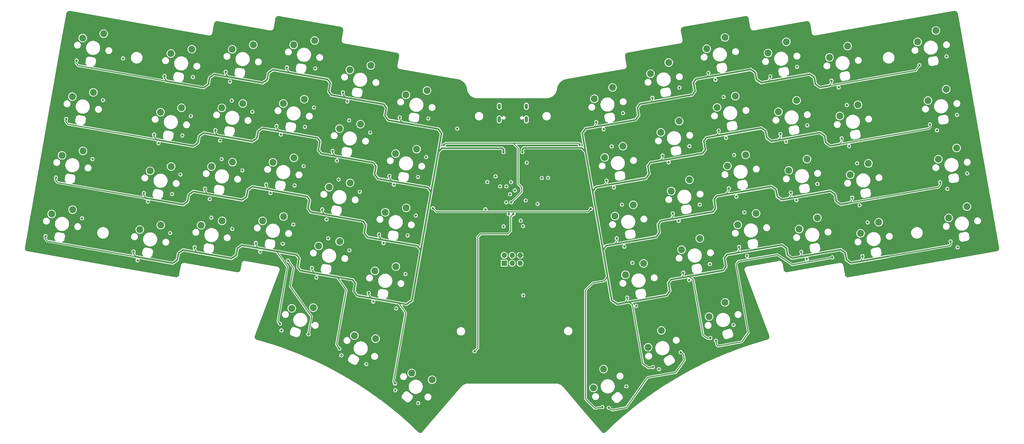
<source format=gbr>
%TF.GenerationSoftware,KiCad,Pcbnew,8.0.0*%
%TF.CreationDate,2024-04-28T13:48:32+02:00*%
%TF.ProjectId,phnx,70686e78-2e6b-4696-9361-645f70636258,A*%
%TF.SameCoordinates,Original*%
%TF.FileFunction,Copper,L3,Inr*%
%TF.FilePolarity,Positive*%
%FSLAX46Y46*%
G04 Gerber Fmt 4.6, Leading zero omitted, Abs format (unit mm)*
G04 Created by KiCad (PCBNEW 8.0.0) date 2024-04-28 13:48:32*
%MOMM*%
%LPD*%
G01*
G04 APERTURE LIST*
%TA.AperFunction,ComponentPad*%
%ADD10C,2.200000*%
%TD*%
%TA.AperFunction,ComponentPad*%
%ADD11R,1.700000X1.700000*%
%TD*%
%TA.AperFunction,ComponentPad*%
%ADD12O,1.700000X1.700000*%
%TD*%
%TA.AperFunction,ComponentPad*%
%ADD13O,1.000000X2.100000*%
%TD*%
%TA.AperFunction,ComponentPad*%
%ADD14O,1.000000X1.800000*%
%TD*%
%TA.AperFunction,ViaPad*%
%ADD15C,0.800000*%
%TD*%
%TA.AperFunction,Conductor*%
%ADD16C,0.300000*%
%TD*%
%TA.AperFunction,Conductor*%
%ADD17C,0.500000*%
%TD*%
%TA.AperFunction,Conductor*%
%ADD18C,0.250000*%
%TD*%
G04 APERTURE END LIST*
D10*
%TO.N,/Keyboard Matrix/COL_12*%
%TO.C,SW452*%
X347360818Y-95091298D03*
%TO.N,Net-(D452-A)*%
X341548355Y-98695376D03*
%TD*%
%TO.N,/Keyboard Matrix/COL_3*%
%TO.C,SW412*%
X116272317Y-137167808D03*
%TO.N,Net-(D412-A)*%
X109577721Y-138566554D03*
%TD*%
%TO.N,/Keyboard Matrix/COL_9*%
%TO.C,SW442*%
X276804336Y-163228990D03*
%TO.N,Net-(D442-A)*%
X271706019Y-167787638D03*
%TD*%
%TO.N,/Keyboard Matrix/COL_5*%
%TO.C,SW420*%
X157101489Y-125023216D03*
%TO.N,Net-(D420-A)*%
X150406893Y-126421962D03*
%TD*%
%TO.N,/Keyboard Matrix/COL_5*%
%TO.C,SW422*%
X165256459Y-174846032D03*
%TO.N,Net-(D422-A)*%
X158487197Y-173870737D03*
%TD*%
%TO.N,/Keyboard Matrix/COL_2*%
%TO.C,SW405*%
X106608721Y-82268193D03*
%TO.N,Net-(D405-A)*%
X99914125Y-83666939D03*
%TD*%
%TO.N,/Keyboard Matrix/COL_10*%
%TO.C,SW445*%
X302940347Y-117431732D03*
%TO.N,Net-(D445-A)*%
X297127884Y-121035810D03*
%TD*%
%TO.N,/Keyboard Matrix/COL_2*%
%TO.C,SW407*%
X99992727Y-119789365D03*
%TO.N,Net-(D407-A)*%
X93298131Y-121188111D03*
%TD*%
%TO.N,/Keyboard Matrix/COL_9*%
%TO.C,SW441*%
X286660759Y-134810169D03*
%TO.N,Net-(D441-A)*%
X280848296Y-138414247D03*
%TD*%
%TO.N,/Keyboard Matrix/COL_12*%
%TO.C,SW453*%
X350668818Y-113851883D03*
%TO.N,Net-(D453-A)*%
X344856355Y-117455961D03*
%TD*%
%TO.N,/Keyboard Matrix/COL_1*%
%TO.C,SW404*%
X68543846Y-133587958D03*
%TO.N,Net-(D404-A)*%
X61849250Y-134986704D03*
%TD*%
%TO.N,/Keyboard Matrix/COL_7*%
%TO.C,SW432*%
X238028982Y-184563351D03*
%TO.N,Net-(D432-A)*%
X234797281Y-190590806D03*
%TD*%
%TO.N,/Keyboard Matrix/COL_1*%
%TO.C,SW402*%
X75159843Y-96066782D03*
%TO.N,Net-(D402-A)*%
X68465247Y-97465528D03*
%TD*%
%TO.N,/Keyboard Matrix/COL_10*%
%TO.C,SW446*%
X306248345Y-136192321D03*
%TO.N,Net-(D446-A)*%
X300435882Y-139796399D03*
%TD*%
%TO.N,/Keyboard Matrix/COL_8*%
%TO.C,SW433*%
X258803176Y-86526552D03*
%TO.N,Net-(D433-A)*%
X252990713Y-90130630D03*
%TD*%
%TO.N,/Keyboard Matrix/COL_1*%
%TO.C,SW401*%
X78467842Y-77306193D03*
%TO.N,Net-(D401-A)*%
X71773246Y-78704939D03*
%TD*%
%TO.N,/Keyboard Matrix/COL_7*%
%TO.C,SW428*%
X240869588Y-94524696D03*
%TO.N,Net-(D428-A)*%
X235057125Y-98128774D03*
%TD*%
%TO.N,/Keyboard Matrix/COL_6*%
%TO.C,SW424*%
X178343074Y-114260771D03*
%TO.N,Net-(D424-A)*%
X171648478Y-115659517D03*
%TD*%
%TO.N,/Keyboard Matrix/COL_4*%
%TO.C,SW416*%
X135859903Y-135785657D03*
%TO.N,Net-(D416-A)*%
X129165307Y-137184403D03*
%TD*%
%TO.N,/Keyboard Matrix/COL_10*%
%TO.C,SW443*%
X296324352Y-79910558D03*
%TO.N,Net-(D443-A)*%
X290511889Y-83514636D03*
%TD*%
%TO.N,/Keyboard Matrix/COL_8*%
%TO.C,SW437*%
X256452869Y-172220072D03*
%TO.N,Net-(D437-A)*%
X252223608Y-177594777D03*
%TD*%
%TO.N,/Keyboard Matrix/COL_1*%
%TO.C,SW403*%
X71851845Y-114827373D03*
%TO.N,Net-(D403-A)*%
X65157249Y-116226119D03*
%TD*%
%TO.N,/Keyboard Matrix/COL_2*%
%TO.C,SW406*%
X103300723Y-101028780D03*
%TO.N,Net-(D406-A)*%
X96606127Y-102427526D03*
%TD*%
%TO.N,/Keyboard Matrix/COL_11*%
%TO.C,SW447*%
X315911938Y-81292705D03*
%TO.N,Net-(D447-A)*%
X310099475Y-84896783D03*
%TD*%
%TO.N,/Keyboard Matrix/COL_9*%
%TO.C,SW440*%
X283352761Y-116049583D03*
%TO.N,Net-(D440-A)*%
X277540298Y-119653661D03*
%TD*%
%TO.N,/Keyboard Matrix/COL_11*%
%TO.C,SW450*%
X325835932Y-137574469D03*
%TO.N,Net-(D450-A)*%
X320023469Y-141178547D03*
%TD*%
%TO.N,/Keyboard Matrix/COL_10*%
%TO.C,SW444*%
X299632349Y-98671142D03*
%TO.N,Net-(D444-A)*%
X293819886Y-102275220D03*
%TD*%
%TO.N,/Keyboard Matrix/COL_7*%
%TO.C,SW429*%
X244177586Y-113285285D03*
%TO.N,Net-(D429-A)*%
X238365123Y-116889363D03*
%TD*%
%TO.N,/Keyboard Matrix/COL_9*%
%TO.C,SW439*%
X280044763Y-97288995D03*
%TO.N,Net-(D439-A)*%
X274232300Y-100893073D03*
%TD*%
%TO.N,/Keyboard Matrix/COL_12*%
%TO.C,SW451*%
X344052820Y-76330709D03*
%TO.N,Net-(D451-A)*%
X338240357Y-79934787D03*
%TD*%
%TO.N,/Keyboard Matrix/COL_8*%
%TO.C,SW436*%
X268727170Y-142808314D03*
%TO.N,Net-(D436-A)*%
X262914707Y-146412392D03*
%TD*%
%TO.N,/Keyboard Matrix/COL_4*%
%TO.C,SW417*%
X145351283Y-164934993D03*
%TO.N,Net-(D417-A)*%
X138515503Y-165149985D03*
%TD*%
%TO.N,/Keyboard Matrix/COL_4*%
%TO.C,SW414*%
X142475900Y-98264481D03*
%TO.N,Net-(D414-A)*%
X135781304Y-99663227D03*
%TD*%
%TO.N,/Keyboard Matrix/COL_9*%
%TO.C,SW438*%
X276736765Y-78528406D03*
%TO.N,Net-(D438-A)*%
X270924302Y-82132484D03*
%TD*%
%TO.N,/Keyboard Matrix/COL_8*%
%TO.C,SW434*%
X262111174Y-105287140D03*
%TO.N,Net-(D434-A)*%
X256298711Y-108891218D03*
%TD*%
%TO.N,/Keyboard Matrix/COL_7*%
%TO.C,SW430*%
X247485584Y-132045871D03*
%TO.N,Net-(D430-A)*%
X241673121Y-135649949D03*
%TD*%
%TO.N,/Keyboard Matrix/COL_5*%
%TO.C,SW421*%
X153793490Y-143783802D03*
%TO.N,Net-(D421-A)*%
X147098894Y-145182548D03*
%TD*%
%TO.N,/Keyboard Matrix/COL_3*%
%TO.C,SW411*%
X119580313Y-118407217D03*
%TO.N,Net-(D411-A)*%
X112885717Y-119805963D03*
%TD*%
%TO.N,/Keyboard Matrix/COL_6*%
%TO.C,SW427*%
X183269386Y-187989112D03*
%TO.N,Net-(D427-A)*%
X176772322Y-185853164D03*
%TD*%
%TO.N,/Keyboard Matrix/COL_11*%
%TO.C,SW448*%
X319219936Y-100053294D03*
%TO.N,Net-(D448-A)*%
X313407473Y-103657372D03*
%TD*%
%TO.N,/Keyboard Matrix/COL_7*%
%TO.C,SW431*%
X250793582Y-150806459D03*
%TO.N,Net-(D431-A)*%
X244981119Y-154410537D03*
%TD*%
%TO.N,/Keyboard Matrix/COL_2*%
%TO.C,SW408*%
X96684730Y-138549955D03*
%TO.N,Net-(D408-A)*%
X89990134Y-139948701D03*
%TD*%
%TO.N,/Keyboard Matrix/COL_8*%
%TO.C,SW435*%
X265419172Y-124047726D03*
%TO.N,Net-(D435-A)*%
X259606709Y-127651804D03*
%TD*%
%TO.N,/Keyboard Matrix/COL_3*%
%TO.C,SW410*%
X122888310Y-99646631D03*
%TO.N,Net-(D410-A)*%
X116193714Y-101045377D03*
%TD*%
%TO.N,/Keyboard Matrix/COL_3*%
%TO.C,SW409*%
X126196308Y-80886044D03*
%TO.N,Net-(D409-A)*%
X119501712Y-82284790D03*
%TD*%
D11*
%TO.N,MISO*%
%TO.C,J2*%
X206295603Y-150731682D03*
D12*
%TO.N,/ESD & Power Filtering/5V*%
X206295603Y-148191682D03*
%TO.N,SCK*%
X208835603Y-150731682D03*
%TO.N,MOSI*%
X208835603Y-148191682D03*
%TO.N,RST*%
X211375603Y-150731682D03*
%TO.N,GND*%
X211375603Y-148191682D03*
%TD*%
D10*
%TO.N,/Keyboard Matrix/COL_6*%
%TO.C,SW423*%
X181651073Y-95500182D03*
%TO.N,Net-(D423-A)*%
X174956477Y-96898928D03*
%TD*%
%TO.N,/Keyboard Matrix/COL_12*%
%TO.C,SW454*%
X353976813Y-132612470D03*
%TO.N,Net-(D454-A)*%
X348164350Y-136216548D03*
%TD*%
%TO.N,/Keyboard Matrix/COL_5*%
%TO.C,SW418*%
X163717485Y-87502038D03*
%TO.N,Net-(D418-A)*%
X157022889Y-88900784D03*
%TD*%
%TO.N,/Keyboard Matrix/COL_4*%
%TO.C,SW413*%
X145783895Y-79503894D03*
%TO.N,Net-(D413-A)*%
X139089299Y-80902640D03*
%TD*%
%TO.N,/Keyboard Matrix/COL_6*%
%TO.C,SW425*%
X175035076Y-133021358D03*
%TO.N,Net-(D425-A)*%
X168340480Y-134420104D03*
%TD*%
%TO.N,/Keyboard Matrix/COL_6*%
%TO.C,SW426*%
X171727080Y-151781946D03*
%TO.N,Net-(D426-A)*%
X165032484Y-153180692D03*
%TD*%
%TO.N,/Keyboard Matrix/COL_11*%
%TO.C,SW449*%
X322527934Y-118813880D03*
%TO.N,Net-(D449-A)*%
X316715471Y-122417958D03*
%TD*%
D13*
%TO.N,Earth*%
%TO.C,J1*%
X213366100Y-104731644D03*
D14*
X213366100Y-100551644D03*
D13*
X204726100Y-104731644D03*
D14*
X204726100Y-100551644D03*
%TD*%
D10*
%TO.N,/Keyboard Matrix/COL_4*%
%TO.C,SW415*%
X139167902Y-117025069D03*
%TO.N,Net-(D415-A)*%
X132473306Y-118423815D03*
%TD*%
%TO.N,/Keyboard Matrix/COL_5*%
%TO.C,SW419*%
X160409487Y-106262625D03*
%TO.N,Net-(D419-A)*%
X153714891Y-107661371D03*
%TD*%
D15*
%TO.N,GND*%
X142480137Y-118665214D03*
X213146100Y-131645840D03*
X348683951Y-126738331D03*
X242303886Y-126314486D03*
X244000000Y-101700000D03*
X145762301Y-99950793D03*
X208515771Y-130215505D03*
X265546100Y-157145837D03*
X153900000Y-118100000D03*
X270483523Y-90041683D03*
X296777708Y-128307083D03*
X249446100Y-164145837D03*
X116420608Y-89306436D03*
X118348010Y-98531273D03*
X263946100Y-142745837D03*
X196846100Y-179912665D03*
X236954770Y-195978741D03*
X122883745Y-120033051D03*
X104560472Y-110066495D03*
X274746100Y-91845837D03*
X263246100Y-94345837D03*
X313014569Y-110974257D03*
X317346100Y-113045837D03*
X271769043Y-173663739D03*
X93579329Y-131252933D03*
X176439329Y-142092399D03*
X319656612Y-148643155D03*
X259108808Y-134949127D03*
X103158617Y-121378293D03*
X119780897Y-92852277D03*
X216398249Y-130920066D03*
X65518093Y-104447329D03*
X126058839Y-144061955D03*
X245965967Y-190825217D03*
X355065656Y-121842494D03*
X132657469Y-106639260D03*
X275246100Y-97745837D03*
X150543985Y-114616411D03*
X205996100Y-126156644D03*
X78349087Y-97572632D03*
X212296100Y-139856644D03*
X293478392Y-109595737D03*
X344424314Y-124982835D03*
X213546100Y-117545837D03*
X135956786Y-87927915D03*
X203546100Y-121945834D03*
X211900000Y-110900000D03*
X96884433Y-90684954D03*
X206096100Y-139956647D03*
X266379957Y-113008948D03*
X300746100Y-87745837D03*
X86986487Y-146818996D03*
X170916186Y-192109717D03*
X260138529Y-118114564D03*
X205096172Y-115182677D03*
X234667072Y-105749787D03*
X252597002Y-98018837D03*
X83700000Y-84900000D03*
X284805418Y-148237555D03*
X348464414Y-84405167D03*
X113314128Y-130391171D03*
X240146100Y-147345837D03*
X246207262Y-150751570D03*
X314046100Y-94345837D03*
X237966386Y-124461134D03*
X307210761Y-125145049D03*
X210546100Y-126745837D03*
X71846100Y-135345837D03*
X101259594Y-128786297D03*
X191300000Y-106600000D03*
X238937454Y-197642619D03*
X312003047Y-148724264D03*
X263336394Y-136846032D03*
X281446100Y-129345837D03*
X135822246Y-143498946D03*
X139146100Y-137345837D03*
X200905568Y-123773170D03*
X168676704Y-122636977D03*
X75082725Y-116440413D03*
X276995331Y-126971973D03*
X153452517Y-179704241D03*
X181579117Y-115773285D03*
X255852906Y-116483982D03*
X209546100Y-124745837D03*
X143675309Y-107352166D03*
X206600000Y-101600000D03*
X170817830Y-165003428D03*
X212096063Y-116194860D03*
X208960912Y-128096150D03*
X209100000Y-113600000D03*
X146972180Y-88651796D03*
X210528548Y-106466613D03*
X106460860Y-102667493D03*
X281953731Y-134647684D03*
X253186076Y-183102938D03*
X165463732Y-163250132D03*
X163661298Y-107931060D03*
X211200000Y-101600000D03*
X153843299Y-95905066D03*
X347767042Y-143940382D03*
X300120435Y-147264633D03*
X297656788Y-111502165D03*
X263510599Y-178711411D03*
X269704070Y-131837110D03*
X207721100Y-125449535D03*
X280422980Y-170117499D03*
X320688719Y-132039541D03*
X172070340Y-125791871D03*
X206946100Y-130245834D03*
X183446100Y-134145837D03*
X116613442Y-111679822D03*
X351975828Y-145415340D03*
X174997761Y-153199444D03*
X99877304Y-140093146D03*
X93585117Y-109396304D03*
X113121293Y-108017781D03*
X160374320Y-126897602D03*
X239021068Y-107697292D03*
X145350522Y-155104091D03*
X254818788Y-185120342D03*
X172110809Y-188455467D03*
X136007355Y-109756543D03*
X129391359Y-147259172D03*
X341168412Y-106517690D03*
X290222487Y-91130592D03*
X205600000Y-109000000D03*
X157052929Y-145605004D03*
X221300000Y-131300000D03*
X199200000Y-133495837D03*
X129358153Y-125350608D03*
X162078075Y-160059669D03*
X134899528Y-173180025D03*
X207600000Y-106500000D03*
X111823241Y-135966989D03*
X316357296Y-129931807D03*
X183052873Y-104595617D03*
X137510891Y-148884003D03*
X212400407Y-161999994D03*
X245646100Y-145245837D03*
X309758665Y-92509112D03*
X219296031Y-123444689D03*
X165377391Y-141348326D03*
X90285803Y-128107653D03*
X58919460Y-141870026D03*
X206200000Y-110900000D03*
X278105199Y-110525256D03*
X262451537Y-153906677D03*
X280294645Y-145683321D03*
X304026652Y-106508157D03*
X300958969Y-130209925D03*
X150600000Y-137000000D03*
X314646100Y-100345837D03*
X62218778Y-123158675D03*
X242846100Y-132145837D03*
X210546766Y-137170168D03*
X109821979Y-126729130D03*
X152455455Y-123787669D03*
X115122555Y-117255642D03*
X178276502Y-134484005D03*
X168760376Y-144549482D03*
X244565018Y-161883829D03*
X345446100Y-108045837D03*
X179543512Y-194750298D03*
X317952508Y-118964934D03*
X321283487Y-137857575D03*
X337825684Y-87560140D03*
X278709168Y-116379428D03*
X135083337Y-169149386D03*
X68817407Y-85735984D03*
X241222290Y-142926280D03*
X143945353Y-152039108D03*
X209000000Y-103400000D03*
X272125363Y-151997802D03*
X213546100Y-124545837D03*
X179752181Y-123315228D03*
X149138773Y-142597493D03*
X119646100Y-138745837D03*
X209346100Y-136045837D03*
X90268534Y-150012217D03*
X207503563Y-136015982D03*
X147244670Y-133327760D03*
X140384221Y-126021146D03*
X304157404Y-148950423D03*
X107176688Y-90216558D03*
X157300000Y-99200000D03*
X126052805Y-101299243D03*
X132688173Y-128557236D03*
X154202749Y-177176004D03*
X155789500Y-104879360D03*
X212400000Y-106600000D03*
X351765212Y-103124667D03*
X272913364Y-175782905D03*
X273739426Y-108506828D03*
X161715130Y-183837194D03*
X143446100Y-174445837D03*
X234146100Y-134345837D03*
X171976022Y-103925629D03*
X96954380Y-112545635D03*
X239629807Y-113591740D03*
X106522661Y-145440479D03*
%TO.N,/ESD & Power Filtering/5V*%
X206096100Y-115194858D03*
X260093620Y-134775480D03*
X169661515Y-122810625D03*
X212096099Y-115194858D03*
X130342962Y-125524254D03*
X271468332Y-89868037D03*
X338810495Y-87386491D03*
X294463201Y-109422089D03*
X237610352Y-196733867D03*
X171427817Y-189185894D03*
X238951197Y-124287486D03*
X310743475Y-92335464D03*
X348751852Y-143766736D03*
X148229478Y-133501408D03*
X253581813Y-97845187D03*
X117405415Y-89480085D03*
X107507470Y-145614127D03*
X272092444Y-174610004D03*
X235651883Y-105576138D03*
X166362200Y-141521973D03*
X136941592Y-88101562D03*
X153694367Y-178037140D03*
X133642276Y-106812910D03*
X301105243Y-147090985D03*
X281279454Y-145509675D03*
X66502904Y-104620979D03*
X245549828Y-161710179D03*
X163062884Y-160233320D03*
X114106101Y-108191429D03*
X94569925Y-109569952D03*
X172960830Y-104099279D03*
X59904273Y-142043672D03*
X342153221Y-106344040D03*
X291207298Y-90956942D03*
X151528796Y-114790060D03*
X345409125Y-124809186D03*
X274724235Y-108333180D03*
X110806786Y-126902778D03*
X63203587Y-123332328D03*
X69802218Y-85909631D03*
X144930166Y-152212758D03*
X297762516Y-128133435D03*
X218296100Y-123456644D03*
X154828112Y-96078716D03*
X256837715Y-116310332D03*
X263436347Y-153733027D03*
X320641419Y-148469508D03*
X97869239Y-90858604D03*
X242207100Y-142752629D03*
X127043646Y-144235603D03*
X253733620Y-183939719D03*
X317342105Y-129758158D03*
X213496100Y-118556644D03*
X87971293Y-146992646D03*
X91270610Y-128281299D03*
X313999377Y-110800608D03*
X216946100Y-131756644D03*
X277980137Y-126798325D03*
X134689375Y-170068518D03*
%TO.N,/Keyboard Matrix/ROW_1*%
X213146100Y-130645837D03*
%TO.N,/Keyboard Matrix/ROW_2*%
X208546100Y-131245837D03*
X187046100Y-112945837D03*
X230346100Y-112745837D03*
%TO.N,/Keyboard Matrix/ROW_3*%
X233946100Y-133345837D03*
X207746100Y-135045837D03*
X183546100Y-133145837D03*
%TO.N,/Keyboard Matrix/ROW_4*%
X211571100Y-137145837D03*
%TO.N,/Keyboard Matrix/ROW_5*%
X196846100Y-178912662D03*
X209246100Y-134995837D03*
%TO.N,/Microcontroller/L_DOUT*%
X84644736Y-85235293D03*
X203546100Y-122945837D03*
%TO.N,/LED Matrix Left Side/DOUT*%
X244200000Y-102700000D03*
X191300000Y-107700000D03*
%TO.N,RST*%
X200300000Y-133495837D03*
X200907788Y-124773170D03*
%TO.N,SCK*%
X208480336Y-124798716D03*
%TO.N,MOSI*%
X206996100Y-126156644D03*
%TO.N,MISO*%
X204996100Y-126156644D03*
%TO.N,/Keyboard Matrix/COL_6*%
X206946100Y-131245837D03*
%TO.N,Net-(D402-A)*%
X78232572Y-98565823D03*
%TO.N,Net-(D403-A)*%
X74907207Y-117424891D03*
%TO.N,Net-(D404-A)*%
X71566652Y-136370129D03*
%TO.N,Net-(D406-A)*%
X106275714Y-103650207D03*
%TO.N,Net-(D407-A)*%
X102976401Y-122361554D03*
%TO.N,Net-(D408-A)*%
X99677085Y-141072900D03*
%TO.N,Net-(D410-A)*%
X125910371Y-102289050D03*
%TO.N,Net-(D411-A)*%
X122709537Y-121017762D03*
%TO.N,Net-(D412-A)*%
X119508703Y-139746472D03*
%TO.N,Net-(D414-A)*%
X145594268Y-100936577D03*
%TO.N,Net-(D415-A)*%
X142294954Y-119647921D03*
%TO.N,Net-(D416-A)*%
X138995638Y-138359271D03*
%TO.N,Net-(D419-A)*%
X163530028Y-108922409D03*
%TO.N,Net-(D420-A)*%
X160187302Y-127879961D03*
%TO.N,Net-(D421-A)*%
X156887984Y-146591309D03*
%TO.N,Net-(D424-A)*%
X181391183Y-116755469D03*
%TO.N,Net-(D425-A)*%
X178091867Y-135466815D03*
%TO.N,Net-(D426-A)*%
X174792551Y-154178165D03*
%TO.N,Net-(D528-DOUT)*%
X240608022Y-113384136D03*
X238041108Y-107896503D03*
%TO.N,Net-(D530-DOUT)*%
X244657104Y-145417682D03*
X247196543Y-150605528D03*
%TO.N,Net-(D532-DOUT)*%
X262649465Y-179219793D03*
X239684156Y-196977456D03*
%TO.N,Net-(D505-DIN)*%
X106949569Y-91190428D03*
X95974555Y-112345761D03*
%TO.N,Net-(D507-DIN)*%
X89286776Y-149822071D03*
X100277079Y-128600099D03*
%TO.N,Net-(D506-DIN)*%
X103576393Y-109888753D03*
X92601378Y-131044086D03*
%TO.N,Net-(D510-DOUT)*%
X116107366Y-117429290D03*
X115628633Y-111506173D03*
%TO.N,Net-(D512-DOUT)*%
X143840099Y-173456371D03*
X137337245Y-149868812D03*
%TO.N,Net-(D513-DIN)*%
X145997303Y-88429042D03*
X135022285Y-109584379D03*
%TO.N,Net-(D511-DOUT)*%
X112808052Y-136140640D03*
X112329316Y-130217523D03*
%TO.N,Net-(D515-DIN)*%
X128408304Y-147075857D03*
X139398672Y-125851739D03*
%TO.N,Net-(D514-DIN)*%
X131722971Y-128295723D03*
X142697988Y-107140394D03*
%TO.N,Net-(D519-DOUT)*%
X153440263Y-123961316D03*
X152905032Y-117926696D03*
%TO.N,Net-(D516-DIN)*%
X135206765Y-172228389D03*
X135631573Y-144480601D03*
%TO.N,Net-(D521-DOUT)*%
X146328495Y-155312836D03*
X162262674Y-183000413D03*
%TO.N,Net-(D523-DIN)*%
X182065782Y-104435443D03*
X171090766Y-125590776D03*
%TO.N,Net-(D520-DOUT)*%
X149588354Y-136736525D03*
X150123582Y-142771144D03*
%TO.N,Net-(D524-DIN)*%
X167791450Y-144302123D03*
X178766466Y-123146789D03*
%TO.N,Net-(D522-DOUT)*%
X154331877Y-180180401D03*
X178849326Y-195470095D03*
%TO.N,Net-(D525-DIN)*%
X164492137Y-163013473D03*
X175467153Y-141858138D03*
%TO.N,Net-(D526-DIN)*%
X171801008Y-165186088D03*
X171555558Y-191340815D03*
%TO.N,Net-(U1-XTAL2)*%
X209715411Y-127439846D03*
X212296100Y-138856644D03*
%TO.N,Net-(U1-XTAL1)*%
X208147085Y-128677263D03*
X206096100Y-138956644D03*
%TO.N,Net-(D509-DOUT)*%
X118797592Y-92670297D03*
X119332823Y-98704922D03*
%TO.N,Net-(D518-DOUT)*%
X156774309Y-105053005D03*
X156239077Y-99018386D03*
%TO.N,Net-(D529-DOUT)*%
X243889971Y-131997000D03*
X241323057Y-126509371D03*
%TO.N,Net-(D531-DOUT)*%
X248453274Y-164359169D03*
X245275210Y-190102128D03*
%TO.N,Net-(D533-DIN)*%
X258765867Y-118466858D03*
X262215058Y-94545916D03*
%TO.N,Net-(D535-DIN)*%
X268715210Y-131985976D03*
X265333171Y-156140218D03*
%TO.N,Net-(D534-DIN)*%
X265415893Y-113274628D03*
X261965867Y-137166858D03*
%TO.N,Net-(D539-DOUT)*%
X279680374Y-116141178D03*
X277113460Y-110653548D03*
%TO.N,Net-(D536-DIN)*%
X255679922Y-184611960D03*
X271943517Y-151014471D03*
%TO.N,Net-(D541-DOUT)*%
X283815023Y-148375843D03*
X279484691Y-170463356D03*
%TO.N,Net-(D538-DOUT)*%
X273733028Y-92058045D03*
X276299943Y-97545676D03*
%TO.N,Net-(D543-DIN)*%
X299736235Y-87929921D03*
X296265867Y-111866858D03*
%TO.N,Net-(D540-DOUT)*%
X280430140Y-129463376D03*
X282934849Y-134454261D03*
%TO.N,Net-(D545-DIN)*%
X302865867Y-149366858D03*
X306236384Y-125369979D03*
%TO.N,Net-(D542-DOUT)*%
X311012359Y-148860437D03*
X273876515Y-175513936D03*
%TO.N,Net-(D544-DIN)*%
X303035549Y-106641269D03*
X299565867Y-130566858D03*
%TO.N,Net-(D548-DOUT)*%
X318932322Y-118765008D03*
X316365409Y-113277381D03*
%TO.N,Net-(D547-DOUT)*%
X315650373Y-100152143D03*
X313057411Y-94516792D03*
%TO.N,Net-(D551-DIN)*%
X347481324Y-84588306D03*
X344403735Y-108221492D03*
%TO.N,Net-(D549-DOUT)*%
X322266367Y-137673318D03*
X319699454Y-132185689D03*
%TO.N,Net-(D553-DIN)*%
X354079954Y-122011002D03*
X351002364Y-145644188D03*
%TO.N,Net-(D552-DIN)*%
X347703048Y-126932840D03*
X350780639Y-103299655D03*
%TO.N,Net-(D110-A)*%
X212396339Y-161000000D03*
X220295899Y-123428307D03*
%TD*%
D16*
%TO.N,Net-(D542-DOUT)*%
X311012359Y-148860437D02*
X298250000Y-151250000D01*
X298250000Y-151250000D02*
X293500000Y-148000000D01*
X293500000Y-148000000D02*
X281068977Y-150078557D01*
X281068977Y-150078557D02*
X280338933Y-151121167D01*
X280338933Y-151121167D02*
X284211287Y-173082381D01*
X284211287Y-173082381D02*
X284112806Y-173099744D01*
X284112806Y-173099744D02*
X282166023Y-175880039D01*
X282166023Y-175880039D02*
X274583004Y-177217130D01*
X274583004Y-177217130D02*
X274119621Y-176892667D01*
X274119621Y-176892667D02*
X273876515Y-175513936D01*
D17*
%TO.N,/ESD & Power Filtering/5V*%
X124448987Y-127277411D02*
X124058277Y-129493231D01*
D16*
X66981037Y-106228426D02*
X66372668Y-105359585D01*
X345539362Y-125547792D02*
X344930991Y-126416632D01*
D17*
X310376497Y-127686246D02*
X311824567Y-128700196D01*
X284980296Y-88754794D02*
X286428367Y-89768744D01*
X235177577Y-131680076D02*
X237804007Y-146575295D01*
X107099485Y-127772222D02*
X105651415Y-128786171D01*
X231205376Y-109152601D02*
X232219325Y-107704530D01*
D18*
X235738706Y-106068541D02*
X234927548Y-107226997D01*
D17*
X254821083Y-142305440D02*
X255835032Y-140857371D01*
D16*
X319128609Y-92380078D02*
X337653491Y-89113641D01*
D17*
X182298404Y-131766052D02*
X182971291Y-127949922D01*
X143711021Y-133212394D02*
X144188555Y-130504174D01*
X175112510Y-163881136D02*
X171173279Y-163186539D01*
X231031655Y-113845837D02*
X212546100Y-113845837D01*
X237804007Y-146575295D02*
X238817956Y-145127225D01*
D16*
X155879617Y-159220574D02*
X153040559Y-155165977D01*
D17*
X276253117Y-152996224D02*
X277064277Y-151837768D01*
X296717020Y-148118604D02*
X298165091Y-149132552D01*
X293417707Y-129407256D02*
X294865775Y-130421206D01*
D16*
X70280353Y-87517078D02*
X69671982Y-86648237D01*
X151441972Y-115282465D02*
X151528796Y-114790060D01*
D17*
X242363473Y-163795159D02*
X246302704Y-163100567D01*
D18*
X245549828Y-161710179D02*
X245636652Y-162202582D01*
X274724235Y-108333180D02*
X274811058Y-108825585D01*
X291207298Y-90956942D02*
X291294121Y-91449347D01*
D17*
X158341637Y-159654692D02*
X158775758Y-157192676D01*
X153040559Y-155165977D02*
X141222865Y-153082198D01*
D18*
X294593437Y-110160692D02*
X293782279Y-111319150D01*
D17*
X98593576Y-92509462D02*
X98347374Y-92466050D01*
X125909523Y-111795831D02*
X110398801Y-109060871D01*
D16*
X107420645Y-146106531D02*
X107507470Y-145614127D01*
X114019277Y-108683834D02*
X114106101Y-108191429D01*
D17*
X105260709Y-131001990D02*
X103812638Y-132015937D01*
D18*
X294463201Y-109422089D02*
X294593437Y-110160692D01*
D16*
X162976060Y-160725724D02*
X163062884Y-160233320D01*
D17*
X120758963Y-148204575D02*
X119310894Y-149218529D01*
X262712011Y-155383888D02*
X264435424Y-155080004D01*
X239280017Y-154946160D02*
X240625790Y-162578421D01*
D16*
X173685168Y-105750140D02*
X172874007Y-104591682D01*
X163787222Y-161884182D02*
X162976060Y-160725724D01*
D17*
X158775758Y-157192676D02*
X157964596Y-156034218D01*
D16*
X172874007Y-104591682D02*
X172960830Y-104099279D01*
D17*
X294878242Y-144888837D02*
X296326314Y-145902786D01*
D16*
X318636206Y-92466902D02*
X319128609Y-92380078D01*
D18*
X253581813Y-97845187D02*
X253668637Y-98337592D01*
D17*
X181957343Y-126501849D02*
X165954217Y-123680068D01*
D18*
X271468332Y-89868037D02*
X271555156Y-90360439D01*
D16*
X87884469Y-147485050D02*
X87971293Y-146992646D01*
X134068505Y-169181821D02*
X137124257Y-151851789D01*
D17*
X266355171Y-96862184D02*
X267166331Y-95703727D01*
D18*
X235651883Y-105576138D02*
X235738706Y-106068541D01*
D17*
X168673704Y-101058634D02*
X167862543Y-99900176D01*
X237804007Y-146575295D02*
X239280017Y-154946160D01*
D16*
X98347374Y-92466050D02*
X70280353Y-87517078D01*
D17*
X161263912Y-137322871D02*
X144522182Y-134370853D01*
D16*
X69758807Y-86155832D02*
X69802218Y-85909631D01*
D17*
X98839776Y-92552875D02*
X98347374Y-92466050D01*
X319917084Y-150120365D02*
X328534152Y-148600943D01*
X212096099Y-114295838D02*
X212096099Y-115194858D01*
X122597741Y-144974809D02*
X121149670Y-145988762D01*
D18*
X291294121Y-91449347D02*
X290482961Y-92607802D01*
D16*
X136854768Y-88593965D02*
X136941592Y-88101562D01*
D17*
X259134348Y-159568721D02*
X258700226Y-157106699D01*
D16*
X114830438Y-109842288D02*
X114019277Y-108683834D01*
X152253130Y-116440923D02*
X151441972Y-115282465D01*
D17*
X165954217Y-123680068D02*
X164940266Y-122231998D01*
X157964596Y-156034218D02*
X153040559Y-155165977D01*
X266688799Y-92995505D02*
X267499959Y-91837050D01*
X108560022Y-112290640D02*
X107111952Y-113304591D01*
D16*
X232250000Y-159308290D02*
X234500000Y-157058290D01*
X95294259Y-111220813D02*
X94483102Y-110062358D01*
D17*
X105651415Y-128786171D02*
X105260709Y-131001990D01*
X313675813Y-146397595D02*
X315123882Y-147411544D01*
X185228718Y-115147420D02*
X182971291Y-127949922D01*
D18*
X253668637Y-98337592D02*
X253060269Y-99206434D01*
D17*
X258700226Y-157106699D02*
X259511386Y-155948244D01*
X235177577Y-131680076D02*
X234504691Y-127863947D01*
D16*
X153694367Y-178037140D02*
X152789590Y-176744984D01*
D18*
X281279454Y-145509675D02*
X281409690Y-146248279D01*
D17*
X88941832Y-148686916D02*
X88695630Y-148643504D01*
X110398801Y-109060871D02*
X108950733Y-110074823D01*
X171173279Y-163186539D02*
X159355586Y-161102763D01*
D16*
X234500000Y-157058290D02*
X238266066Y-156394230D01*
D17*
X307077182Y-108974899D02*
X308525251Y-109988850D01*
D18*
X301105243Y-147090985D02*
X301235479Y-147829591D01*
D17*
X121149670Y-145988762D02*
X120758963Y-148204575D01*
D16*
X344930991Y-126416632D02*
X325727241Y-129802773D01*
D17*
X124058277Y-129493231D02*
X122610208Y-130507179D01*
X150787185Y-93081478D02*
X149976026Y-91923026D01*
X113698117Y-90349525D02*
X112250048Y-91363478D01*
X164940266Y-122231998D02*
X165374388Y-119769979D01*
X272953803Y-134284878D02*
X273764962Y-133126422D01*
D16*
X111531120Y-128553638D02*
X110719962Y-127395180D01*
D17*
X269654488Y-115573530D02*
X270465648Y-114415076D01*
D16*
X144843342Y-152705162D02*
X144930166Y-152212758D01*
X318882408Y-92423491D02*
X319128609Y-92380078D01*
D17*
X296326314Y-145902786D02*
X296717020Y-148118604D01*
X147821495Y-115659505D02*
X147010336Y-114501046D01*
X140889238Y-149215520D02*
X140078080Y-148057067D01*
X146676710Y-110634371D02*
X129196374Y-107552118D01*
D16*
X117318591Y-89972489D02*
X117405415Y-89480085D01*
X155552446Y-97729574D02*
X154741288Y-96571120D01*
D17*
X286819074Y-91984561D02*
X288267145Y-92998511D01*
X212546100Y-113845837D02*
X212096099Y-114295838D01*
X176850195Y-162664397D02*
X175112510Y-163881136D01*
D18*
X313999377Y-110800608D02*
X314129612Y-111539214D01*
D17*
X232247264Y-115061446D02*
X231205376Y-109152601D01*
X286428367Y-89768744D02*
X286819074Y-91984561D01*
X311824567Y-128700196D02*
X312215275Y-130916013D01*
D18*
X297892751Y-128872041D02*
X297081592Y-130030499D01*
D17*
X179671978Y-146661271D02*
X176850195Y-162664397D01*
X305225937Y-91277501D02*
X305616644Y-93493319D01*
X108950733Y-110074823D02*
X108560022Y-112290640D01*
D18*
X256837715Y-116310332D02*
X256924540Y-116802736D01*
D16*
X66459493Y-104867181D02*
X66502904Y-104620979D01*
D18*
X310743475Y-92335464D02*
X310830297Y-92827870D01*
D17*
X178658026Y-145213198D02*
X162654900Y-142391415D01*
D16*
X95048057Y-111177400D02*
X66981037Y-106228426D01*
D17*
X328534152Y-148600943D02*
X328780354Y-148557532D01*
D18*
X281409690Y-146248279D02*
X280598530Y-147406735D01*
D16*
X252354890Y-184182827D02*
X250560044Y-182926062D01*
D17*
X102352102Y-147497520D02*
X101961394Y-149713335D01*
X125897055Y-126263465D02*
X124448987Y-127277411D01*
X252535717Y-122146024D02*
X252101596Y-119684007D01*
X169253531Y-104968722D02*
X168239583Y-103520649D01*
X238226862Y-125938343D02*
X251521768Y-123594095D01*
D16*
X110719962Y-127395180D02*
X110806786Y-126902778D01*
D18*
X242207100Y-142752629D02*
X242337337Y-143491237D01*
D17*
X232247264Y-115061446D02*
X234504691Y-127863947D01*
X143377394Y-129345717D02*
X125897055Y-126263465D01*
D16*
X63160175Y-123578530D02*
X63203587Y-123332328D01*
D18*
X278066961Y-127290730D02*
X277053012Y-128738800D01*
X260093620Y-134775480D02*
X260223856Y-135514084D01*
D17*
X252912755Y-118525550D02*
X256113381Y-117961193D01*
D16*
X348751852Y-143766736D02*
X348882088Y-144505341D01*
X134689375Y-170068518D02*
X134068505Y-169181821D01*
D18*
X297762516Y-128133435D02*
X297892751Y-128872041D01*
D17*
X277053012Y-128738800D02*
X291578926Y-126177489D01*
X95294259Y-111220813D02*
X95048057Y-111177400D01*
X270946786Y-91229282D02*
X284980296Y-88754794D01*
X307064715Y-94507267D02*
X310019138Y-93986324D01*
X249613440Y-99814201D02*
X253060269Y-99206434D01*
D16*
X91748743Y-129888749D02*
X63681721Y-124939774D01*
D17*
X273287430Y-130418202D02*
X274098590Y-129259745D01*
X300627110Y-148698432D02*
X313675813Y-146397595D01*
D16*
X126956823Y-144728005D02*
X127043646Y-144235603D01*
D17*
X182298404Y-131766052D02*
X179671978Y-146661271D01*
X101961394Y-149713335D02*
X100513322Y-150727282D01*
X274098590Y-129259745D02*
X277053012Y-128738800D01*
D16*
X118129752Y-91130943D02*
X117318591Y-89972489D01*
X169574692Y-123303028D02*
X169661515Y-122810625D01*
X97782415Y-91351008D02*
X97869239Y-90858604D01*
X266622100Y-155963717D02*
X265174030Y-154949767D01*
D17*
X88695630Y-148643504D02*
X88449427Y-148600093D01*
X232247264Y-115061446D02*
X231031655Y-113845837D01*
D18*
X317342105Y-129758158D02*
X317428929Y-130250563D01*
D16*
X341877878Y-107661876D02*
X322427924Y-111091425D01*
X91994946Y-129932161D02*
X91183784Y-128773704D01*
X253733620Y-183939719D02*
X252354890Y-184182827D01*
D18*
X271555156Y-90360439D02*
X270946786Y-91229282D01*
D17*
X303777866Y-90263553D02*
X305225937Y-91277501D01*
D16*
X322181722Y-111134836D02*
X322427924Y-111091425D01*
X238266066Y-156394230D02*
X239280017Y-154946160D01*
D17*
X259412695Y-136672539D02*
X272953803Y-134284878D01*
X88941832Y-148686916D02*
X88449427Y-148600093D01*
X288279611Y-107466142D02*
X289727681Y-108480093D01*
X291566459Y-111709859D02*
X293782279Y-111319150D01*
X92241148Y-129975573D02*
X91994946Y-129932161D01*
D16*
X148142657Y-133993811D02*
X148229478Y-133501408D01*
D18*
X256924540Y-116802736D02*
X256113381Y-117961193D01*
D17*
X264435424Y-155080004D02*
X265174030Y-154949767D01*
D18*
X310830297Y-92827870D02*
X310019138Y-93986324D01*
D17*
X238817956Y-145127225D02*
X241526178Y-144649694D01*
D16*
X148953817Y-135152268D02*
X148142657Y-133993811D01*
X237610352Y-196733867D02*
X235246813Y-197150622D01*
X318636206Y-92466902D02*
X318882408Y-92423491D01*
X337653491Y-89113641D02*
X338821028Y-87446228D01*
X269758809Y-173752869D02*
X266622100Y-155963717D01*
D17*
X269988115Y-111706852D02*
X270799273Y-110548397D01*
X273764962Y-133126422D02*
X273287430Y-130418202D01*
X249236400Y-103434678D02*
X248802281Y-100972657D01*
D16*
X127767982Y-145886463D02*
X126956823Y-144728005D01*
D17*
X167862543Y-99900176D02*
X151120812Y-96948157D01*
X144522182Y-134370853D02*
X143711021Y-133212394D01*
D16*
X66372668Y-105359585D02*
X66459493Y-104867181D01*
X321935522Y-111178250D02*
X322427924Y-111091425D01*
D17*
X234927548Y-107226997D02*
X248222451Y-104882747D01*
X185228718Y-115147420D02*
X186270607Y-109238574D01*
X328780354Y-148557532D02*
X329026555Y-148514121D01*
X294865775Y-130421206D02*
X297081592Y-130030499D01*
X270799273Y-110548397D02*
X273999899Y-109984039D01*
D18*
X239038021Y-124779890D02*
X238226862Y-125938343D01*
D17*
X150309652Y-95789703D02*
X150787185Y-93081478D01*
D18*
X320641419Y-148469508D02*
X320728244Y-148961910D01*
D17*
X111859339Y-93579293D02*
X110411270Y-94593243D01*
X291578926Y-126177489D02*
X293026996Y-127191438D01*
X258120397Y-161016790D02*
X259134348Y-159568721D01*
X131047616Y-89854720D02*
X130656909Y-92070533D01*
X289727681Y-108480093D02*
X290118389Y-110695908D01*
D16*
X134366613Y-108463769D02*
X133555452Y-107305315D01*
D17*
X103812638Y-132015937D02*
X92241148Y-129975573D01*
X290482961Y-92607802D02*
X303777866Y-90263553D01*
X127748302Y-108566063D02*
X127357592Y-110781884D01*
X129196374Y-107552118D02*
X127748302Y-108566063D01*
X91994946Y-129932161D02*
X91748743Y-129888749D01*
X251521768Y-123594095D02*
X252535717Y-122146024D01*
X144188555Y-130504174D02*
X143377394Y-129345717D01*
X159355586Y-161102763D02*
X158341637Y-159654692D01*
D18*
X314129612Y-111539214D02*
X313318453Y-112697673D01*
D16*
X338821028Y-87446228D02*
X338810495Y-87386491D01*
X321935522Y-111178250D02*
X322181722Y-111134836D01*
D18*
X263523171Y-154225432D02*
X262712011Y-155383888D01*
D17*
X240625790Y-162578421D02*
X242363473Y-163795159D01*
X313663346Y-131929964D02*
X316617768Y-131409017D01*
D16*
X94483102Y-110062358D02*
X94569925Y-109569952D01*
D17*
X162654900Y-142391415D02*
X161640953Y-140943348D01*
X186430301Y-113945837D02*
X205646100Y-113945837D01*
X110411270Y-94593243D02*
X98839776Y-92552875D01*
X316962660Y-150641311D02*
X319917084Y-150120365D01*
X92241148Y-129975573D02*
X91748743Y-129888749D01*
D16*
X325234837Y-129889598D02*
X325727241Y-129802773D01*
D17*
X206096100Y-114395837D02*
X206096100Y-115194858D01*
X328534152Y-148600943D02*
X329026555Y-148514121D01*
X161640953Y-140943348D02*
X162075072Y-138481325D01*
D16*
X174881179Y-166632767D02*
X172650491Y-163447011D01*
X69671982Y-86648237D02*
X69758807Y-86155832D01*
D17*
X310364029Y-113218615D02*
X313318453Y-112697673D01*
X95540461Y-111264225D02*
X95294259Y-111220813D01*
D16*
X63073351Y-124070933D02*
X63160175Y-123578530D01*
D17*
X182971291Y-127949922D02*
X181957343Y-126501849D01*
X315514591Y-149627361D02*
X316962660Y-150641311D01*
X248802281Y-100972657D02*
X249613440Y-99814201D01*
D16*
X171427817Y-189185894D02*
X171009735Y-188588815D01*
D17*
X312215275Y-130916013D02*
X313663346Y-131929964D01*
X276586745Y-149129547D02*
X277397905Y-147971090D01*
X273999899Y-109984039D02*
X288279611Y-107466142D01*
X248222451Y-104882747D02*
X249236400Y-103434678D01*
X267499959Y-91837050D02*
X270946786Y-91229282D01*
X241526178Y-144649694D02*
X254821083Y-142305440D01*
X255835032Y-140857371D02*
X255400912Y-138395352D01*
X100513322Y-150727282D02*
X88941832Y-148686916D01*
X235518642Y-126415878D02*
X238226862Y-125938343D01*
D16*
X247214958Y-163955137D02*
X246056503Y-163143979D01*
D17*
X246302704Y-163100567D02*
X246056503Y-163143979D01*
X95540461Y-111264225D02*
X95048057Y-111177400D01*
X140411706Y-151923744D02*
X140889238Y-149215520D01*
D16*
X88449427Y-148600093D02*
X60382407Y-143651119D01*
D17*
X165374388Y-119769979D02*
X164563227Y-118611524D01*
D18*
X245636652Y-162202582D02*
X244825494Y-163361038D01*
D17*
X186270607Y-109238574D02*
X185256659Y-107790506D01*
D16*
X271206117Y-174766286D02*
X269758809Y-173752869D01*
D18*
X320728244Y-148961910D02*
X319917084Y-150120365D01*
D16*
X137124257Y-151851789D02*
X133676828Y-146928351D01*
X348882088Y-144505341D02*
X348476508Y-145084569D01*
X348476508Y-145084569D02*
X329026555Y-148514121D01*
X310019138Y-93986324D02*
X318636206Y-92466902D01*
X59774036Y-142782280D02*
X59860860Y-142289874D01*
D17*
X119310894Y-149218529D02*
X103800171Y-146483568D01*
X315123882Y-147411544D02*
X315514591Y-149627361D01*
X141222865Y-153082198D02*
X140411706Y-151923744D01*
X298165091Y-149132552D02*
X300627110Y-148698432D01*
D16*
X272092444Y-174610004D02*
X271206117Y-174766286D01*
D17*
X253060269Y-99206434D02*
X266355171Y-96862184D01*
X103800171Y-146483568D02*
X102352102Y-147497520D01*
X179671978Y-146661271D02*
X178658026Y-145213198D01*
D16*
X325481039Y-129846185D02*
X325727241Y-129802773D01*
D17*
X305616644Y-93493319D02*
X307064715Y-94507267D01*
D18*
X274811058Y-108825585D02*
X273999899Y-109984039D01*
D17*
X265174030Y-154949767D02*
X276253117Y-152996224D01*
X259511386Y-155948244D02*
X262712011Y-155383888D01*
X293782279Y-111319150D02*
X307077182Y-108974899D01*
X122610208Y-130507179D02*
X107099485Y-127772222D01*
D18*
X260223856Y-135514084D02*
X259412695Y-136672539D01*
D17*
X185228718Y-115147420D02*
X186430301Y-113945837D01*
D18*
X242337337Y-143491237D02*
X241526178Y-144649694D01*
D16*
X60382407Y-143651119D02*
X59774036Y-142782280D01*
D17*
X127357592Y-110781884D02*
X125909523Y-111795831D01*
X288267145Y-92998511D02*
X290482961Y-92607802D01*
D16*
X91183784Y-128773704D02*
X91270610Y-128281299D01*
X232250000Y-194153809D02*
X232250000Y-159308290D01*
X133555452Y-107305315D02*
X133642276Y-106812910D01*
D17*
X283799156Y-146842379D02*
X294878242Y-144888837D01*
X132495687Y-88840768D02*
X131047616Y-89854720D01*
D16*
X166275376Y-142014376D02*
X166362200Y-141521973D01*
X130256140Y-126016660D02*
X130342962Y-125524254D01*
D17*
X149976026Y-91923026D02*
X132495687Y-88840768D01*
X293026996Y-127191438D02*
X293417707Y-129407256D01*
X133676828Y-146928351D02*
X122597741Y-144974809D01*
X147487868Y-111792829D02*
X146676710Y-110634371D01*
X107111952Y-113304591D02*
X95540461Y-111264225D01*
X130656909Y-92070533D02*
X129208838Y-93084485D01*
D16*
X88695630Y-148643504D02*
X87884469Y-147485050D01*
D17*
X164563227Y-118611524D02*
X147821495Y-115659505D01*
D18*
X238951197Y-124287486D02*
X239038021Y-124779890D01*
D16*
X246302704Y-163100567D02*
X244825494Y-163361038D01*
D17*
X151120812Y-96948157D02*
X150309652Y-95789703D01*
D16*
X98593576Y-92509462D02*
X97782415Y-91351008D01*
X131067296Y-127175118D02*
X130256140Y-126016660D01*
D17*
X308915960Y-112204667D02*
X310364029Y-113218615D01*
D16*
X145654500Y-153863615D02*
X144843342Y-152705162D01*
D17*
X185256659Y-107790506D02*
X169253531Y-104968722D01*
X252101596Y-119684007D02*
X252912755Y-118525550D01*
X277064277Y-151837768D02*
X276586745Y-149129547D01*
X290118389Y-110695908D02*
X291566459Y-111709859D01*
D16*
X316617768Y-131409017D02*
X325234837Y-129889598D01*
D18*
X301235479Y-147829591D02*
X300627110Y-148698432D01*
D17*
X246056503Y-163143979D02*
X258120397Y-161016790D01*
X280598530Y-147406735D02*
X283799156Y-146842379D01*
D16*
X59860860Y-142289874D02*
X59904273Y-142043672D01*
D17*
X168239583Y-103520649D02*
X168673704Y-101058634D01*
D18*
X263436347Y-153733027D02*
X263523171Y-154225432D01*
D16*
X108231808Y-147264986D02*
X107420645Y-146106531D01*
X313318453Y-112697673D02*
X321935522Y-111178250D01*
D17*
X255400912Y-138395352D02*
X256212071Y-137236896D01*
D16*
X345409125Y-124809186D02*
X345539362Y-125547792D01*
X170385852Y-124461483D02*
X169574692Y-123303028D01*
D17*
X270465648Y-114415076D02*
X269988115Y-111706852D01*
X256113381Y-117961193D02*
X269654488Y-115573530D01*
X162075072Y-138481325D02*
X161263912Y-137322871D01*
D16*
X342283458Y-107082647D02*
X341877878Y-107661876D01*
D17*
X112250048Y-91363478D02*
X111859339Y-93579293D01*
D18*
X277980137Y-126798325D02*
X278066961Y-127290730D01*
D16*
X235246813Y-197150622D02*
X232250000Y-194153809D01*
X342153221Y-106344040D02*
X342283458Y-107082647D01*
D17*
X277397905Y-147971090D02*
X280598530Y-147406735D01*
X256212071Y-137236896D02*
X259412695Y-136672539D01*
D16*
X167086535Y-143172832D02*
X166275376Y-142014376D01*
D18*
X317428929Y-130250563D02*
X316617768Y-131409017D01*
D17*
X234504691Y-127863947D02*
X235518642Y-126415878D01*
D16*
X154741288Y-96571120D02*
X154828112Y-96078716D01*
X63681721Y-124939774D02*
X63073351Y-124070933D01*
X137665927Y-89752420D02*
X136854768Y-88593965D01*
X250560044Y-182926062D02*
X247214958Y-163955137D01*
D17*
X267166331Y-95703727D02*
X266688799Y-92995505D01*
X129208838Y-93084485D02*
X113698117Y-90349525D01*
X297081592Y-130030499D02*
X310376497Y-127686246D01*
X98839776Y-92552875D02*
X98593576Y-92509462D01*
X140078080Y-148057067D02*
X133676828Y-146928351D01*
D16*
X171009735Y-188588815D02*
X174881179Y-166632767D01*
D17*
X205646100Y-113945837D02*
X206096100Y-114395837D01*
D16*
X152789590Y-176744984D02*
X155879617Y-159220574D01*
X172650491Y-163447011D02*
X171173279Y-163186539D01*
D17*
X308525251Y-109988850D02*
X308915960Y-112204667D01*
X232219325Y-107704530D02*
X234927548Y-107226997D01*
X147010336Y-114501046D02*
X147487868Y-111792829D01*
D16*
X325234837Y-129889598D02*
X325481039Y-129846185D01*
%TO.N,/Keyboard Matrix/ROW_2*%
X210746100Y-125345837D02*
X210746100Y-113845837D01*
X209246100Y-112345837D02*
X209146100Y-112345837D01*
X208546100Y-131245837D02*
X211846100Y-127945837D01*
X229946100Y-112345837D02*
X230346100Y-112745837D01*
X211846100Y-126445837D02*
X210746100Y-125345837D01*
X187646100Y-112345837D02*
X209146100Y-112345837D01*
X187046100Y-112945837D02*
X187646100Y-112345837D01*
X210746100Y-113845837D02*
X209246100Y-112345837D01*
X211846100Y-127945837D02*
X211846100Y-126445837D01*
X209146100Y-112345837D02*
X229946100Y-112345837D01*
%TO.N,/Keyboard Matrix/ROW_3*%
X233046100Y-134245837D02*
X233946100Y-133345837D01*
X207746100Y-134245837D02*
X207746100Y-134445837D01*
X184646100Y-134245837D02*
X207746100Y-134245837D01*
X207746100Y-134245837D02*
X233046100Y-134245837D01*
X207746100Y-134445837D02*
X207746100Y-135045837D01*
X183546100Y-133145837D02*
X184646100Y-134245837D01*
%TO.N,/Keyboard Matrix/ROW_5*%
X196846100Y-178912662D02*
X197846100Y-177912662D01*
X208346100Y-140445837D02*
X208346100Y-135895837D01*
X197846100Y-142245837D02*
X198746100Y-141345837D01*
X197846100Y-177912662D02*
X197846100Y-142245837D01*
X198746100Y-141345837D02*
X207446100Y-141345837D01*
X207446100Y-141345837D02*
X208346100Y-140445837D01*
X208346100Y-135895837D02*
X209246100Y-134995837D01*
%TO.N,Net-(D532-DOUT)*%
X263518307Y-179828161D02*
X263848238Y-181699296D01*
X245256883Y-196908717D02*
X240726766Y-197707498D01*
X263848238Y-181699296D02*
X261049738Y-185695970D01*
X240726766Y-197707498D02*
X239684156Y-196977456D01*
X251989507Y-187293532D02*
X245256883Y-196908717D01*
X262649465Y-179219793D02*
X263518307Y-179828161D01*
X261049738Y-185695970D02*
X251989507Y-187293532D01*
%TO.N,Net-(D512-DOUT)*%
X144829894Y-167842968D02*
X143840099Y-173456371D01*
X139040678Y-152301570D02*
X138016155Y-158111935D01*
X138016155Y-158111935D02*
X144829894Y-167842968D01*
X137337245Y-149868812D02*
X139040678Y-152301570D01*
%TD*%
%TA.AperFunction,Conductor*%
%TO.N,GND*%
G36*
X350105012Y-70047624D02*
G01*
X350111078Y-70047904D01*
X350199671Y-70054196D01*
X350211727Y-70055650D01*
X350296261Y-70070081D01*
X350308126Y-70072712D01*
X350353996Y-70085271D01*
X350390826Y-70095355D01*
X350402376Y-70099136D01*
X350441659Y-70114166D01*
X350482463Y-70129780D01*
X350493599Y-70134680D01*
X350570270Y-70173012D01*
X350580874Y-70178981D01*
X350653442Y-70224658D01*
X350663397Y-70231628D01*
X350731149Y-70284205D01*
X350740356Y-70292104D01*
X350802612Y-70351055D01*
X350811025Y-70359844D01*
X350867213Y-70424624D01*
X350874717Y-70434185D01*
X350924277Y-70504150D01*
X350930815Y-70514413D01*
X350973277Y-70588897D01*
X350978773Y-70599742D01*
X351014970Y-70680807D01*
X351017314Y-70686424D01*
X351033041Y-70726868D01*
X351034881Y-70731921D01*
X351048054Y-70770697D01*
X351051067Y-70781015D01*
X351060824Y-70820751D01*
X351061993Y-70826001D01*
X351068820Y-70860135D01*
X351068958Y-70860837D01*
X351070908Y-70870888D01*
X351071170Y-70872280D01*
X351073025Y-70882462D01*
X351073149Y-70883155D01*
X364266359Y-145705565D01*
X364266477Y-145706246D01*
X364268190Y-145716288D01*
X364268418Y-145717672D01*
X364270018Y-145727737D01*
X364270124Y-145728415D01*
X364275407Y-145762878D01*
X364276108Y-145768227D01*
X364280542Y-145808895D01*
X364281244Y-145819650D01*
X364282130Y-145860557D01*
X364282130Y-145865944D01*
X364281184Y-145909344D01*
X364280901Y-145915428D01*
X364274612Y-146003961D01*
X364273155Y-146016043D01*
X364258726Y-146100558D01*
X364256093Y-146112437D01*
X364233451Y-146195129D01*
X364229665Y-146206695D01*
X364199025Y-146286772D01*
X364194123Y-146297911D01*
X364155787Y-146374588D01*
X364149818Y-146385192D01*
X364104151Y-146457741D01*
X364097172Y-146467708D01*
X364044606Y-146535444D01*
X364036681Y-146544681D01*
X363977728Y-146606937D01*
X363968938Y-146615352D01*
X363904171Y-146671526D01*
X363894598Y-146679038D01*
X363824633Y-146728596D01*
X363814370Y-146735134D01*
X363739898Y-146777588D01*
X363729042Y-146783089D01*
X363647968Y-146819288D01*
X363642351Y-146821633D01*
X363601915Y-146837356D01*
X363596864Y-146839195D01*
X363558097Y-146852365D01*
X363547774Y-146855379D01*
X363508026Y-146865137D01*
X363502778Y-146866306D01*
X363468764Y-146873108D01*
X363468071Y-146873244D01*
X363457863Y-146875225D01*
X363456461Y-146875489D01*
X363446266Y-146877346D01*
X363445577Y-146877469D01*
X316198987Y-155208317D01*
X316198226Y-155208449D01*
X316187108Y-155210338D01*
X316185619Y-155210582D01*
X316174699Y-155212301D01*
X316173946Y-155212417D01*
X316151812Y-155215761D01*
X316140484Y-155217473D01*
X316135210Y-155218155D01*
X316094411Y-155222537D01*
X316083788Y-155223218D01*
X316042788Y-155224084D01*
X316037463Y-155224082D01*
X315994072Y-155223135D01*
X315987993Y-155222853D01*
X315901336Y-155216698D01*
X315899457Y-155216564D01*
X315887381Y-155215109D01*
X315848464Y-155208466D01*
X315802881Y-155200684D01*
X315791002Y-155198050D01*
X315708326Y-155175413D01*
X315696760Y-155171627D01*
X315616702Y-155140995D01*
X315605565Y-155136095D01*
X315585307Y-155125967D01*
X315528890Y-155097762D01*
X315518304Y-155091803D01*
X315445755Y-155046139D01*
X315435787Y-155039159D01*
X315435739Y-155039122D01*
X315368073Y-154986611D01*
X315358839Y-154978691D01*
X315296597Y-154919756D01*
X315288182Y-154910965D01*
X315232014Y-154846210D01*
X315224501Y-154836637D01*
X315174952Y-154766689D01*
X315168415Y-154756428D01*
X315125962Y-154681966D01*
X315120464Y-154671117D01*
X315084257Y-154590037D01*
X315081943Y-154584494D01*
X315066175Y-154543952D01*
X315064381Y-154539027D01*
X315051159Y-154500164D01*
X315048167Y-154489946D01*
X315038338Y-154450128D01*
X315037173Y-154444932D01*
X315032554Y-154422038D01*
X315030458Y-154411649D01*
X315030343Y-154411066D01*
X315028191Y-154400051D01*
X315027920Y-154398614D01*
X315027916Y-154398592D01*
X315025853Y-154387299D01*
X314601596Y-151981219D01*
X314509191Y-151457163D01*
X314506963Y-151444972D01*
X314506161Y-151440872D01*
X314504581Y-151432791D01*
X314497306Y-151396781D01*
X314485551Y-151349206D01*
X314469765Y-151302813D01*
X314457053Y-151270123D01*
X314451974Y-151257061D01*
X314451971Y-151257054D01*
X314450707Y-151254224D01*
X314425113Y-151196906D01*
X314412052Y-151167656D01*
X314412051Y-151167654D01*
X314412039Y-151167633D01*
X314363565Y-151082603D01*
X314306977Y-151002717D01*
X314242832Y-150928762D01*
X314171747Y-150861450D01*
X314171745Y-150861448D01*
X314039950Y-150759168D01*
X314035048Y-150759125D01*
X314014435Y-150750327D01*
X314014279Y-150750641D01*
X313952580Y-150719793D01*
X313945695Y-150713804D01*
X313877334Y-150687647D01*
X313832561Y-150670516D01*
X313832558Y-150670515D01*
X313832555Y-150670514D01*
X313832552Y-150670513D01*
X313738149Y-150644663D01*
X313738123Y-150644657D01*
X313641650Y-150628186D01*
X313641645Y-150628185D01*
X313544004Y-150621248D01*
X313543995Y-150621247D01*
X313543988Y-150621247D01*
X313543983Y-150621246D01*
X313543967Y-150621246D01*
X313494889Y-150620173D01*
X313445903Y-150621208D01*
X313445882Y-150621209D01*
X313397180Y-150626443D01*
X313360617Y-150631969D01*
X313348620Y-150633858D01*
X313336457Y-150635926D01*
X296618582Y-153583739D01*
X296617881Y-153583861D01*
X296607471Y-153585635D01*
X296606192Y-153585845D01*
X296595701Y-153587511D01*
X296595288Y-153587575D01*
X296581965Y-153589610D01*
X296560933Y-153592824D01*
X296555609Y-153593520D01*
X296519407Y-153597455D01*
X296514887Y-153597947D01*
X296504158Y-153598644D01*
X296463247Y-153599525D01*
X296457873Y-153599525D01*
X296414461Y-153598578D01*
X296408380Y-153598295D01*
X296319847Y-153592007D01*
X296307767Y-153590551D01*
X296223256Y-153576125D01*
X296211379Y-153573492D01*
X296170029Y-153562170D01*
X296128684Y-153550850D01*
X296117120Y-153547065D01*
X296037040Y-153516425D01*
X296025915Y-153511529D01*
X295949232Y-153473191D01*
X295938629Y-153467223D01*
X295866068Y-153421552D01*
X295856099Y-153414572D01*
X295788368Y-153362011D01*
X295779132Y-153354087D01*
X295716887Y-153295147D01*
X295708472Y-153286357D01*
X295652297Y-153221592D01*
X295644784Y-153212019D01*
X295595224Y-153142055D01*
X295588687Y-153131793D01*
X295580258Y-153117009D01*
X295546231Y-153057324D01*
X295540732Y-153046472D01*
X295504526Y-152965391D01*
X295502181Y-152959773D01*
X295486463Y-152919353D01*
X295484624Y-152914303D01*
X295471449Y-152875526D01*
X295468434Y-152865202D01*
X295458673Y-152825446D01*
X295457505Y-152820202D01*
X295455729Y-152811322D01*
X295450683Y-152786097D01*
X295450578Y-152785564D01*
X295448564Y-152775190D01*
X295448352Y-152774062D01*
X295446446Y-152763604D01*
X295446340Y-152763007D01*
X295442664Y-152742161D01*
X295103201Y-150816965D01*
X295101025Y-150805047D01*
X295098705Y-150793155D01*
X295098689Y-150793076D01*
X295098677Y-150793014D01*
X295092499Y-150762346D01*
X295091394Y-150756859D01*
X295079659Y-150709279D01*
X295063880Y-150662891D01*
X295060315Y-150653723D01*
X295046076Y-150617109D01*
X295041969Y-150607913D01*
X295025510Y-150571055D01*
X295006157Y-150527717D01*
X294957669Y-150442668D01*
X294901078Y-150362781D01*
X294901076Y-150362778D01*
X294836936Y-150288834D01*
X294836935Y-150288833D01*
X294836929Y-150288826D01*
X294777371Y-150232433D01*
X294765835Y-150221510D01*
X294688493Y-150161492D01*
X294605647Y-150109348D01*
X294593939Y-150103495D01*
X294518074Y-150065568D01*
X294426637Y-150030584D01*
X294373329Y-150015988D01*
X294272338Y-149988337D01*
X294256096Y-149991421D01*
X294247367Y-149990248D01*
X294235712Y-149988258D01*
X294205660Y-149986124D01*
X294138054Y-149981324D01*
X294138039Y-149981323D01*
X294138027Y-149981323D01*
X294088956Y-149980252D01*
X294039968Y-149981288D01*
X294039959Y-149981288D01*
X294039957Y-149981289D01*
X294028776Y-149982490D01*
X293991217Y-149986528D01*
X293954742Y-149992043D01*
X293942683Y-149993941D01*
X293930561Y-149996002D01*
X283818060Y-151779108D01*
X283817991Y-151779120D01*
X283817949Y-151779128D01*
X283806144Y-151781283D01*
X283806095Y-151781292D01*
X283794342Y-151783583D01*
X283757952Y-151790906D01*
X283757947Y-151790907D01*
X283757943Y-151790908D01*
X283757846Y-151790932D01*
X283710367Y-151802633D01*
X283710361Y-151802634D01*
X283710361Y-151802635D01*
X283663965Y-151818413D01*
X283663960Y-151818414D01*
X283663945Y-151818420D01*
X283618221Y-151836204D01*
X283618176Y-151836222D01*
X283528799Y-151876135D01*
X283443743Y-151924630D01*
X283443734Y-151924635D01*
X283363872Y-151981210D01*
X283289901Y-152045376D01*
X283222601Y-152116454D01*
X283163113Y-152193115D01*
X283162611Y-152193751D01*
X283110426Y-152276663D01*
X283066654Y-152364224D01*
X283066650Y-152364232D01*
X283031667Y-152455673D01*
X283031665Y-152455678D01*
X283015993Y-152512921D01*
X283010695Y-152521506D01*
X282989345Y-152646591D01*
X282989344Y-152646598D01*
X282989344Y-152646600D01*
X282982410Y-152744255D01*
X282982410Y-152744256D01*
X282982410Y-152744263D01*
X282982409Y-152744281D01*
X282981338Y-152793351D01*
X282982375Y-152842351D01*
X282987614Y-152891076D01*
X282987614Y-152891077D01*
X282997460Y-152939017D01*
X283011366Y-152982791D01*
X283012278Y-152985661D01*
X284051478Y-155745598D01*
X290880191Y-173881482D01*
X290880577Y-173882521D01*
X290886175Y-173897801D01*
X290886900Y-173899835D01*
X290891058Y-173911844D01*
X290892194Y-173915124D01*
X290892551Y-173916170D01*
X290901517Y-173942833D01*
X290903096Y-173947887D01*
X290914491Y-173987298D01*
X290914493Y-173987304D01*
X290917005Y-173997638D01*
X290924980Y-174037880D01*
X290925903Y-174043120D01*
X290932508Y-174086029D01*
X290933286Y-174092066D01*
X290942469Y-174180354D01*
X290943132Y-174192505D01*
X290943600Y-174278218D01*
X290943069Y-174290374D01*
X290935135Y-174375708D01*
X290933416Y-174387755D01*
X290917154Y-174471912D01*
X290914261Y-174483733D01*
X290889825Y-174565900D01*
X290885789Y-174577379D01*
X290853422Y-174656744D01*
X290848278Y-174667774D01*
X290808281Y-174743595D01*
X290802084Y-174754065D01*
X290754859Y-174825586D01*
X290747663Y-174835399D01*
X290693647Y-174901957D01*
X290685524Y-174911019D01*
X290625244Y-174971961D01*
X290616272Y-174980182D01*
X290550316Y-175034916D01*
X290540582Y-175042218D01*
X290467046Y-175091937D01*
X290461933Y-175095214D01*
X290434977Y-175111572D01*
X290424832Y-175117728D01*
X290420222Y-175120391D01*
X290384263Y-175140151D01*
X290374717Y-175144875D01*
X290337218Y-175161466D01*
X290332302Y-175163516D01*
X290295034Y-175178125D01*
X290282782Y-175182205D01*
X289259172Y-175464835D01*
X289251616Y-175466954D01*
X289243871Y-175469192D01*
X287194479Y-176070198D01*
X287185871Y-176072765D01*
X287177303Y-176075405D01*
X285140111Y-176713157D01*
X285131586Y-176715869D01*
X285122880Y-176718724D01*
X283097751Y-177393247D01*
X283089247Y-177396122D01*
X283089207Y-177396135D01*
X283089192Y-177396141D01*
X283080633Y-177399122D01*
X283080587Y-177399137D01*
X283080470Y-177399179D01*
X281068007Y-178110260D01*
X281059514Y-178113305D01*
X281051113Y-178116402D01*
X280481221Y-178329465D01*
X279051650Y-178863932D01*
X279051616Y-178863945D01*
X279043238Y-178867119D01*
X279039571Y-178868547D01*
X279034729Y-178870434D01*
X278594462Y-179044193D01*
X277049161Y-179654076D01*
X277040893Y-179657383D01*
X277032391Y-179660873D01*
X275061385Y-180480368D01*
X275053243Y-180483797D01*
X275050631Y-180484925D01*
X275044816Y-180487436D01*
X275044757Y-180487461D01*
X275044694Y-180487489D01*
X273943002Y-180969150D01*
X273089042Y-181342502D01*
X273086069Y-181343817D01*
X273080737Y-181346177D01*
X273072492Y-181349917D01*
X271132633Y-182240252D01*
X271124266Y-182244138D01*
X271116247Y-182247952D01*
X269192696Y-183173376D01*
X269184437Y-183177396D01*
X269176365Y-183181416D01*
X267269948Y-184141536D01*
X267261979Y-184145596D01*
X267261910Y-184145631D01*
X267261902Y-184145636D01*
X267253863Y-184149822D01*
X267074548Y-184244243D01*
X265365073Y-185144390D01*
X265357149Y-185148608D01*
X265349203Y-185152931D01*
X263478981Y-186181449D01*
X263470886Y-186185948D01*
X263463080Y-186190380D01*
X261611695Y-187252696D01*
X261603895Y-187257219D01*
X261603861Y-187257239D01*
X261603825Y-187257260D01*
X261596025Y-187261878D01*
X261595920Y-187261940D01*
X261595869Y-187261971D01*
X259764286Y-188357527D01*
X259756406Y-188362289D01*
X259748781Y-188366992D01*
X257937023Y-189495780D01*
X257929346Y-189500612D01*
X257921812Y-189505449D01*
X256130776Y-190666917D01*
X256123290Y-190671820D01*
X256118522Y-190675005D01*
X256115717Y-190676879D01*
X255510636Y-191085037D01*
X254346186Y-191870517D01*
X254346155Y-191870538D01*
X254346151Y-191870541D01*
X254338665Y-191875641D01*
X254338628Y-191875666D01*
X254331220Y-191880811D01*
X252583537Y-193106385D01*
X252576220Y-193111566D01*
X252568865Y-193116874D01*
X252149032Y-193422785D01*
X250843697Y-194373920D01*
X250843595Y-194373994D01*
X250843547Y-194374030D01*
X250836446Y-194379252D01*
X250828992Y-194384841D01*
X249413562Y-195456009D01*
X249127078Y-195672814D01*
X249121217Y-195677291D01*
X249119846Y-195678339D01*
X249112736Y-195683872D01*
X247434267Y-197002627D01*
X247427167Y-197008259D01*
X247420152Y-197013925D01*
X245765845Y-198362905D01*
X245758907Y-198368614D01*
X245751932Y-198374463D01*
X244122404Y-199753163D01*
X244115511Y-199759049D01*
X244115468Y-199759086D01*
X244108615Y-199765045D01*
X242504523Y-201172903D01*
X242497585Y-201179046D01*
X242490829Y-201185142D01*
X240912457Y-202621903D01*
X240905752Y-202628062D01*
X240899068Y-202634315D01*
X239346084Y-204100316D01*
X239340338Y-204105785D01*
X239334704Y-204111230D01*
X238607450Y-204819911D01*
X238602721Y-204824285D01*
X238572719Y-204850626D01*
X238562618Y-204858606D01*
X238532481Y-204879969D01*
X238521958Y-204886659D01*
X238489472Y-204905089D01*
X238478716Y-204910518D01*
X238441626Y-204927030D01*
X238436063Y-204929347D01*
X238395668Y-204945026D01*
X238389197Y-204947333D01*
X238304754Y-204974833D01*
X238291483Y-204978355D01*
X238234380Y-204990167D01*
X238207881Y-204995648D01*
X238194298Y-204997681D01*
X238109286Y-205005622D01*
X238095557Y-205006140D01*
X238010202Y-205004628D01*
X237996503Y-205003624D01*
X237911832Y-204992680D01*
X237898325Y-204990167D01*
X237858465Y-204980438D01*
X237815381Y-204969922D01*
X237802241Y-204965932D01*
X237722049Y-204936637D01*
X237709428Y-204931216D01*
X237632969Y-204893232D01*
X237621027Y-204886450D01*
X237549237Y-204840240D01*
X237538115Y-204832176D01*
X237523019Y-204819899D01*
X237469197Y-204776128D01*
X237463999Y-204771655D01*
X237431956Y-204742503D01*
X237427607Y-204738349D01*
X237398942Y-204709599D01*
X237390854Y-204700655D01*
X237365119Y-204669255D01*
X237361421Y-204664512D01*
X237353886Y-204654347D01*
X237333096Y-204627278D01*
X237311394Y-204600934D01*
X231768682Y-198101879D01*
X225020488Y-190189348D01*
X224996719Y-190162471D01*
X224972049Y-190136512D01*
X224967355Y-190131747D01*
X224911477Y-190075024D01*
X224877192Y-190041843D01*
X224841364Y-190010334D01*
X224725180Y-189912975D01*
X224659152Y-189857645D01*
X224616666Y-189823963D01*
X224616664Y-189823961D01*
X224616647Y-189823948D01*
X224572381Y-189792605D01*
X224505969Y-189748237D01*
X224380162Y-189664188D01*
X224334246Y-189635283D01*
X224286863Y-189608927D01*
X224286862Y-189608926D01*
X224286845Y-189608917D01*
X224081839Y-189502063D01*
X224033078Y-189478306D01*
X224010150Y-189468636D01*
X223983093Y-189457225D01*
X223767740Y-189373204D01*
X223738150Y-189362575D01*
X223716682Y-189354863D01*
X223664716Y-189339321D01*
X223664706Y-189339318D01*
X223664695Y-189339315D01*
X223441538Y-189279115D01*
X223441528Y-189279112D01*
X223441511Y-189279108D01*
X223418698Y-189273612D01*
X223388791Y-189266408D01*
X223335412Y-189256577D01*
X223100537Y-189219876D01*
X223053257Y-189213640D01*
X223053233Y-189213637D01*
X223005768Y-189209666D01*
X223005739Y-189209664D01*
X223005736Y-189209664D01*
X222985969Y-189208483D01*
X222913428Y-189204153D01*
X222883758Y-189202825D01*
X222854029Y-189202377D01*
X194892897Y-189197645D01*
X194746132Y-189197621D01*
X194746131Y-189197621D01*
X194746101Y-189197621D01*
X194716245Y-189198062D01*
X194686416Y-189199395D01*
X194594248Y-189204896D01*
X194546751Y-189208871D01*
X194499471Y-189215107D01*
X194264562Y-189251813D01*
X194211249Y-189261631D01*
X194211221Y-189261637D01*
X194158476Y-189274342D01*
X193935272Y-189334557D01*
X193883317Y-189350096D01*
X193883312Y-189350097D01*
X193832280Y-189368430D01*
X193616890Y-189452465D01*
X193566929Y-189473536D01*
X193532284Y-189490417D01*
X193521308Y-189495765D01*
X193518143Y-189497307D01*
X193313178Y-189604141D01*
X193265752Y-189630520D01*
X193265745Y-189630524D01*
X193219866Y-189659407D01*
X193027609Y-189787851D01*
X192983356Y-189819184D01*
X192940854Y-189852881D01*
X192758608Y-190005600D01*
X192722832Y-190037061D01*
X192722789Y-190037101D01*
X192688554Y-190070233D01*
X192627939Y-190131758D01*
X192603279Y-190157702D01*
X192603272Y-190157709D01*
X192603270Y-190157712D01*
X192599061Y-190162471D01*
X192579517Y-190184566D01*
X180280962Y-204600757D01*
X180259098Y-204627295D01*
X180238200Y-204654514D01*
X180230794Y-204664512D01*
X180227080Y-204669278D01*
X180201372Y-204700659D01*
X180193267Y-204709623D01*
X180164630Y-204738349D01*
X180160260Y-204742524D01*
X180128221Y-204771673D01*
X180123010Y-204776156D01*
X180054098Y-204832198D01*
X180042978Y-204840261D01*
X179971183Y-204886475D01*
X179959235Y-204893261D01*
X179882783Y-204931241D01*
X179870162Y-204936661D01*
X179789961Y-204965958D01*
X179776816Y-204969950D01*
X179693882Y-204990192D01*
X179680377Y-204992705D01*
X179595703Y-205003651D01*
X179582004Y-205004654D01*
X179549483Y-205005230D01*
X179496639Y-205006167D01*
X179482911Y-205005649D01*
X179397904Y-204997709D01*
X179384318Y-204995675D01*
X179300719Y-204978382D01*
X179287442Y-204974859D01*
X179202982Y-204947355D01*
X179196525Y-204945053D01*
X179156121Y-204929370D01*
X179150557Y-204927053D01*
X179113482Y-204910544D01*
X179102712Y-204905106D01*
X179070222Y-204886664D01*
X179059703Y-204879972D01*
X179029583Y-204858612D01*
X179019494Y-204850641D01*
X178989459Y-204824267D01*
X178984738Y-204819899D01*
X178257495Y-204111229D01*
X178254336Y-204108176D01*
X178251843Y-204105766D01*
X178246095Y-204100296D01*
X176693094Y-202634279D01*
X176686475Y-202628087D01*
X176679800Y-202621955D01*
X175101316Y-201185091D01*
X175100112Y-201184005D01*
X175094614Y-201179044D01*
X175091079Y-201175914D01*
X175087800Y-201173010D01*
X175087678Y-201172903D01*
X175087597Y-201172831D01*
X173483558Y-199765018D01*
X173476712Y-199759066D01*
X173476690Y-199759047D01*
X173469797Y-199753161D01*
X171840266Y-198374459D01*
X171836424Y-198371238D01*
X171833292Y-198368612D01*
X171826354Y-198362903D01*
X170172047Y-197013923D01*
X170167071Y-197009904D01*
X170165015Y-197008243D01*
X170160405Y-197004587D01*
X170157932Y-197002625D01*
X168479463Y-195683870D01*
X168472353Y-195678337D01*
X168472325Y-195678315D01*
X168465122Y-195672812D01*
X168197254Y-195470095D01*
X178194048Y-195470095D01*
X178213088Y-195626913D01*
X178269106Y-195774618D01*
X178358843Y-195904625D01*
X178477086Y-196009378D01*
X178477088Y-196009379D01*
X178616960Y-196082791D01*
X178770340Y-196120595D01*
X178770341Y-196120595D01*
X178928311Y-196120595D01*
X179081691Y-196082791D01*
X179221566Y-196009378D01*
X179339809Y-195904625D01*
X179429546Y-195774618D01*
X179485563Y-195626913D01*
X179504604Y-195470095D01*
X179489637Y-195346825D01*
X179485563Y-195313276D01*
X179444903Y-195206065D01*
X179429546Y-195165572D01*
X179339809Y-195035565D01*
X179221566Y-194930812D01*
X179221564Y-194930811D01*
X179221563Y-194930810D01*
X179081691Y-194857398D01*
X178928312Y-194819595D01*
X178928311Y-194819595D01*
X178770341Y-194819595D01*
X178770340Y-194819595D01*
X178616960Y-194857398D01*
X178477088Y-194930810D01*
X178358842Y-195035566D01*
X178269107Y-195165570D01*
X178269106Y-195165571D01*
X178213088Y-195313276D01*
X178194048Y-195470094D01*
X178194048Y-195470095D01*
X168197254Y-195470095D01*
X167381379Y-194852658D01*
X166763208Y-194384839D01*
X166763133Y-194384783D01*
X166763058Y-194384726D01*
X166755806Y-194379289D01*
X166755754Y-194379250D01*
X166748508Y-194373921D01*
X166658584Y-194308398D01*
X166069617Y-193879246D01*
X165496171Y-193461403D01*
X173557641Y-193461403D01*
X173593785Y-193654073D01*
X173593786Y-193654075D01*
X173666825Y-193835995D01*
X173666826Y-193835996D01*
X173666827Y-193835999D01*
X173773950Y-194000169D01*
X173773951Y-194000170D01*
X173911048Y-194140291D01*
X174906906Y-194975914D01*
X174906911Y-194975917D01*
X174906913Y-194975919D01*
X174994106Y-195035566D01*
X175068704Y-195086597D01*
X175248987Y-195163587D01*
X175248992Y-195163588D01*
X175248990Y-195163588D01*
X175440820Y-195203925D01*
X175440821Y-195203925D01*
X175440826Y-195203926D01*
X175636849Y-195206065D01*
X175829522Y-195169920D01*
X176011442Y-195096881D01*
X176175617Y-194989754D01*
X176315738Y-194852657D01*
X176894247Y-194163217D01*
X177004929Y-194001419D01*
X177081919Y-193821136D01*
X177122258Y-193629297D01*
X177122579Y-193599908D01*
X180849278Y-193599908D01*
X180862472Y-193683216D01*
X180876376Y-193770999D01*
X180929905Y-193935743D01*
X181008546Y-194090086D01*
X181110364Y-194230226D01*
X181232850Y-194352712D01*
X181372990Y-194454530D01*
X181527333Y-194533171D01*
X181692077Y-194586700D01*
X181863167Y-194613798D01*
X181863168Y-194613798D01*
X182036388Y-194613798D01*
X182036389Y-194613798D01*
X182207479Y-194586700D01*
X182372223Y-194533171D01*
X182526566Y-194454530D01*
X182666706Y-194352712D01*
X182789192Y-194230226D01*
X182891010Y-194090086D01*
X182969651Y-193935743D01*
X183023180Y-193770999D01*
X183050278Y-193599909D01*
X183050278Y-193426687D01*
X183023180Y-193255597D01*
X182969651Y-193090853D01*
X182891010Y-192936510D01*
X182789192Y-192796370D01*
X182666706Y-192673884D01*
X182526566Y-192572066D01*
X182372223Y-192493425D01*
X182207479Y-192439896D01*
X182207477Y-192439895D01*
X182207476Y-192439895D01*
X182076049Y-192419079D01*
X182036389Y-192412798D01*
X181863167Y-192412798D01*
X181823506Y-192419079D01*
X181692080Y-192439895D01*
X181527330Y-192493426D01*
X181372989Y-192572066D01*
X181293034Y-192630157D01*
X181232850Y-192673884D01*
X181232848Y-192673886D01*
X181232847Y-192673886D01*
X181110366Y-192796367D01*
X181110366Y-192796368D01*
X181110364Y-192796370D01*
X181066637Y-192856554D01*
X181008546Y-192936509D01*
X180929906Y-193090850D01*
X180876375Y-193255600D01*
X180849278Y-193426687D01*
X180849278Y-193599908D01*
X177122579Y-193599908D01*
X177124397Y-193433274D01*
X177088252Y-193240601D01*
X177015213Y-193058681D01*
X176908087Y-192894506D01*
X176770990Y-192754385D01*
X175775132Y-191918762D01*
X175775127Y-191918758D01*
X175775124Y-191918756D01*
X175613339Y-191808082D01*
X175613333Y-191808078D01*
X175512079Y-191764838D01*
X175433051Y-191731089D01*
X175433048Y-191731088D01*
X175433045Y-191731087D01*
X175433047Y-191731087D01*
X175241217Y-191690750D01*
X175101195Y-191689222D01*
X175045189Y-191688611D01*
X175045188Y-191688611D01*
X175045187Y-191688611D01*
X174852517Y-191724755D01*
X174670593Y-191797796D01*
X174506421Y-191904921D01*
X174366301Y-192042017D01*
X173983320Y-192498437D01*
X173836101Y-192673886D01*
X173787787Y-192731464D01*
X173677108Y-192893258D01*
X173600117Y-193073544D01*
X173559780Y-193265373D01*
X173557641Y-193461403D01*
X165496171Y-193461403D01*
X165023417Y-193116930D01*
X165023339Y-193116874D01*
X165016020Y-193111591D01*
X165015985Y-193111566D01*
X165008699Y-193106408D01*
X164757780Y-192930449D01*
X163260985Y-191880811D01*
X163253541Y-191875641D01*
X163246050Y-191870538D01*
X162460752Y-191340815D01*
X170900280Y-191340815D01*
X170919320Y-191497633D01*
X170969255Y-191629299D01*
X170975338Y-191645338D01*
X171065075Y-191775345D01*
X171183318Y-191880098D01*
X171195418Y-191886448D01*
X171323192Y-191953511D01*
X171476572Y-191991315D01*
X171476573Y-191991315D01*
X171634543Y-191991315D01*
X171787923Y-191953511D01*
X171806839Y-191943583D01*
X171927798Y-191880098D01*
X172046041Y-191775345D01*
X172135778Y-191645338D01*
X172191795Y-191497633D01*
X172210836Y-191340815D01*
X172210802Y-191340530D01*
X172191795Y-191183996D01*
X172154267Y-191085044D01*
X172135778Y-191036292D01*
X172046041Y-190906285D01*
X171927798Y-190801532D01*
X171927796Y-190801531D01*
X171927795Y-190801530D01*
X171787923Y-190728118D01*
X171634544Y-190690315D01*
X171634543Y-190690315D01*
X171476573Y-190690315D01*
X171476572Y-190690315D01*
X171323192Y-190728118D01*
X171183320Y-190801530D01*
X171065074Y-190906286D01*
X170975339Y-191036290D01*
X170975338Y-191036291D01*
X170919320Y-191183996D01*
X170900280Y-191340814D01*
X170900280Y-191340815D01*
X162460752Y-191340815D01*
X161476483Y-190676876D01*
X161472204Y-190674018D01*
X161468909Y-190671816D01*
X161461424Y-190666914D01*
X161461377Y-190666884D01*
X161461364Y-190666875D01*
X161042815Y-190395450D01*
X175807772Y-190395450D01*
X175825162Y-190527532D01*
X175846279Y-190687930D01*
X175904787Y-190906285D01*
X175922633Y-190972888D01*
X175922636Y-190972898D01*
X176035526Y-191245437D01*
X176035530Y-191245447D01*
X176183033Y-191500930D01*
X176362624Y-191734977D01*
X176362630Y-191734984D01*
X176571224Y-191943578D01*
X176571231Y-191943584D01*
X176805278Y-192123175D01*
X177060761Y-192270678D01*
X177060762Y-192270678D01*
X177060765Y-192270680D01*
X177333320Y-192383576D01*
X177618279Y-192459930D01*
X177910766Y-192498437D01*
X177910773Y-192498437D01*
X178205771Y-192498437D01*
X178205778Y-192498437D01*
X178498265Y-192459930D01*
X178783224Y-192383576D01*
X179055779Y-192270680D01*
X179311266Y-192123175D01*
X179545314Y-191943583D01*
X179753918Y-191734979D01*
X179933510Y-191500931D01*
X180081015Y-191245444D01*
X180193911Y-190972889D01*
X180270265Y-190687930D01*
X180308772Y-190395443D01*
X180308772Y-190100431D01*
X180270265Y-189807944D01*
X180193911Y-189522985D01*
X180182634Y-189495761D01*
X180164354Y-189451628D01*
X180081015Y-189250430D01*
X180072191Y-189235147D01*
X179933510Y-188994943D01*
X179753919Y-188760896D01*
X179753913Y-188760889D01*
X179545319Y-188552295D01*
X179545312Y-188552289D01*
X179311265Y-188372698D01*
X179055782Y-188225195D01*
X179055772Y-188225191D01*
X178783233Y-188112301D01*
X178783226Y-188112299D01*
X178783224Y-188112298D01*
X178498265Y-188035944D01*
X178449385Y-188029508D01*
X178205785Y-187997437D01*
X178205778Y-187997437D01*
X177910766Y-187997437D01*
X177910758Y-187997437D01*
X177632357Y-188034090D01*
X177618279Y-188035944D01*
X177543511Y-188055978D01*
X177333320Y-188112298D01*
X177333310Y-188112301D01*
X177060771Y-188225191D01*
X177060761Y-188225195D01*
X176805278Y-188372698D01*
X176571231Y-188552289D01*
X176571224Y-188552295D01*
X176362630Y-188760889D01*
X176362624Y-188760896D01*
X176183033Y-188994943D01*
X176035530Y-189250426D01*
X176035526Y-189250436D01*
X175922636Y-189522975D01*
X175922633Y-189522985D01*
X175848786Y-189798590D01*
X175846280Y-189807941D01*
X175846278Y-189807952D01*
X175807772Y-190100423D01*
X175807772Y-190395450D01*
X161042815Y-190395450D01*
X160676197Y-190157702D01*
X159670488Y-189505509D01*
X159665125Y-189502066D01*
X159662825Y-189500589D01*
X159655153Y-189495761D01*
X157843482Y-188367027D01*
X157835768Y-188362269D01*
X157828010Y-188357581D01*
X157828007Y-188357579D01*
X157827914Y-188357523D01*
X156436825Y-187525447D01*
X155996176Y-187261874D01*
X155988376Y-187257256D01*
X155986646Y-187256253D01*
X155980505Y-187252692D01*
X154129120Y-186190375D01*
X154121314Y-186185943D01*
X154119610Y-186184995D01*
X154113335Y-186181508D01*
X154113219Y-186181444D01*
X152242997Y-185152926D01*
X152235051Y-185148603D01*
X152227127Y-185144385D01*
X152227034Y-185144336D01*
X152227025Y-185144331D01*
X150338339Y-184149817D01*
X150330300Y-184145631D01*
X150330245Y-184145603D01*
X150330222Y-184145591D01*
X150322253Y-184141531D01*
X148661108Y-183304936D01*
X148415821Y-183181403D01*
X148411132Y-183179068D01*
X148407764Y-183177391D01*
X148407717Y-183177368D01*
X148407707Y-183177363D01*
X148399557Y-183173396D01*
X146568963Y-182292693D01*
X146475954Y-182247946D01*
X146467935Y-182244132D01*
X146459568Y-182240246D01*
X145149623Y-181639022D01*
X156431122Y-181639022D01*
X156452026Y-181765635D01*
X156463057Y-181832442D01*
X156532105Y-182015899D01*
X156532110Y-182015910D01*
X156590142Y-182109232D01*
X156635628Y-182182380D01*
X156693471Y-182244138D01*
X156769632Y-182325454D01*
X156769637Y-182325459D01*
X156803762Y-182349913D01*
X156928981Y-182439644D01*
X158054815Y-183089644D01*
X158233375Y-183170549D01*
X158424288Y-183215063D01*
X158620218Y-183221478D01*
X158813634Y-183189544D01*
X158997103Y-183120491D01*
X159163576Y-183016972D01*
X159181256Y-183000413D01*
X161607396Y-183000413D01*
X161626437Y-183157231D01*
X161626436Y-183157231D01*
X161678218Y-183293766D01*
X161682454Y-183304936D01*
X161772191Y-183434943D01*
X161890434Y-183539696D01*
X161890436Y-183539697D01*
X162030308Y-183613109D01*
X162183688Y-183650913D01*
X162183689Y-183650913D01*
X162341659Y-183650913D01*
X162495039Y-183613109D01*
X162533928Y-183592698D01*
X162634914Y-183539696D01*
X162753157Y-183434943D01*
X162842894Y-183304936D01*
X162898911Y-183157231D01*
X162917952Y-183000413D01*
X162898911Y-182843595D01*
X162842894Y-182695890D01*
X162753157Y-182565883D01*
X162634914Y-182461130D01*
X162634912Y-182461129D01*
X162634911Y-182461128D01*
X162495039Y-182387716D01*
X162341660Y-182349913D01*
X162341659Y-182349913D01*
X162183689Y-182349913D01*
X162183688Y-182349913D01*
X162030308Y-182387716D01*
X161890436Y-182461128D01*
X161772190Y-182565884D01*
X161682455Y-182695888D01*
X161682454Y-182695889D01*
X161626436Y-182843594D01*
X161607396Y-183000412D01*
X161607396Y-183000413D01*
X159181256Y-183000413D01*
X159306654Y-182882964D01*
X159420840Y-182723619D01*
X159870840Y-181944195D01*
X159951745Y-181765635D01*
X159996260Y-181574722D01*
X160002674Y-181378792D01*
X159970740Y-181185376D01*
X159928678Y-181073619D01*
X159901690Y-181001914D01*
X159901685Y-181001903D01*
X159798172Y-180835441D01*
X159798168Y-180835434D01*
X159664160Y-180692356D01*
X159664158Y-180692354D01*
X159538143Y-180602052D01*
X163815664Y-180602052D01*
X163842762Y-180773142D01*
X163896291Y-180937886D01*
X163974932Y-181092229D01*
X164076750Y-181232369D01*
X164199236Y-181354855D01*
X164339376Y-181456673D01*
X164493719Y-181535314D01*
X164658463Y-181588843D01*
X164829553Y-181615941D01*
X164829554Y-181615941D01*
X165002774Y-181615941D01*
X165002775Y-181615941D01*
X165173865Y-181588843D01*
X165338609Y-181535314D01*
X165492952Y-181456673D01*
X165633092Y-181354855D01*
X165755578Y-181232369D01*
X165857396Y-181092229D01*
X165936037Y-180937886D01*
X165989566Y-180773142D01*
X166016664Y-180602052D01*
X166016664Y-180428830D01*
X165989566Y-180257740D01*
X165936037Y-180092996D01*
X165857396Y-179938653D01*
X165755578Y-179798513D01*
X165633092Y-179676027D01*
X165492952Y-179574209D01*
X165338609Y-179495568D01*
X165173865Y-179442039D01*
X165173863Y-179442038D01*
X165173862Y-179442038D01*
X165042435Y-179421222D01*
X165002775Y-179414941D01*
X164829553Y-179414941D01*
X164789892Y-179421222D01*
X164658466Y-179442038D01*
X164658463Y-179442039D01*
X164516248Y-179488248D01*
X164493716Y-179495569D01*
X164339375Y-179574209D01*
X164259420Y-179632300D01*
X164199236Y-179676027D01*
X164199234Y-179676029D01*
X164199233Y-179676029D01*
X164076752Y-179798510D01*
X164076752Y-179798511D01*
X164076750Y-179798513D01*
X164038850Y-179850678D01*
X163974932Y-179938652D01*
X163896292Y-180092993D01*
X163842761Y-180257743D01*
X163829279Y-180342869D01*
X163815664Y-180428830D01*
X163815664Y-180602052D01*
X159538143Y-180602052D01*
X159504820Y-180578173D01*
X159504812Y-180578168D01*
X158378978Y-179928168D01*
X158261456Y-179874920D01*
X158200421Y-179847265D01*
X158200419Y-179847264D01*
X158200418Y-179847264D01*
X158009510Y-179802751D01*
X157813578Y-179796336D01*
X157620162Y-179828270D01*
X157620161Y-179828270D01*
X157620157Y-179828271D01*
X157436700Y-179897319D01*
X157436689Y-179897324D01*
X157270227Y-180000837D01*
X157270223Y-180000840D01*
X157270220Y-180000842D01*
X157270216Y-180000845D01*
X157270213Y-180000848D01*
X157127145Y-180134846D01*
X157127140Y-180134851D01*
X157012959Y-180294189D01*
X157012954Y-180294197D01*
X156562954Y-181073621D01*
X156512319Y-181185376D01*
X156482051Y-181252179D01*
X156475868Y-181278697D01*
X156459262Y-181349917D01*
X156437536Y-181443092D01*
X156431122Y-181639022D01*
X145149623Y-181639022D01*
X145009529Y-181574723D01*
X144519703Y-181349908D01*
X144511477Y-181346177D01*
X144511464Y-181346171D01*
X144510638Y-181345805D01*
X144503160Y-181342496D01*
X142547386Y-180487429D01*
X142539065Y-180483836D01*
X142539028Y-180483820D01*
X142538990Y-180483804D01*
X142530759Y-180480337D01*
X141809368Y-180180401D01*
X153676599Y-180180401D01*
X153695639Y-180337219D01*
X153723864Y-180411640D01*
X153751657Y-180484924D01*
X153841394Y-180614931D01*
X153959637Y-180719684D01*
X153959639Y-180719685D01*
X154099511Y-180793097D01*
X154252891Y-180830901D01*
X154252892Y-180830901D01*
X154410862Y-180830901D01*
X154564242Y-180793097D01*
X154704117Y-180719684D01*
X154822360Y-180614931D01*
X154912097Y-180484924D01*
X154968114Y-180337219D01*
X154987155Y-180180401D01*
X154986109Y-180171782D01*
X154968114Y-180023582D01*
X154920228Y-179897319D01*
X154912097Y-179875878D01*
X154822360Y-179745871D01*
X154704117Y-179641118D01*
X154704115Y-179641117D01*
X154704114Y-179641116D01*
X154564242Y-179567704D01*
X154410863Y-179529901D01*
X154410862Y-179529901D01*
X154252892Y-179529901D01*
X154252891Y-179529901D01*
X154099511Y-179567704D01*
X153959639Y-179641116D01*
X153841393Y-179745872D01*
X153751658Y-179875876D01*
X153751657Y-179875877D01*
X153695639Y-180023582D01*
X153676599Y-180180400D01*
X153676599Y-180180401D01*
X141809368Y-180180401D01*
X140559809Y-179660866D01*
X140551307Y-179657376D01*
X140543039Y-179654069D01*
X139464576Y-179228433D01*
X138557473Y-178870427D01*
X138549027Y-178867137D01*
X138549023Y-178867135D01*
X138548973Y-178867116D01*
X138540546Y-178863922D01*
X136541087Y-178116394D01*
X136532706Y-178113305D01*
X136524178Y-178110247D01*
X134511578Y-177399116D01*
X134503032Y-177396140D01*
X134494473Y-177393247D01*
X134494423Y-177393230D01*
X133707462Y-177131112D01*
X132469321Y-176718716D01*
X132460615Y-176715861D01*
X132452090Y-176713149D01*
X130414854Y-176075381D01*
X130406438Y-176072788D01*
X130397674Y-176070175D01*
X130397644Y-176070166D01*
X130397613Y-176070157D01*
X130397563Y-176070142D01*
X128348271Y-175469166D01*
X128340601Y-175466949D01*
X128333271Y-175464895D01*
X128333166Y-175464866D01*
X128333034Y-175464829D01*
X127771138Y-175309687D01*
X127352096Y-175193987D01*
X127349002Y-175193089D01*
X127306655Y-175180204D01*
X127300537Y-175178167D01*
X127261436Y-175164010D01*
X127253507Y-175160826D01*
X127217472Y-175144890D01*
X127207920Y-175140164D01*
X127171988Y-175120422D01*
X127167369Y-175117753D01*
X127130258Y-175095233D01*
X127125134Y-175091949D01*
X127051611Y-175042239D01*
X127041876Y-175034937D01*
X126975907Y-174980191D01*
X126966937Y-174971971D01*
X126906661Y-174911034D01*
X126898537Y-174901972D01*
X126844516Y-174835409D01*
X126837328Y-174825605D01*
X126790086Y-174754060D01*
X126783903Y-174743617D01*
X126743898Y-174667778D01*
X126738764Y-174656766D01*
X126706388Y-174577380D01*
X126702351Y-174565900D01*
X126697196Y-174548567D01*
X126677916Y-174483733D01*
X126675028Y-174471932D01*
X126675024Y-174471912D01*
X126658762Y-174387755D01*
X126657045Y-174375720D01*
X126649109Y-174290365D01*
X126648578Y-174278208D01*
X126648590Y-174276077D01*
X126649046Y-174192488D01*
X126649709Y-174180354D01*
X126658896Y-174092028D01*
X126659671Y-174086024D01*
X126666278Y-174043105D01*
X126667201Y-174037860D01*
X126675172Y-173997648D01*
X126677689Y-173987304D01*
X126689092Y-173947885D01*
X126690667Y-173942847D01*
X126699691Y-173916028D01*
X126699969Y-173915215D01*
X126705320Y-173899768D01*
X126705987Y-173897896D01*
X126711676Y-173882367D01*
X126711873Y-173881840D01*
X127046900Y-172992067D01*
X137854619Y-172992067D01*
X137882324Y-173186130D01*
X137947360Y-173371063D01*
X137947364Y-173371071D01*
X138047221Y-173539752D01*
X138178077Y-173685722D01*
X138334885Y-173803350D01*
X138334889Y-173803352D01*
X138334894Y-173803356D01*
X138511647Y-173888137D01*
X138511654Y-173888139D01*
X138511655Y-173888140D01*
X139683497Y-174314656D01*
X139733249Y-174332764D01*
X139923146Y-174381433D01*
X140118889Y-174392119D01*
X140312955Y-174364413D01*
X140497888Y-174299379D01*
X140666579Y-174199515D01*
X140812547Y-174068661D01*
X140930181Y-173911844D01*
X141014962Y-173735091D01*
X141322780Y-172889367D01*
X141371448Y-172699471D01*
X141382135Y-172503728D01*
X141354429Y-172309661D01*
X141289394Y-172124729D01*
X141189531Y-171956038D01*
X141058677Y-171810070D01*
X141034827Y-171792179D01*
X140901868Y-171692441D01*
X140901861Y-171692437D01*
X140901860Y-171692436D01*
X140725107Y-171607655D01*
X140725104Y-171607654D01*
X140725098Y-171607651D01*
X139503507Y-171163028D01*
X139342875Y-171121860D01*
X139313608Y-171114359D01*
X139313606Y-171114358D01*
X139313607Y-171114358D01*
X139117866Y-171103673D01*
X139117861Y-171103673D01*
X138923799Y-171131378D01*
X138738862Y-171196414D01*
X138570176Y-171296275D01*
X138424206Y-171427131D01*
X138306578Y-171583939D01*
X138306574Y-171583946D01*
X138221788Y-171760709D01*
X137913974Y-172606422D01*
X137865305Y-172796323D01*
X137854619Y-172992062D01*
X137854619Y-172992067D01*
X127046900Y-172992067D01*
X127334448Y-172228389D01*
X134551487Y-172228389D01*
X134570527Y-172385207D01*
X134618723Y-172512287D01*
X134626545Y-172532912D01*
X134716282Y-172662919D01*
X134834525Y-172767672D01*
X134834527Y-172767673D01*
X134974399Y-172841085D01*
X135127779Y-172878889D01*
X135127780Y-172878889D01*
X135285750Y-172878889D01*
X135439130Y-172841085D01*
X135486469Y-172816239D01*
X135579005Y-172767672D01*
X135697248Y-172662919D01*
X135786985Y-172532912D01*
X135843002Y-172385207D01*
X135862043Y-172228389D01*
X135856811Y-172185295D01*
X135843002Y-172071570D01*
X135810044Y-171984668D01*
X135786985Y-171923866D01*
X135697248Y-171793859D01*
X135579005Y-171689106D01*
X135579003Y-171689105D01*
X135579002Y-171689104D01*
X135439130Y-171615692D01*
X135285751Y-171577889D01*
X135285750Y-171577889D01*
X135127780Y-171577889D01*
X135127779Y-171577889D01*
X134974399Y-171615692D01*
X134834527Y-171689104D01*
X134716281Y-171793860D01*
X134626546Y-171923864D01*
X134626545Y-171923865D01*
X134570527Y-172071570D01*
X134551487Y-172228388D01*
X134551487Y-172228389D01*
X127334448Y-172228389D01*
X132859454Y-157554928D01*
X134579918Y-152985673D01*
X134579919Y-152985668D01*
X134579923Y-152985659D01*
X134580834Y-152982789D01*
X134597364Y-152958254D01*
X134604558Y-152891084D01*
X134604560Y-152891077D01*
X134604560Y-152891078D01*
X134609779Y-152842351D01*
X134610810Y-152793356D01*
X134609739Y-152744256D01*
X134602806Y-152646606D01*
X134586335Y-152550105D01*
X134581806Y-152523573D01*
X134577246Y-152516678D01*
X134576156Y-152512929D01*
X134573400Y-152502863D01*
X134560484Y-152455683D01*
X134525503Y-152364251D01*
X134498027Y-152309289D01*
X134481736Y-152276701D01*
X134481728Y-152276687D01*
X134481728Y-152276686D01*
X134429582Y-152193835D01*
X134429581Y-152193834D01*
X134429555Y-152193792D01*
X134429085Y-152193195D01*
X134369565Y-152116493D01*
X134302258Y-152045406D01*
X134228306Y-151981259D01*
X134148423Y-151924669D01*
X134063378Y-151876181D01*
X134063369Y-151876177D01*
X134063360Y-151876172D01*
X133974015Y-151836273D01*
X133974007Y-151836270D01*
X133973996Y-151836266D01*
X133973990Y-151836263D01*
X133928219Y-151818462D01*
X133881826Y-151802677D01*
X133834250Y-151790932D01*
X133834246Y-151790931D01*
X133798090Y-151783637D01*
X133786043Y-151781283D01*
X133774037Y-151779090D01*
X123661773Y-149996026D01*
X123649583Y-149993954D01*
X123637247Y-149992014D01*
X123600976Y-149986542D01*
X123600971Y-149986541D01*
X123600968Y-149986541D01*
X123576604Y-149983927D01*
X123552233Y-149981313D01*
X123503244Y-149980280D01*
X123454172Y-149981351D01*
X123454159Y-149981351D01*
X123454146Y-149981352D01*
X123383127Y-149986394D01*
X123356492Y-149988286D01*
X123260007Y-150004756D01*
X123259984Y-150004761D01*
X123165573Y-150030610D01*
X123165568Y-150030612D01*
X123074132Y-150065596D01*
X123074128Y-150065598D01*
X122986570Y-150109370D01*
X122903726Y-150161513D01*
X122903722Y-150161516D01*
X122826372Y-150221540D01*
X122746693Y-150296985D01*
X122742671Y-150303395D01*
X122691140Y-150362802D01*
X122691139Y-150362804D01*
X122630631Y-150448220D01*
X122628081Y-150454038D01*
X122586073Y-150527717D01*
X122586067Y-150527728D01*
X122586067Y-150527730D01*
X122546150Y-150617119D01*
X122531915Y-150653723D01*
X122528346Y-150662899D01*
X122512566Y-150709277D01*
X122512564Y-150709283D01*
X122500820Y-150756862D01*
X122493504Y-150793130D01*
X122491184Y-150805004D01*
X122488963Y-150817160D01*
X122145864Y-152762982D01*
X122145738Y-152763685D01*
X122143873Y-152773917D01*
X122143610Y-152775314D01*
X122141615Y-152785590D01*
X122141480Y-152786274D01*
X122134695Y-152820202D01*
X122133526Y-152825454D01*
X122123766Y-152865204D01*
X122120751Y-152875527D01*
X122107576Y-152914304D01*
X122105738Y-152919354D01*
X122090017Y-152959782D01*
X122087672Y-152965400D01*
X122051472Y-153046469D01*
X122045970Y-153057324D01*
X122003509Y-153131803D01*
X121996971Y-153142066D01*
X121947418Y-153212019D01*
X121939906Y-153221591D01*
X121883729Y-153286358D01*
X121875314Y-153295148D01*
X121813065Y-153354092D01*
X121803828Y-153362016D01*
X121736101Y-153414573D01*
X121726134Y-153421552D01*
X121653572Y-153467225D01*
X121642967Y-153473195D01*
X121566284Y-153511532D01*
X121555145Y-153516433D01*
X121475077Y-153547067D01*
X121463513Y-153550852D01*
X121380825Y-153573492D01*
X121368944Y-153576126D01*
X121284432Y-153590552D01*
X121272353Y-153592008D01*
X121183799Y-153598298D01*
X121177720Y-153598580D01*
X121134349Y-153599527D01*
X121128970Y-153599528D01*
X121088042Y-153598646D01*
X121077310Y-153597948D01*
X121036604Y-153593522D01*
X121031273Y-153592825D01*
X120996925Y-153587575D01*
X120996228Y-153587467D01*
X120986062Y-153585854D01*
X120984672Y-153585625D01*
X120974422Y-153583879D01*
X120973712Y-153583756D01*
X104255648Y-150635910D01*
X104255640Y-150635908D01*
X104255540Y-150635891D01*
X104243607Y-150633861D01*
X104243612Y-150633861D01*
X104243531Y-150633848D01*
X104231688Y-150631980D01*
X104195040Y-150626431D01*
X104146300Y-150621181D01*
X104097307Y-150620142D01*
X104048231Y-150621215D01*
X104048190Y-150621217D01*
X103950569Y-150628152D01*
X103950546Y-150628155D01*
X103827511Y-150649160D01*
X103820612Y-150653723D01*
X103816881Y-150654808D01*
X103759646Y-150670480D01*
X103759628Y-150670486D01*
X103668184Y-150705477D01*
X103580630Y-150749251D01*
X103509995Y-150793713D01*
X103503979Y-150796588D01*
X103420440Y-150861420D01*
X103420439Y-150861421D01*
X103420435Y-150861424D01*
X103420432Y-150861427D01*
X103360304Y-150918363D01*
X103349341Y-150928744D01*
X103349334Y-150928750D01*
X103285206Y-151002686D01*
X103285193Y-151002703D01*
X103224687Y-151088121D01*
X103222137Y-151093938D01*
X103208232Y-151118328D01*
X103180124Y-151167633D01*
X103180119Y-151167642D01*
X103140199Y-151257043D01*
X103140196Y-151257050D01*
X103122406Y-151302799D01*
X103106626Y-151349182D01*
X103106618Y-151349211D01*
X103094879Y-151396770D01*
X103087581Y-151432954D01*
X103085244Y-151444922D01*
X103083022Y-151457089D01*
X102566416Y-154386904D01*
X102566282Y-154387654D01*
X102564284Y-154398592D01*
X102564003Y-154400077D01*
X102561857Y-154411066D01*
X102561709Y-154411811D01*
X102555032Y-154444922D01*
X102553867Y-154450122D01*
X102544039Y-154489944D01*
X102541043Y-154500171D01*
X102527834Y-154538996D01*
X102526011Y-154543999D01*
X102510284Y-154584441D01*
X102507939Y-154590059D01*
X102471743Y-154671117D01*
X102466242Y-154681972D01*
X102423791Y-154756431D01*
X102417252Y-154766694D01*
X102367694Y-154836652D01*
X102360182Y-154846223D01*
X102304034Y-154910956D01*
X102295619Y-154919747D01*
X102233362Y-154978697D01*
X102224126Y-154986620D01*
X102156423Y-155039159D01*
X102146456Y-155046138D01*
X102073906Y-155091803D01*
X102063302Y-155097772D01*
X101986632Y-155136103D01*
X101975494Y-155141004D01*
X101895445Y-155171632D01*
X101883880Y-155175418D01*
X101825981Y-155191271D01*
X101801194Y-155198057D01*
X101789316Y-155200691D01*
X101704823Y-155215114D01*
X101692746Y-155216570D01*
X101604227Y-155222859D01*
X101598142Y-155223142D01*
X101554713Y-155224089D01*
X101549390Y-155224090D01*
X101508411Y-155223224D01*
X101497779Y-155222542D01*
X101457001Y-155218159D01*
X101451721Y-155217476D01*
X101418218Y-155212412D01*
X101417528Y-155212306D01*
X101406507Y-155210571D01*
X101405011Y-155210326D01*
X101394072Y-155208466D01*
X101393326Y-155208337D01*
X101387229Y-155207262D01*
X90099839Y-153216991D01*
X54146814Y-146877504D01*
X54146096Y-146877375D01*
X54135745Y-146875487D01*
X54134341Y-146875223D01*
X54123982Y-146873210D01*
X54123264Y-146873068D01*
X54089406Y-146866281D01*
X54084176Y-146865114D01*
X54057348Y-146858518D01*
X54044420Y-146855339D01*
X54034134Y-146852333D01*
X54008357Y-146843574D01*
X53995336Y-146839149D01*
X53990308Y-146837318D01*
X53949850Y-146821585D01*
X53944238Y-146819243D01*
X53907090Y-146802657D01*
X53863178Y-146783050D01*
X53852326Y-146777551D01*
X53777849Y-146735094D01*
X53767586Y-146728556D01*
X53697628Y-146679003D01*
X53688055Y-146671490D01*
X53623282Y-146615310D01*
X53614493Y-146606897D01*
X53555556Y-146544659D01*
X53547631Y-146535422D01*
X53495065Y-146467687D01*
X53488093Y-146457732D01*
X53442420Y-146385173D01*
X53436452Y-146374570D01*
X53431116Y-146363897D01*
X53398110Y-146297881D01*
X53393212Y-146286748D01*
X53362574Y-146206675D01*
X53358789Y-146195111D01*
X53336147Y-146112423D01*
X53333518Y-146100562D01*
X53333517Y-146100558D01*
X53319088Y-146016040D01*
X53317632Y-146003962D01*
X53316691Y-145990714D01*
X53311341Y-145915386D01*
X53311061Y-145909344D01*
X53310112Y-145865919D01*
X53310112Y-145860615D01*
X53310994Y-145819632D01*
X53311691Y-145808919D01*
X53312552Y-145801006D01*
X53313364Y-145793527D01*
X53316119Y-145768199D01*
X53316810Y-145762907D01*
X53322102Y-145728274D01*
X53323821Y-145717444D01*
X53323984Y-145716453D01*
X53325818Y-145705693D01*
X53971531Y-142043672D01*
X59248995Y-142043672D01*
X59268035Y-142200490D01*
X59306893Y-142302949D01*
X59324053Y-142348195D01*
X59358031Y-142397421D01*
X59390611Y-142444621D01*
X59412494Y-142510975D01*
X59410677Y-142536592D01*
X59387836Y-142666138D01*
X59387836Y-142666139D01*
X59370464Y-142764658D01*
X59370464Y-142764662D01*
X59378279Y-142853995D01*
X59379655Y-142869714D01*
X59400856Y-142927962D01*
X59400857Y-142927964D01*
X59415721Y-142968805D01*
X59438268Y-143001005D01*
X59476208Y-143055189D01*
X59476209Y-143055190D01*
X59994196Y-143794947D01*
X60018940Y-143830284D01*
X60018946Y-143830295D01*
X60030512Y-143846812D01*
X60084579Y-143924028D01*
X60084581Y-143924029D01*
X60084582Y-143924031D01*
X60105185Y-143941319D01*
X60105186Y-143941319D01*
X60165362Y-143991813D01*
X60165363Y-143991813D01*
X60165364Y-143991814D01*
X60260933Y-144036379D01*
X60260934Y-144036379D01*
X60260936Y-144036380D01*
X60364788Y-144054691D01*
X88027243Y-148932328D01*
X88044512Y-148935373D01*
X88102683Y-148962497D01*
X88125648Y-148981767D01*
X88127466Y-148983292D01*
X88127468Y-148983294D01*
X88166080Y-149015694D01*
X88178189Y-149025854D01*
X88297626Y-149081548D01*
X88748625Y-149161069D01*
X88811227Y-149192095D01*
X88847117Y-149252042D01*
X88844901Y-149321877D01*
X88809320Y-149375999D01*
X88796294Y-149387538D01*
X88706557Y-149517546D01*
X88706556Y-149517547D01*
X88650538Y-149665252D01*
X88631498Y-149822070D01*
X88631498Y-149822071D01*
X88650538Y-149978889D01*
X88694859Y-150095751D01*
X88706556Y-150126594D01*
X88796293Y-150256601D01*
X88914536Y-150361354D01*
X88914538Y-150361355D01*
X89054410Y-150434767D01*
X89207790Y-150472571D01*
X89207791Y-150472571D01*
X89365761Y-150472571D01*
X89519141Y-150434767D01*
X89535298Y-150426287D01*
X89659016Y-150361354D01*
X89777259Y-150256601D01*
X89866996Y-150126594D01*
X89923013Y-149978889D01*
X89942054Y-149822071D01*
X89923013Y-149665253D01*
X89879613Y-149550818D01*
X89874247Y-149481157D01*
X89907394Y-149419651D01*
X89968532Y-149385830D01*
X90017085Y-149384733D01*
X100342722Y-151205420D01*
X100342727Y-151205422D01*
X100361518Y-151208735D01*
X100361519Y-151208736D01*
X100491302Y-151231620D01*
X100622585Y-151220135D01*
X100746421Y-151175062D01*
X100798227Y-151138787D01*
X102196290Y-150159857D01*
X102210567Y-150149860D01*
X102252907Y-150120214D01*
X102281779Y-150099996D01*
X102302444Y-150085527D01*
X102317039Y-150068134D01*
X102387154Y-149984574D01*
X102432529Y-149887266D01*
X102442848Y-149865138D01*
X102465732Y-149735356D01*
X102465731Y-149735355D01*
X102471000Y-149705478D01*
X102471000Y-149705472D01*
X102471968Y-149699982D01*
X102800079Y-147839174D01*
X102831105Y-147776574D01*
X102851065Y-147759137D01*
X103875351Y-147041922D01*
X103941556Y-147019596D01*
X103968006Y-147021382D01*
X108453017Y-147812211D01*
X119036158Y-149678306D01*
X119150242Y-149698422D01*
X119150260Y-149698426D01*
X119159091Y-149699983D01*
X119159093Y-149699984D01*
X119288876Y-149722868D01*
X119391760Y-149713866D01*
X119420150Y-149711383D01*
X119420151Y-149711382D01*
X119420158Y-149711382D01*
X119520156Y-149674985D01*
X119541472Y-149667226D01*
X119546591Y-149665489D01*
X119551834Y-149663836D01*
X119561897Y-149653772D01*
X121100015Y-148576766D01*
X121184724Y-148475813D01*
X121240418Y-148356376D01*
X121263302Y-148226593D01*
X121263301Y-148226592D01*
X121265986Y-148211369D01*
X121265986Y-148211362D01*
X121597647Y-146330416D01*
X121628673Y-146267816D01*
X121648633Y-146250379D01*
X122672921Y-145533163D01*
X122739126Y-145510837D01*
X122765576Y-145512623D01*
X127872185Y-146413056D01*
X127934786Y-146444082D01*
X127970677Y-146504029D01*
X127968460Y-146573863D01*
X127932881Y-146627984D01*
X127917821Y-146641326D01*
X127828085Y-146771332D01*
X127828084Y-146771333D01*
X127772066Y-146919038D01*
X127753026Y-147075856D01*
X127753026Y-147075857D01*
X127772066Y-147232675D01*
X127825314Y-147373076D01*
X127828084Y-147380380D01*
X127917821Y-147510387D01*
X128036064Y-147615140D01*
X128036066Y-147615141D01*
X128175938Y-147688553D01*
X128329318Y-147726357D01*
X128329319Y-147726357D01*
X128487289Y-147726357D01*
X128640669Y-147688553D01*
X128672802Y-147671688D01*
X128780544Y-147615140D01*
X128898787Y-147510387D01*
X128988524Y-147380380D01*
X129044541Y-147232675D01*
X129063582Y-147075857D01*
X129054275Y-146999210D01*
X129044541Y-146919039D01*
X129032253Y-146886638D01*
X129000264Y-146802291D01*
X128994898Y-146732631D01*
X129028045Y-146671125D01*
X129089183Y-146637304D01*
X129137735Y-146636207D01*
X133474444Y-147400885D01*
X133537045Y-147431911D01*
X133554484Y-147451875D01*
X136671574Y-151903543D01*
X136693901Y-151969748D01*
X136692115Y-151996197D01*
X133683627Y-169058181D01*
X133683624Y-169058197D01*
X133664933Y-169164197D01*
X133664933Y-169164201D01*
X133674123Y-169269251D01*
X133674123Y-169269252D01*
X133710191Y-169368348D01*
X133773782Y-169459164D01*
X133773786Y-169459170D01*
X134031434Y-169827130D01*
X134053761Y-169893336D01*
X134052955Y-169913199D01*
X134034097Y-170068517D01*
X134034097Y-170068518D01*
X134053137Y-170225336D01*
X134103602Y-170358400D01*
X134109155Y-170373041D01*
X134198892Y-170503048D01*
X134317135Y-170607801D01*
X134317137Y-170607802D01*
X134457009Y-170681214D01*
X134610389Y-170719018D01*
X134610390Y-170719018D01*
X134768360Y-170719018D01*
X134921740Y-170681214D01*
X135061615Y-170607801D01*
X135179858Y-170503048D01*
X135269595Y-170373041D01*
X135325612Y-170225336D01*
X135344653Y-170068518D01*
X135325612Y-169911700D01*
X135318647Y-169893336D01*
X135271647Y-169769407D01*
X135269595Y-169763995D01*
X135179858Y-169633988D01*
X135061615Y-169529235D01*
X135061613Y-169529234D01*
X135061612Y-169529233D01*
X134921740Y-169455821D01*
X134761078Y-169416223D01*
X134761729Y-169413580D01*
X134709307Y-169391020D01*
X134686857Y-169366670D01*
X134521185Y-169130065D01*
X134498859Y-169063862D01*
X134500644Y-169037421D01*
X134509462Y-168987412D01*
X138976502Y-168987412D01*
X138999778Y-169164201D01*
X139015009Y-169279892D01*
X139081820Y-169529235D01*
X139091363Y-169564850D01*
X139091366Y-169564860D01*
X139204256Y-169837399D01*
X139204260Y-169837409D01*
X139351763Y-170092892D01*
X139531354Y-170326939D01*
X139531360Y-170326946D01*
X139739954Y-170535540D01*
X139739961Y-170535546D01*
X139974008Y-170715137D01*
X140229491Y-170862640D01*
X140229492Y-170862640D01*
X140229495Y-170862642D01*
X140502050Y-170975538D01*
X140787009Y-171051892D01*
X141065417Y-171088545D01*
X141066993Y-171088753D01*
X141079496Y-171090399D01*
X141079503Y-171090399D01*
X141374501Y-171090399D01*
X141374508Y-171090399D01*
X141666995Y-171051892D01*
X141951954Y-170975538D01*
X142224509Y-170862642D01*
X142479996Y-170715137D01*
X142714044Y-170535545D01*
X142922648Y-170326941D01*
X143102240Y-170092893D01*
X143249745Y-169837406D01*
X143362641Y-169564851D01*
X143438995Y-169279892D01*
X143477502Y-168987405D01*
X143477502Y-168692393D01*
X143438995Y-168399906D01*
X143362641Y-168114947D01*
X143249745Y-167842392D01*
X143218132Y-167787637D01*
X143102240Y-167586905D01*
X142922649Y-167352858D01*
X142922643Y-167352851D01*
X142714049Y-167144257D01*
X142714042Y-167144251D01*
X142479995Y-166964660D01*
X142224512Y-166817157D01*
X142224502Y-166817153D01*
X141951963Y-166704263D01*
X141951956Y-166704261D01*
X141951954Y-166704260D01*
X141666995Y-166627906D01*
X141613476Y-166620860D01*
X141374515Y-166589399D01*
X141374508Y-166589399D01*
X141079496Y-166589399D01*
X141079488Y-166589399D01*
X140801087Y-166626052D01*
X140787009Y-166627906D01*
X140575729Y-166684518D01*
X140502050Y-166704260D01*
X140502040Y-166704263D01*
X140229501Y-166817153D01*
X140229491Y-166817157D01*
X139974008Y-166964660D01*
X139739961Y-167144251D01*
X139739954Y-167144257D01*
X139531360Y-167352851D01*
X139531354Y-167352858D01*
X139351763Y-167586905D01*
X139204260Y-167842388D01*
X139204256Y-167842398D01*
X139091366Y-168114937D01*
X139091363Y-168114947D01*
X139054830Y-168251293D01*
X139015010Y-168399903D01*
X139015008Y-168399914D01*
X138976502Y-168692385D01*
X138976502Y-168987412D01*
X134509462Y-168987412D01*
X134826562Y-167189049D01*
X135352863Y-167189049D01*
X135361040Y-167240677D01*
X135378807Y-167352858D01*
X135379961Y-167360139D01*
X135390182Y-167391597D01*
X135433491Y-167524885D01*
X135449520Y-167556343D01*
X135512131Y-167679226D01*
X135613949Y-167819366D01*
X135736435Y-167941852D01*
X135876575Y-168043670D01*
X136030918Y-168122311D01*
X136195662Y-168175840D01*
X136366752Y-168202938D01*
X136366753Y-168202938D01*
X136539973Y-168202938D01*
X136539974Y-168202938D01*
X136711064Y-168175840D01*
X136875808Y-168122311D01*
X137030151Y-168043670D01*
X137170291Y-167941852D01*
X137292777Y-167819366D01*
X137394595Y-167679226D01*
X137473236Y-167524883D01*
X137526765Y-167360139D01*
X137553863Y-167189049D01*
X137553863Y-167015827D01*
X137526765Y-166844737D01*
X137473236Y-166679993D01*
X137394595Y-166525650D01*
X137292777Y-166385510D01*
X137170291Y-166263024D01*
X137030151Y-166161206D01*
X136875808Y-166082565D01*
X136711064Y-166029036D01*
X136711062Y-166029035D01*
X136711061Y-166029035D01*
X136579634Y-166008219D01*
X136539974Y-166001938D01*
X136366752Y-166001938D01*
X136327091Y-166008219D01*
X136195665Y-166029035D01*
X136030915Y-166082566D01*
X135876574Y-166161206D01*
X135810933Y-166208898D01*
X135736435Y-166263024D01*
X135736433Y-166263026D01*
X135736432Y-166263026D01*
X135613951Y-166385507D01*
X135613951Y-166385508D01*
X135613949Y-166385510D01*
X135586067Y-166423886D01*
X135512131Y-166525649D01*
X135433491Y-166679990D01*
X135379960Y-166844740D01*
X135360967Y-166964660D01*
X135352863Y-167015827D01*
X135352863Y-167189049D01*
X134826562Y-167189049D01*
X135186104Y-165149985D01*
X137159844Y-165149985D01*
X137180439Y-165385388D01*
X137180441Y-165385398D01*
X137241597Y-165613640D01*
X137241599Y-165613644D01*
X137241600Y-165613648D01*
X137293698Y-165725372D01*
X137341468Y-165827815D01*
X137341470Y-165827819D01*
X137449784Y-165982506D01*
X137477008Y-166021386D01*
X137644102Y-166188480D01*
X137673262Y-166208898D01*
X137837668Y-166324017D01*
X137837670Y-166324018D01*
X137837673Y-166324020D01*
X138051840Y-166423888D01*
X138280095Y-166485048D01*
X138468421Y-166501524D01*
X138515502Y-166505644D01*
X138515503Y-166505644D01*
X138515504Y-166505644D01*
X138554737Y-166502211D01*
X138750911Y-166485048D01*
X138979166Y-166423888D01*
X139193333Y-166324020D01*
X139386904Y-166188480D01*
X139553998Y-166021386D01*
X139689538Y-165827815D01*
X139789406Y-165613648D01*
X139850566Y-165385393D01*
X139871162Y-165149985D01*
X139850566Y-164914577D01*
X139789406Y-164686322D01*
X139689538Y-164472156D01*
X139688959Y-164471328D01*
X139553997Y-164278582D01*
X139386905Y-164111491D01*
X139386898Y-164111486D01*
X139384687Y-164109938D01*
X139314293Y-164060647D01*
X139193337Y-163975952D01*
X139193333Y-163975950D01*
X139138914Y-163950574D01*
X138979166Y-163876082D01*
X138979162Y-163876081D01*
X138979158Y-163876079D01*
X138750916Y-163814923D01*
X138750906Y-163814921D01*
X138515504Y-163794326D01*
X138515502Y-163794326D01*
X138280099Y-163814921D01*
X138280089Y-163814923D01*
X138051847Y-163876079D01*
X138051838Y-163876083D01*
X137837674Y-163975949D01*
X137837672Y-163975950D01*
X137644100Y-164111490D01*
X137477008Y-164278582D01*
X137341468Y-164472154D01*
X137341467Y-164472156D01*
X137241601Y-164686320D01*
X137241597Y-164686329D01*
X137180441Y-164914571D01*
X137180439Y-164914581D01*
X137159844Y-165149984D01*
X137159844Y-165149985D01*
X135186104Y-165149985D01*
X137527829Y-151869409D01*
X137526520Y-151854445D01*
X137524930Y-151836270D01*
X137518638Y-151764354D01*
X137511041Y-151743485D01*
X137511037Y-151743476D01*
X137502866Y-151721026D01*
X137487723Y-151679417D01*
X137482571Y-151665261D01*
X137482569Y-151665258D01*
X137418987Y-151574456D01*
X137418972Y-151574436D01*
X137405593Y-151555329D01*
X136224681Y-149868812D01*
X136681967Y-149868812D01*
X136701007Y-150025630D01*
X136752543Y-150161516D01*
X136757025Y-150173335D01*
X136846762Y-150303342D01*
X136965005Y-150408095D01*
X136965007Y-150408096D01*
X137104879Y-150481508D01*
X137265542Y-150521107D01*
X137264890Y-150523749D01*
X137317313Y-150546310D01*
X137339766Y-150570663D01*
X137760328Y-151171289D01*
X138582266Y-152345140D01*
X138587995Y-152353321D01*
X138610322Y-152419527D01*
X138608536Y-152445976D01*
X137631277Y-157988296D01*
X137631274Y-157988312D01*
X137612583Y-158094313D01*
X137612583Y-158094316D01*
X137617661Y-158152355D01*
X137617661Y-158152356D01*
X137621772Y-158199359D01*
X137621773Y-158199365D01*
X137621774Y-158199367D01*
X137648608Y-158273090D01*
X137657842Y-158298461D01*
X137721429Y-158389275D01*
X137721437Y-158389285D01*
X144377211Y-167894720D01*
X144399538Y-167960925D01*
X144397752Y-167987374D01*
X143545269Y-172822042D01*
X143514242Y-172884645D01*
X143480783Y-172910304D01*
X143467863Y-172917085D01*
X143467859Y-172917088D01*
X143375022Y-172999334D01*
X143349615Y-173021842D01*
X143259880Y-173151846D01*
X143259879Y-173151847D01*
X143203861Y-173299552D01*
X143184821Y-173456370D01*
X143184821Y-173456371D01*
X143203861Y-173613189D01*
X143231370Y-173685722D01*
X143259879Y-173760894D01*
X143349616Y-173890901D01*
X143467859Y-173995654D01*
X143471010Y-173997308D01*
X143607733Y-174069067D01*
X143761113Y-174106871D01*
X143761114Y-174106871D01*
X143919084Y-174106871D01*
X144072464Y-174069067D01*
X144073238Y-174068661D01*
X144212339Y-173995654D01*
X144330582Y-173890901D01*
X144420319Y-173760894D01*
X144476336Y-173613189D01*
X144495377Y-173456371D01*
X144493972Y-173444795D01*
X144476336Y-173299552D01*
X144433320Y-173186130D01*
X144420319Y-173151848D01*
X144353757Y-173055416D01*
X144331875Y-172989064D01*
X144333691Y-172963453D01*
X144699399Y-170889419D01*
X144730426Y-170826818D01*
X144790373Y-170790927D01*
X144860207Y-170793144D01*
X144917757Y-170832764D01*
X144939445Y-170872633D01*
X144963338Y-170946169D01*
X144980768Y-170999810D01*
X145026925Y-171090399D01*
X145059408Y-171154151D01*
X145161226Y-171294291D01*
X145283712Y-171416777D01*
X145423852Y-171518595D01*
X145578195Y-171597236D01*
X145742939Y-171650765D01*
X145914029Y-171677863D01*
X145914030Y-171677863D01*
X146087250Y-171677863D01*
X146087251Y-171677863D01*
X146258341Y-171650765D01*
X146423085Y-171597236D01*
X146577428Y-171518595D01*
X146717568Y-171416777D01*
X146840054Y-171294291D01*
X146941872Y-171154151D01*
X147020513Y-170999808D01*
X147074042Y-170835064D01*
X147101140Y-170663974D01*
X147101140Y-170490752D01*
X147074042Y-170319662D01*
X147020513Y-170154918D01*
X146941872Y-170000575D01*
X146840054Y-169860435D01*
X146717568Y-169737949D01*
X146577428Y-169636131D01*
X146423085Y-169557490D01*
X146258341Y-169503961D01*
X146258339Y-169503960D01*
X146258338Y-169503960D01*
X146126911Y-169483144D01*
X146087251Y-169476863D01*
X145914029Y-169476863D01*
X145874368Y-169483144D01*
X145742942Y-169503960D01*
X145578192Y-169557491D01*
X145423851Y-169636131D01*
X145343896Y-169694222D01*
X145283712Y-169737949D01*
X145283710Y-169737951D01*
X145283709Y-169737951D01*
X145161225Y-169860435D01*
X145106681Y-169935508D01*
X145051351Y-169978173D01*
X144981737Y-169984151D01*
X144919942Y-169951544D01*
X144885586Y-169890705D01*
X144884248Y-169841092D01*
X145215152Y-167964443D01*
X145215154Y-167964440D01*
X145233466Y-167860589D01*
X145224275Y-167755536D01*
X145188208Y-167656442D01*
X145188206Y-167656439D01*
X145188206Y-167656438D01*
X143282630Y-164934993D01*
X143995624Y-164934993D01*
X144016219Y-165170396D01*
X144016221Y-165170406D01*
X144077377Y-165398648D01*
X144077379Y-165398652D01*
X144077380Y-165398656D01*
X144120260Y-165490612D01*
X144177248Y-165612823D01*
X144177250Y-165612827D01*
X144256055Y-165725371D01*
X144312788Y-165806394D01*
X144479882Y-165973488D01*
X144548289Y-166021387D01*
X144673448Y-166109025D01*
X144673450Y-166109026D01*
X144673453Y-166109028D01*
X144887620Y-166208896D01*
X145115875Y-166270056D01*
X145304201Y-166286532D01*
X145351282Y-166290652D01*
X145351283Y-166290652D01*
X145351284Y-166290652D01*
X145390517Y-166287219D01*
X145586691Y-166270056D01*
X145814946Y-166208896D01*
X146029113Y-166109028D01*
X146222684Y-165973488D01*
X146389778Y-165806394D01*
X146525318Y-165612823D01*
X146625186Y-165398656D01*
X146686346Y-165170401D01*
X146706942Y-164934993D01*
X146686346Y-164699585D01*
X146625186Y-164471330D01*
X146525318Y-164257164D01*
X146516419Y-164244454D01*
X146389777Y-164063590D01*
X146222685Y-163896499D01*
X146222678Y-163896494D01*
X146029117Y-163760960D01*
X146029113Y-163760958D01*
X145998048Y-163746472D01*
X145814946Y-163661090D01*
X145814942Y-163661089D01*
X145814938Y-163661087D01*
X145586696Y-163599931D01*
X145586686Y-163599929D01*
X145351284Y-163579334D01*
X145351282Y-163579334D01*
X145115879Y-163599929D01*
X145115869Y-163599931D01*
X144887627Y-163661087D01*
X144887620Y-163661089D01*
X144887620Y-163661090D01*
X144879928Y-163664677D01*
X144673454Y-163760957D01*
X144673452Y-163760958D01*
X144479880Y-163896498D01*
X144312788Y-164063590D01*
X144177248Y-164257162D01*
X144177247Y-164257164D01*
X144077381Y-164471328D01*
X144077377Y-164471337D01*
X144016221Y-164699579D01*
X144016219Y-164699589D01*
X143995624Y-164934992D01*
X143995624Y-164934993D01*
X143282630Y-164934993D01*
X141721232Y-162705085D01*
X138468835Y-158060179D01*
X138446509Y-157993976D01*
X138448294Y-157967535D01*
X139425936Y-152423045D01*
X139425938Y-152423042D01*
X139444250Y-152319191D01*
X139435059Y-152214138D01*
X139398992Y-152115045D01*
X139368058Y-152070867D01*
X139338506Y-152028661D01*
X139338504Y-152028659D01*
X139335387Y-152024208D01*
X139335369Y-152024181D01*
X137995185Y-150110198D01*
X137972858Y-150043992D01*
X137973664Y-150024128D01*
X137974653Y-150015988D01*
X137992523Y-149868812D01*
X137991090Y-149857005D01*
X137973482Y-149711993D01*
X137936320Y-149614006D01*
X137917465Y-149564289D01*
X137827728Y-149434282D01*
X137709485Y-149329529D01*
X137709483Y-149329528D01*
X137709482Y-149329527D01*
X137569610Y-149256115D01*
X137416231Y-149218312D01*
X137416230Y-149218312D01*
X137258260Y-149218312D01*
X137258259Y-149218312D01*
X137104879Y-149256115D01*
X136965007Y-149329527D01*
X136949725Y-149343066D01*
X136860335Y-149422258D01*
X136846761Y-149434283D01*
X136757026Y-149564287D01*
X136757025Y-149564288D01*
X136701007Y-149711993D01*
X136681967Y-149868811D01*
X136681967Y-149868812D01*
X136224681Y-149868812D01*
X134812306Y-147851732D01*
X134789980Y-147785527D01*
X134806990Y-147717760D01*
X134857938Y-147669947D01*
X134926648Y-147657269D01*
X134935396Y-147658491D01*
X139736421Y-148505044D01*
X139799022Y-148536070D01*
X139816462Y-148556035D01*
X140330881Y-149290700D01*
X140353208Y-149356907D01*
X140351422Y-149383356D01*
X140100749Y-150805004D01*
X139930252Y-151771941D01*
X139930252Y-151771942D01*
X139922528Y-151815748D01*
X139907368Y-151901723D01*
X139907368Y-151901727D01*
X139918852Y-152033005D01*
X139958349Y-152141520D01*
X139963926Y-152156844D01*
X140850674Y-153423249D01*
X140850676Y-153423250D01*
X140850677Y-153423252D01*
X140887540Y-153454183D01*
X140951626Y-153507959D01*
X141071063Y-153563653D01*
X141071062Y-153563653D01*
X141220491Y-153590001D01*
X141220499Y-153590001D01*
X146110117Y-154452172D01*
X146172719Y-154483199D01*
X146208610Y-154543146D01*
X146206393Y-154612980D01*
X146166773Y-154670530D01*
X146118261Y-154694684D01*
X146096132Y-154700138D01*
X146096129Y-154700139D01*
X145956257Y-154773551D01*
X145838011Y-154878307D01*
X145748276Y-155008311D01*
X145748275Y-155008312D01*
X145692257Y-155156017D01*
X145673217Y-155312835D01*
X145673217Y-155312836D01*
X145692257Y-155469654D01*
X145744899Y-155608458D01*
X145748275Y-155617359D01*
X145838012Y-155747366D01*
X145956255Y-155852119D01*
X145956257Y-155852120D01*
X146096129Y-155925532D01*
X146249509Y-155963336D01*
X146249510Y-155963336D01*
X146407480Y-155963336D01*
X146560860Y-155925532D01*
X146595079Y-155907572D01*
X146700735Y-155852119D01*
X146818978Y-155747366D01*
X146908715Y-155617359D01*
X146964732Y-155469654D01*
X146983773Y-155312836D01*
X146980022Y-155281939D01*
X146964732Y-155156017D01*
X146942638Y-155097762D01*
X146908715Y-155008313D01*
X146818978Y-154878306D01*
X146723266Y-154793513D01*
X146686141Y-154734326D01*
X146686908Y-154664460D01*
X146725325Y-154606100D01*
X146789195Y-154577775D01*
X146827024Y-154578582D01*
X152838175Y-155638511D01*
X152900776Y-155669537D01*
X152918215Y-155689501D01*
X155426934Y-159272327D01*
X155449261Y-159338532D01*
X155447475Y-159364981D01*
X152404712Y-176621345D01*
X152404709Y-176621361D01*
X152386018Y-176727362D01*
X152386018Y-176727365D01*
X152392831Y-176805236D01*
X152392831Y-176805237D01*
X152395208Y-176832413D01*
X152395208Y-176832415D01*
X152431276Y-176931511D01*
X152463779Y-176977929D01*
X152489133Y-177014139D01*
X152494867Y-177022327D01*
X152494873Y-177022335D01*
X153036426Y-177795753D01*
X153058753Y-177861959D01*
X153057947Y-177881822D01*
X153039089Y-178037139D01*
X153039089Y-178037140D01*
X153058129Y-178193958D01*
X153087959Y-178272611D01*
X153114147Y-178341663D01*
X153203884Y-178471670D01*
X153322127Y-178576423D01*
X153322129Y-178576424D01*
X153462001Y-178649836D01*
X153615381Y-178687640D01*
X153615382Y-178687640D01*
X153773352Y-178687640D01*
X153926732Y-178649836D01*
X153958286Y-178633275D01*
X154066607Y-178576423D01*
X154184850Y-178471670D01*
X154274587Y-178341663D01*
X154330604Y-178193958D01*
X154339225Y-178122953D01*
X158266255Y-178122953D01*
X158285958Y-178272607D01*
X158304762Y-178415433D01*
X158363132Y-178633275D01*
X158381116Y-178700391D01*
X158381119Y-178700401D01*
X158494009Y-178972940D01*
X158494013Y-178972950D01*
X158641516Y-179228433D01*
X158821107Y-179462480D01*
X158821113Y-179462487D01*
X159029707Y-179671081D01*
X159029714Y-179671087D01*
X159263761Y-179850678D01*
X159519244Y-179998181D01*
X159519245Y-179998181D01*
X159519248Y-179998183D01*
X159700186Y-180073130D01*
X159777281Y-180105064D01*
X159791803Y-180111079D01*
X160076762Y-180187433D01*
X160369249Y-180225940D01*
X160369256Y-180225940D01*
X160664254Y-180225940D01*
X160664261Y-180225940D01*
X160956748Y-180187433D01*
X161241707Y-180111079D01*
X161514262Y-179998183D01*
X161769749Y-179850678D01*
X162003797Y-179671086D01*
X162212401Y-179462482D01*
X162391993Y-179228434D01*
X162539498Y-178972947D01*
X162652394Y-178700392D01*
X162728748Y-178415433D01*
X162767255Y-178122946D01*
X162767255Y-177827934D01*
X162728748Y-177535447D01*
X162652394Y-177250488D01*
X162539498Y-176977933D01*
X162512696Y-176931511D01*
X162391993Y-176722446D01*
X162212402Y-176488399D01*
X162212396Y-176488392D01*
X162003802Y-176279798D01*
X162003795Y-176279792D01*
X161769748Y-176100201D01*
X161514265Y-175952698D01*
X161514255Y-175952694D01*
X161241716Y-175839804D01*
X161241709Y-175839802D01*
X161241707Y-175839801D01*
X160956748Y-175763447D01*
X160907868Y-175757011D01*
X160664268Y-175724940D01*
X160664261Y-175724940D01*
X160369249Y-175724940D01*
X160369241Y-175724940D01*
X160090840Y-175761593D01*
X160076762Y-175763447D01*
X159871453Y-175818459D01*
X159791803Y-175839801D01*
X159791793Y-175839804D01*
X159519254Y-175952694D01*
X159519244Y-175952698D01*
X159263761Y-176100201D01*
X159029714Y-176279792D01*
X159029707Y-176279798D01*
X158821113Y-176488392D01*
X158821107Y-176488399D01*
X158641516Y-176722446D01*
X158494013Y-176977929D01*
X158494009Y-176977939D01*
X158381119Y-177250478D01*
X158381116Y-177250488D01*
X158327795Y-177449488D01*
X158304763Y-177535444D01*
X158304761Y-177535455D01*
X158266255Y-177827926D01*
X158266255Y-178122953D01*
X154339225Y-178122953D01*
X154349645Y-178037140D01*
X154349627Y-178036987D01*
X154330604Y-177880321D01*
X154298531Y-177795753D01*
X154274587Y-177732617D01*
X154184850Y-177602610D01*
X154066607Y-177497857D01*
X154066605Y-177497856D01*
X154066604Y-177497855D01*
X153926732Y-177424443D01*
X153766070Y-177384845D01*
X153766719Y-177382210D01*
X153714262Y-177359612D01*
X153691847Y-177335291D01*
X153242269Y-176693227D01*
X153219944Y-176627025D01*
X153221729Y-176600584D01*
X153411903Y-175522052D01*
X155016845Y-175522052D01*
X155017132Y-175523862D01*
X155041463Y-175677489D01*
X155043943Y-175693142D01*
X155097472Y-175857886D01*
X155176113Y-176012229D01*
X155277931Y-176152369D01*
X155400417Y-176274855D01*
X155540557Y-176376673D01*
X155694900Y-176455314D01*
X155859644Y-176508843D01*
X156030734Y-176535941D01*
X156030735Y-176535941D01*
X156203955Y-176535941D01*
X156203956Y-176535941D01*
X156375046Y-176508843D01*
X156539790Y-176455314D01*
X156694133Y-176376673D01*
X156834273Y-176274855D01*
X156956759Y-176152369D01*
X157058577Y-176012229D01*
X157137218Y-175857886D01*
X157190747Y-175693142D01*
X157217845Y-175522052D01*
X157217845Y-175348830D01*
X157190747Y-175177740D01*
X157137218Y-175012996D01*
X157058577Y-174858653D01*
X156956759Y-174718513D01*
X156834273Y-174596027D01*
X156694133Y-174494209D01*
X156539790Y-174415568D01*
X156375046Y-174362039D01*
X156375044Y-174362038D01*
X156375043Y-174362038D01*
X156243616Y-174341222D01*
X156203956Y-174334941D01*
X156030734Y-174334941D01*
X155991073Y-174341222D01*
X155859647Y-174362038D01*
X155859644Y-174362039D01*
X155717429Y-174408248D01*
X155694897Y-174415569D01*
X155540556Y-174494209D01*
X155465740Y-174548567D01*
X155400417Y-174596027D01*
X155400415Y-174596029D01*
X155400414Y-174596029D01*
X155277933Y-174718510D01*
X155277933Y-174718511D01*
X155277931Y-174718513D01*
X155260766Y-174742139D01*
X155176113Y-174858652D01*
X155097473Y-175012993D01*
X155043942Y-175177743D01*
X155030834Y-175260504D01*
X155016845Y-175348830D01*
X155016845Y-175522052D01*
X153411903Y-175522052D01*
X153703074Y-173870737D01*
X157131538Y-173870737D01*
X157152133Y-174106140D01*
X157152135Y-174106150D01*
X157213291Y-174334392D01*
X157213293Y-174334396D01*
X157213294Y-174334400D01*
X157295209Y-174510066D01*
X157313162Y-174548567D01*
X157313164Y-174548571D01*
X157398195Y-174670007D01*
X157448702Y-174742138D01*
X157615796Y-174909232D01*
X157709224Y-174974651D01*
X157809362Y-175044769D01*
X157809364Y-175044770D01*
X157809367Y-175044772D01*
X158023534Y-175144640D01*
X158023540Y-175144641D01*
X158023541Y-175144642D01*
X158040892Y-175149291D01*
X158251789Y-175205800D01*
X158440115Y-175222276D01*
X158487196Y-175226396D01*
X158487197Y-175226396D01*
X158487198Y-175226396D01*
X158526431Y-175222963D01*
X158722605Y-175205800D01*
X158950860Y-175144640D01*
X159165027Y-175044772D01*
X159358598Y-174909232D01*
X159421798Y-174846032D01*
X163900800Y-174846032D01*
X163921395Y-175081435D01*
X163921397Y-175081445D01*
X163982553Y-175309687D01*
X163982555Y-175309691D01*
X163982556Y-175309695D01*
X164054899Y-175464835D01*
X164082424Y-175523862D01*
X164082426Y-175523866D01*
X164163031Y-175638981D01*
X164217964Y-175717433D01*
X164385058Y-175884527D01*
X164476369Y-175948464D01*
X164578624Y-176020064D01*
X164578626Y-176020065D01*
X164578629Y-176020067D01*
X164792796Y-176119935D01*
X165021051Y-176181095D01*
X165209377Y-176197571D01*
X165256458Y-176201691D01*
X165256459Y-176201691D01*
X165256460Y-176201691D01*
X165295693Y-176198258D01*
X165491867Y-176181095D01*
X165720122Y-176119935D01*
X165934289Y-176020067D01*
X166127860Y-175884527D01*
X166294954Y-175717433D01*
X166430494Y-175523862D01*
X166530362Y-175309695D01*
X166591522Y-175081440D01*
X166612118Y-174846032D01*
X166591522Y-174610624D01*
X166536346Y-174404703D01*
X166530364Y-174382376D01*
X166530363Y-174382375D01*
X166530362Y-174382369D01*
X166430494Y-174168203D01*
X166398235Y-174122131D01*
X166294953Y-173974629D01*
X166127861Y-173807538D01*
X166127854Y-173807533D01*
X165934293Y-173671999D01*
X165934289Y-173671997D01*
X165855654Y-173635329D01*
X165720122Y-173572129D01*
X165720118Y-173572128D01*
X165720114Y-173572126D01*
X165491872Y-173510970D01*
X165491862Y-173510968D01*
X165256460Y-173490373D01*
X165256458Y-173490373D01*
X165021055Y-173510968D01*
X165021045Y-173510970D01*
X164792803Y-173572126D01*
X164792794Y-173572130D01*
X164578630Y-173671996D01*
X164578628Y-173671997D01*
X164385056Y-173807537D01*
X164217964Y-173974629D01*
X164082424Y-174168201D01*
X164082423Y-174168203D01*
X164003974Y-174336438D01*
X163982993Y-174381433D01*
X163982557Y-174382367D01*
X163982553Y-174382376D01*
X163921397Y-174610618D01*
X163921395Y-174610628D01*
X163900800Y-174846031D01*
X163900800Y-174846032D01*
X159421798Y-174846032D01*
X159525692Y-174742138D01*
X159661232Y-174548567D01*
X159761100Y-174334400D01*
X159822260Y-174106145D01*
X159842856Y-173870737D01*
X159841085Y-173850500D01*
X159825468Y-173671996D01*
X159822260Y-173635329D01*
X159768880Y-173436109D01*
X159761102Y-173407081D01*
X159761101Y-173407080D01*
X159761100Y-173407074D01*
X159661232Y-173192908D01*
X159653681Y-173182123D01*
X159525691Y-172999334D01*
X159358599Y-172832243D01*
X159358592Y-172832238D01*
X159165031Y-172696704D01*
X159165027Y-172696702D01*
X159092575Y-172662917D01*
X158950860Y-172596834D01*
X158950856Y-172596833D01*
X158950852Y-172596831D01*
X158722610Y-172535675D01*
X158722600Y-172535673D01*
X158487198Y-172515078D01*
X158487196Y-172515078D01*
X158251793Y-172535673D01*
X158251783Y-172535675D01*
X158023541Y-172596831D01*
X158023532Y-172596835D01*
X157809368Y-172696701D01*
X157809366Y-172696702D01*
X157615794Y-172832242D01*
X157448702Y-172999334D01*
X157313162Y-173192906D01*
X157313161Y-173192908D01*
X157213295Y-173407072D01*
X157213291Y-173407081D01*
X157152135Y-173635323D01*
X157152133Y-173635333D01*
X157131538Y-173870736D01*
X157131538Y-173870737D01*
X153703074Y-173870737D01*
X155234412Y-165186088D01*
X171145730Y-165186088D01*
X171164770Y-165342906D01*
X171220788Y-165490611D01*
X171310525Y-165620618D01*
X171428768Y-165725371D01*
X171428770Y-165725372D01*
X171568642Y-165798784D01*
X171722022Y-165836588D01*
X171722023Y-165836588D01*
X171879993Y-165836588D01*
X172033373Y-165798784D01*
X172173248Y-165725371D01*
X172291491Y-165620618D01*
X172381228Y-165490611D01*
X172437245Y-165342906D01*
X172456286Y-165186088D01*
X172437245Y-165029270D01*
X172429811Y-165009669D01*
X172403699Y-164940816D01*
X172381228Y-164881565D01*
X172291491Y-164751558D01*
X172173248Y-164646805D01*
X172173246Y-164646804D01*
X172173245Y-164646803D01*
X172033373Y-164573391D01*
X171879994Y-164535588D01*
X171879993Y-164535588D01*
X171722023Y-164535588D01*
X171722022Y-164535588D01*
X171568642Y-164573391D01*
X171428770Y-164646803D01*
X171310524Y-164751559D01*
X171220789Y-164881563D01*
X171220788Y-164881564D01*
X171164770Y-165029269D01*
X171145730Y-165186087D01*
X171145730Y-165186088D01*
X155234412Y-165186088D01*
X156261560Y-159360845D01*
X156261564Y-159360836D01*
X156276738Y-159274779D01*
X156283189Y-159238194D01*
X156273998Y-159133141D01*
X156237930Y-159034048D01*
X154176036Y-156089357D01*
X154153710Y-156023152D01*
X154170720Y-155955385D01*
X154221668Y-155907572D01*
X154290378Y-155894894D01*
X154299128Y-155896116D01*
X157622938Y-156482195D01*
X157685539Y-156513221D01*
X157702979Y-156533186D01*
X158217401Y-157267855D01*
X158239728Y-157334061D01*
X158237942Y-157360511D01*
X158040663Y-158479338D01*
X157865245Y-159474182D01*
X157860183Y-159502889D01*
X157846783Y-159578886D01*
X157837299Y-159632670D01*
X157837298Y-159632678D01*
X157848783Y-159763953D01*
X157861463Y-159798790D01*
X157893858Y-159887793D01*
X157893858Y-159887794D01*
X158907805Y-161335862D01*
X158907806Y-161335862D01*
X158962522Y-161414004D01*
X158983395Y-161443814D01*
X158983396Y-161443815D01*
X158983398Y-161443817D01*
X159084342Y-161528519D01*
X159084347Y-161528523D01*
X159203784Y-161584218D01*
X159333566Y-161607102D01*
X159333566Y-161607101D01*
X159348790Y-161609786D01*
X159348796Y-161609786D01*
X163902907Y-162412798D01*
X163965508Y-162443824D01*
X164001399Y-162503771D01*
X163999182Y-162573605D01*
X163983424Y-162605352D01*
X163911917Y-162708949D01*
X163855899Y-162856654D01*
X163836859Y-163013472D01*
X163836859Y-163013473D01*
X163855899Y-163170291D01*
X163892297Y-163266263D01*
X163911917Y-163317996D01*
X164001654Y-163448003D01*
X164119897Y-163552756D01*
X164119899Y-163552757D01*
X164259771Y-163626169D01*
X164413151Y-163663973D01*
X164413152Y-163663973D01*
X164571122Y-163663973D01*
X164724502Y-163626169D01*
X164750929Y-163612299D01*
X164864377Y-163552756D01*
X164982620Y-163448003D01*
X165072357Y-163317996D01*
X165128374Y-163170291D01*
X165147415Y-163013473D01*
X165128374Y-162856655D01*
X165128373Y-162856652D01*
X165128373Y-162856650D01*
X165113155Y-162816525D01*
X165107787Y-162746862D01*
X165140933Y-162685356D01*
X165202071Y-162651534D01*
X165250626Y-162650437D01*
X171002680Y-163664677D01*
X171002685Y-163664679D01*
X171021476Y-163667992D01*
X171021477Y-163667993D01*
X172448109Y-163919548D01*
X172510710Y-163950574D01*
X172528148Y-163970538D01*
X174425327Y-166679993D01*
X174428496Y-166684518D01*
X174450823Y-166750724D01*
X174449037Y-166777173D01*
X170625269Y-188462841D01*
X170625268Y-188462848D01*
X170606163Y-188571193D01*
X170608727Y-188600497D01*
X170608727Y-188600498D01*
X170615353Y-188676246D01*
X170651421Y-188775342D01*
X170692875Y-188834543D01*
X170711907Y-188861724D01*
X170711908Y-188861725D01*
X170725664Y-188881371D01*
X170769875Y-188944509D01*
X170792203Y-189010715D01*
X170791397Y-189030579D01*
X170772539Y-189185893D01*
X170772539Y-189185894D01*
X170791579Y-189342712D01*
X170841195Y-189473536D01*
X170847597Y-189490417D01*
X170937334Y-189620424D01*
X171055577Y-189725177D01*
X171055579Y-189725178D01*
X171195451Y-189798590D01*
X171348831Y-189836394D01*
X171348832Y-189836394D01*
X171506802Y-189836394D01*
X171660182Y-189798590D01*
X171756120Y-189748237D01*
X171800057Y-189725177D01*
X171918300Y-189620424D01*
X172008037Y-189490417D01*
X172064054Y-189342712D01*
X172083095Y-189185894D01*
X172064237Y-189030579D01*
X172064054Y-189029075D01*
X172031982Y-188944509D01*
X172008037Y-188881371D01*
X171918300Y-188751364D01*
X171800057Y-188646611D01*
X171800055Y-188646610D01*
X171800054Y-188646609D01*
X171660183Y-188573198D01*
X171541780Y-188544015D01*
X171481400Y-188508859D01*
X171449611Y-188446640D01*
X171449339Y-188402086D01*
X171456360Y-188362269D01*
X171684365Y-187069187D01*
X173066266Y-187069187D01*
X173093364Y-187240277D01*
X173146893Y-187405021D01*
X173225534Y-187559364D01*
X173327352Y-187699504D01*
X173449838Y-187821990D01*
X173589978Y-187923808D01*
X173744321Y-188002449D01*
X173909065Y-188055978D01*
X174080155Y-188083076D01*
X174080156Y-188083076D01*
X174253376Y-188083076D01*
X174253377Y-188083076D01*
X174424467Y-188055978D01*
X174589211Y-188002449D01*
X174615387Y-187989112D01*
X181913727Y-187989112D01*
X181934322Y-188224515D01*
X181934324Y-188224525D01*
X181995480Y-188452767D01*
X181995482Y-188452771D01*
X181995483Y-188452775D01*
X182095351Y-188666942D01*
X182095353Y-188666946D01*
X182203667Y-188821633D01*
X182230891Y-188860513D01*
X182397985Y-189027607D01*
X182487134Y-189090030D01*
X182591551Y-189163144D01*
X182591553Y-189163145D01*
X182591556Y-189163147D01*
X182805723Y-189263015D01*
X183033978Y-189324175D01*
X183207094Y-189339321D01*
X183269385Y-189344771D01*
X183269386Y-189344771D01*
X183269387Y-189344771D01*
X183331678Y-189339321D01*
X183504794Y-189324175D01*
X183733049Y-189263015D01*
X183947216Y-189163147D01*
X184140787Y-189027607D01*
X184307881Y-188860513D01*
X184443421Y-188666942D01*
X184543289Y-188452775D01*
X184604449Y-188224520D01*
X184625045Y-187989112D01*
X184604449Y-187753704D01*
X184543289Y-187525449D01*
X184443421Y-187311283D01*
X184408828Y-187261878D01*
X184307880Y-187117709D01*
X184140788Y-186950618D01*
X184140781Y-186950613D01*
X183947220Y-186815079D01*
X183947216Y-186815077D01*
X183776702Y-186735565D01*
X183733049Y-186715209D01*
X183733045Y-186715208D01*
X183733041Y-186715206D01*
X183504799Y-186654050D01*
X183504789Y-186654048D01*
X183269387Y-186633453D01*
X183269385Y-186633453D01*
X183033982Y-186654048D01*
X183033972Y-186654050D01*
X182805730Y-186715206D01*
X182805721Y-186715210D01*
X182591557Y-186815076D01*
X182591555Y-186815077D01*
X182397983Y-186950617D01*
X182230891Y-187117709D01*
X182095351Y-187311281D01*
X182095350Y-187311283D01*
X181995484Y-187525447D01*
X181995480Y-187525456D01*
X181934324Y-187753698D01*
X181934322Y-187753708D01*
X181913727Y-187989111D01*
X181913727Y-187989112D01*
X174615387Y-187989112D01*
X174743554Y-187923808D01*
X174883694Y-187821990D01*
X175006180Y-187699504D01*
X175107998Y-187559364D01*
X175186639Y-187405021D01*
X175240168Y-187240277D01*
X175267266Y-187069187D01*
X175267266Y-186895965D01*
X175240168Y-186724875D01*
X175186639Y-186560131D01*
X175107998Y-186405788D01*
X175006180Y-186265648D01*
X174883694Y-186143162D01*
X174743554Y-186041344D01*
X174589211Y-185962703D01*
X174424467Y-185909174D01*
X174424465Y-185909173D01*
X174424464Y-185909173D01*
X174293037Y-185888357D01*
X174253377Y-185882076D01*
X174080155Y-185882076D01*
X174040494Y-185888357D01*
X173909068Y-185909173D01*
X173744318Y-185962704D01*
X173589977Y-186041344D01*
X173510022Y-186099435D01*
X173449838Y-186143162D01*
X173449836Y-186143164D01*
X173449835Y-186143164D01*
X173327354Y-186265645D01*
X173327354Y-186265646D01*
X173327352Y-186265648D01*
X173283625Y-186325832D01*
X173225534Y-186405787D01*
X173146894Y-186560128D01*
X173093363Y-186724878D01*
X173079077Y-186815077D01*
X173066266Y-186895965D01*
X173066266Y-187069187D01*
X171684365Y-187069187D01*
X171898783Y-185853164D01*
X175416663Y-185853164D01*
X175437258Y-186088567D01*
X175437260Y-186088577D01*
X175498416Y-186316819D01*
X175498418Y-186316823D01*
X175498419Y-186316827D01*
X175598287Y-186530993D01*
X175598289Y-186530998D01*
X175684450Y-186654048D01*
X175733827Y-186724565D01*
X175900921Y-186891659D01*
X175985116Y-186950613D01*
X176094487Y-187027196D01*
X176094489Y-187027197D01*
X176094492Y-187027199D01*
X176308659Y-187127067D01*
X176536914Y-187188227D01*
X176725240Y-187204703D01*
X176772321Y-187208823D01*
X176772322Y-187208823D01*
X176772323Y-187208823D01*
X176811556Y-187205390D01*
X177007730Y-187188227D01*
X177235985Y-187127067D01*
X177450152Y-187027199D01*
X177643723Y-186891659D01*
X177810817Y-186724565D01*
X177946357Y-186530994D01*
X178046225Y-186316827D01*
X178107385Y-186088572D01*
X178127981Y-185853164D01*
X178107385Y-185617756D01*
X178046225Y-185389501D01*
X177946357Y-185175335D01*
X177930667Y-185152926D01*
X177810816Y-184981761D01*
X177643724Y-184814670D01*
X177643717Y-184814665D01*
X177450156Y-184679131D01*
X177450152Y-184679129D01*
X177450150Y-184679128D01*
X177235985Y-184579261D01*
X177235981Y-184579260D01*
X177235977Y-184579258D01*
X177007735Y-184518102D01*
X177007725Y-184518100D01*
X176772323Y-184497505D01*
X176772321Y-184497505D01*
X176536918Y-184518100D01*
X176536908Y-184518102D01*
X176308666Y-184579258D01*
X176308657Y-184579262D01*
X176094493Y-184679128D01*
X176094491Y-184679129D01*
X175900919Y-184814669D01*
X175733827Y-184981761D01*
X175598287Y-185175333D01*
X175598286Y-185175335D01*
X175498420Y-185389499D01*
X175498416Y-185389508D01*
X175437260Y-185617750D01*
X175437258Y-185617760D01*
X175416663Y-185853163D01*
X175416663Y-185853164D01*
X171898783Y-185853164D01*
X174234563Y-172606287D01*
X191149500Y-172606287D01*
X191182754Y-172816243D01*
X191239881Y-172992062D01*
X191248444Y-173018414D01*
X191344951Y-173207820D01*
X191469890Y-173379786D01*
X191620213Y-173530109D01*
X191792179Y-173655048D01*
X191792181Y-173655049D01*
X191792184Y-173655051D01*
X191981588Y-173751557D01*
X192183757Y-173817246D01*
X192393713Y-173850500D01*
X192393714Y-173850500D01*
X192606286Y-173850500D01*
X192606287Y-173850500D01*
X192816243Y-173817246D01*
X193018412Y-173751557D01*
X193207816Y-173655051D01*
X193292657Y-173593411D01*
X193379786Y-173530109D01*
X193379788Y-173530106D01*
X193379792Y-173530104D01*
X193530104Y-173379792D01*
X193530106Y-173379788D01*
X193530109Y-173379786D01*
X193655048Y-173207820D01*
X193655047Y-173207820D01*
X193655051Y-173207816D01*
X193751557Y-173018412D01*
X193817246Y-172816243D01*
X193850500Y-172606287D01*
X193850500Y-172393713D01*
X193817246Y-172183757D01*
X193751557Y-171981588D01*
X193655051Y-171792184D01*
X193655049Y-171792181D01*
X193655048Y-171792179D01*
X193530109Y-171620213D01*
X193379786Y-171469890D01*
X193207820Y-171344951D01*
X193018414Y-171248444D01*
X193018413Y-171248443D01*
X193018412Y-171248443D01*
X192816243Y-171182754D01*
X192816241Y-171182753D01*
X192816240Y-171182753D01*
X192637502Y-171154444D01*
X192606287Y-171149500D01*
X192393713Y-171149500D01*
X192362498Y-171154444D01*
X192183760Y-171182753D01*
X191981585Y-171248444D01*
X191792179Y-171344951D01*
X191620213Y-171469890D01*
X191469890Y-171620213D01*
X191344951Y-171792179D01*
X191248444Y-171981585D01*
X191248443Y-171981587D01*
X191248443Y-171981588D01*
X191247444Y-171984664D01*
X191182753Y-172183760D01*
X191154515Y-172362048D01*
X191149500Y-172393713D01*
X191149500Y-172606287D01*
X174234563Y-172606287D01*
X175263122Y-166773038D01*
X175263126Y-166773029D01*
X175275252Y-166704260D01*
X175284751Y-166650388D01*
X175275560Y-166545335D01*
X175239493Y-166446242D01*
X175239491Y-166446239D01*
X175239491Y-166446238D01*
X174233595Y-165009669D01*
X173785971Y-164370394D01*
X173763645Y-164304191D01*
X173780655Y-164236424D01*
X173831603Y-164188611D01*
X173900313Y-164175933D01*
X173909079Y-164177158D01*
X174113324Y-164213172D01*
X174960705Y-164362589D01*
X174960707Y-164362590D01*
X175090490Y-164385474D01*
X175221773Y-164373989D01*
X175345609Y-164328916D01*
X175453561Y-164253328D01*
X175453562Y-164253326D01*
X177191245Y-163036589D01*
X177275955Y-162935636D01*
X177331649Y-162816200D01*
X177354533Y-162686417D01*
X177573861Y-161442547D01*
X180154658Y-146806121D01*
X180154658Y-146806120D01*
X180155332Y-146802295D01*
X180176317Y-146683290D01*
X180176316Y-146683287D01*
X180177072Y-146679003D01*
X180179000Y-146668066D01*
X180179000Y-146668064D01*
X181538731Y-138956644D01*
X205440822Y-138956644D01*
X205459862Y-139113462D01*
X205514128Y-139256548D01*
X205515880Y-139261167D01*
X205605617Y-139391174D01*
X205723860Y-139495927D01*
X205723862Y-139495928D01*
X205863734Y-139569340D01*
X206017114Y-139607144D01*
X206017115Y-139607144D01*
X206175085Y-139607144D01*
X206328465Y-139569340D01*
X206361711Y-139551891D01*
X206468340Y-139495927D01*
X206586583Y-139391174D01*
X206676320Y-139261167D01*
X206732337Y-139113462D01*
X206751378Y-138956644D01*
X206748159Y-138930128D01*
X206732337Y-138799825D01*
X206694412Y-138699826D01*
X206676320Y-138652121D01*
X206586583Y-138522114D01*
X206468340Y-138417361D01*
X206468338Y-138417360D01*
X206468337Y-138417359D01*
X206328465Y-138343947D01*
X206175086Y-138306144D01*
X206175085Y-138306144D01*
X206017115Y-138306144D01*
X206017114Y-138306144D01*
X205863734Y-138343947D01*
X205723862Y-138417359D01*
X205681307Y-138455059D01*
X205634696Y-138496353D01*
X205605616Y-138522115D01*
X205515881Y-138652119D01*
X205515880Y-138652120D01*
X205459862Y-138799825D01*
X205440822Y-138956643D01*
X205440822Y-138956644D01*
X181538731Y-138956644D01*
X182563332Y-133145837D01*
X182890822Y-133145837D01*
X182891273Y-133149551D01*
X182909862Y-133302655D01*
X182947361Y-133401530D01*
X182965880Y-133450360D01*
X183055617Y-133580367D01*
X183173860Y-133685120D01*
X183173862Y-133685121D01*
X183313734Y-133758533D01*
X183467114Y-133796337D01*
X183578845Y-133796337D01*
X183645884Y-133816022D01*
X183666526Y-133832656D01*
X184400187Y-134566317D01*
X184491512Y-134619044D01*
X184593373Y-134646337D01*
X184698827Y-134646337D01*
X207022255Y-134646337D01*
X207089294Y-134666022D01*
X207135049Y-134718826D01*
X207144993Y-134787984D01*
X207138197Y-134814308D01*
X207109863Y-134889018D01*
X207090822Y-135045836D01*
X207090822Y-135045837D01*
X207109862Y-135202655D01*
X207146918Y-135300361D01*
X207165880Y-135350360D01*
X207255617Y-135480367D01*
X207373860Y-135585120D01*
X207373862Y-135585121D01*
X207513734Y-135658533D01*
X207667114Y-135696337D01*
X207823528Y-135696337D01*
X207890567Y-135716022D01*
X207936322Y-135768826D01*
X207946467Y-135836521D01*
X207945600Y-135843107D01*
X207945600Y-140228582D01*
X207925915Y-140295621D01*
X207909281Y-140316263D01*
X207316526Y-140909018D01*
X207255203Y-140942503D01*
X207228845Y-140945337D01*
X198693373Y-140945337D01*
X198591510Y-140972630D01*
X198500187Y-141025357D01*
X198500184Y-141025359D01*
X197525622Y-141999921D01*
X197525620Y-141999924D01*
X197472891Y-142091251D01*
X197451285Y-142171894D01*
X197451284Y-142171899D01*
X197445600Y-142193109D01*
X197445600Y-177695406D01*
X197425915Y-177762445D01*
X197409281Y-177783087D01*
X196966525Y-178225843D01*
X196905202Y-178259328D01*
X196878844Y-178262162D01*
X196767114Y-178262162D01*
X196613734Y-178299965D01*
X196473862Y-178373377D01*
X196473860Y-178373379D01*
X196362914Y-178471668D01*
X196355616Y-178478133D01*
X196265881Y-178608137D01*
X196265880Y-178608138D01*
X196209862Y-178755843D01*
X196190822Y-178912661D01*
X196190822Y-178912662D01*
X196209862Y-179069480D01*
X196254397Y-179186906D01*
X196265880Y-179217185D01*
X196355617Y-179347192D01*
X196473860Y-179451945D01*
X196473862Y-179451946D01*
X196613734Y-179525358D01*
X196767114Y-179563162D01*
X196767115Y-179563162D01*
X196925085Y-179563162D01*
X197078465Y-179525358D01*
X197149171Y-179488248D01*
X197218340Y-179451945D01*
X197336583Y-179347192D01*
X197426320Y-179217185D01*
X197482337Y-179069480D01*
X197501378Y-178912662D01*
X197499031Y-178893333D01*
X197510491Y-178824412D01*
X197534443Y-178790710D01*
X198081803Y-178243349D01*
X198081808Y-178243346D01*
X198092011Y-178233142D01*
X198092013Y-178233142D01*
X198166580Y-178158575D01*
X198219307Y-178067249D01*
X198221666Y-178058444D01*
X198221667Y-178058444D01*
X198221667Y-178058438D01*
X198246601Y-177965389D01*
X198246601Y-177859935D01*
X198246601Y-177852340D01*
X198246600Y-177852322D01*
X198246600Y-172512286D01*
X225375500Y-172512286D01*
X225404708Y-172696702D01*
X225408754Y-172722243D01*
X225472063Y-172917088D01*
X225474444Y-172924414D01*
X225570951Y-173113820D01*
X225695890Y-173285786D01*
X225846213Y-173436109D01*
X226018179Y-173561048D01*
X226018181Y-173561049D01*
X226018184Y-173561051D01*
X226207588Y-173657557D01*
X226409757Y-173723246D01*
X226619713Y-173756500D01*
X226619714Y-173756500D01*
X226832286Y-173756500D01*
X226832287Y-173756500D01*
X227042243Y-173723246D01*
X227244412Y-173657557D01*
X227433816Y-173561051D01*
X227502747Y-173510970D01*
X227605786Y-173436109D01*
X227605788Y-173436106D01*
X227605792Y-173436104D01*
X227756104Y-173285792D01*
X227756106Y-173285788D01*
X227756109Y-173285786D01*
X227881048Y-173113820D01*
X227881047Y-173113820D01*
X227881051Y-173113816D01*
X227977557Y-172924412D01*
X228043246Y-172722243D01*
X228076500Y-172512287D01*
X228076500Y-172299713D01*
X228043246Y-172089757D01*
X227977557Y-171887588D01*
X227881051Y-171698184D01*
X227881049Y-171698181D01*
X227881048Y-171698179D01*
X227756109Y-171526213D01*
X227605786Y-171375890D01*
X227433820Y-171250951D01*
X227244414Y-171154444D01*
X227244413Y-171154443D01*
X227244412Y-171154443D01*
X227042243Y-171088754D01*
X227042241Y-171088753D01*
X227042240Y-171088753D01*
X226880957Y-171063208D01*
X226832287Y-171055500D01*
X226619713Y-171055500D01*
X226571042Y-171063208D01*
X226409760Y-171088753D01*
X226207585Y-171154444D01*
X226018179Y-171250951D01*
X225846213Y-171375890D01*
X225695890Y-171526213D01*
X225570951Y-171698179D01*
X225474444Y-171887585D01*
X225408753Y-172089760D01*
X225375500Y-172299713D01*
X225375500Y-172512286D01*
X198246600Y-172512286D01*
X198246600Y-161000000D01*
X211741061Y-161000000D01*
X211760101Y-161156818D01*
X211805169Y-161275650D01*
X211816119Y-161304523D01*
X211905856Y-161434530D01*
X212024099Y-161539283D01*
X212024101Y-161539284D01*
X212163973Y-161612696D01*
X212317353Y-161650500D01*
X212317354Y-161650500D01*
X212475324Y-161650500D01*
X212628704Y-161612696D01*
X212639364Y-161607101D01*
X212768579Y-161539283D01*
X212886822Y-161434530D01*
X212976559Y-161304523D01*
X213032576Y-161156818D01*
X213051617Y-161000000D01*
X213037511Y-160883821D01*
X213032576Y-160843181D01*
X213002062Y-160762724D01*
X212976559Y-160695477D01*
X212886822Y-160565470D01*
X212768579Y-160460717D01*
X212768577Y-160460716D01*
X212768576Y-160460715D01*
X212628704Y-160387303D01*
X212475325Y-160349500D01*
X212475324Y-160349500D01*
X212317354Y-160349500D01*
X212317353Y-160349500D01*
X212163973Y-160387303D01*
X212024101Y-160460715D01*
X212024099Y-160460717D01*
X211910401Y-160561444D01*
X211905855Y-160565471D01*
X211816120Y-160695475D01*
X211816119Y-160695476D01*
X211760101Y-160843181D01*
X211741061Y-160999999D01*
X211741061Y-161000000D01*
X198246600Y-161000000D01*
X198246600Y-151606360D01*
X205195103Y-151606360D01*
X205209635Y-151679417D01*
X205209636Y-151679421D01*
X205209637Y-151679422D01*
X205265002Y-151762283D01*
X205325391Y-151802633D01*
X205347863Y-151817648D01*
X205347867Y-151817649D01*
X205420924Y-151832181D01*
X205420927Y-151832182D01*
X205420929Y-151832182D01*
X207170279Y-151832182D01*
X207170280Y-151832181D01*
X207243343Y-151817648D01*
X207326204Y-151762283D01*
X207381569Y-151679422D01*
X207396103Y-151606356D01*
X207396103Y-150731682D01*
X207730388Y-150731682D01*
X207749205Y-150934764D01*
X207805020Y-151130929D01*
X207805025Y-151130942D01*
X207895930Y-151313503D01*
X208018840Y-151476263D01*
X208169561Y-151613662D01*
X208169563Y-151613664D01*
X208260438Y-151669931D01*
X208342966Y-151721030D01*
X208533147Y-151794706D01*
X208733627Y-151832182D01*
X208733629Y-151832182D01*
X208937577Y-151832182D01*
X208937579Y-151832182D01*
X209138059Y-151794706D01*
X209328240Y-151721030D01*
X209501644Y-151613663D01*
X209652367Y-151476261D01*
X209775276Y-151313503D01*
X209866185Y-151130932D01*
X209922000Y-150934765D01*
X209940818Y-150731682D01*
X210270388Y-150731682D01*
X210289205Y-150934764D01*
X210345020Y-151130929D01*
X210345025Y-151130942D01*
X210435930Y-151313503D01*
X210558840Y-151476263D01*
X210709561Y-151613662D01*
X210709563Y-151613664D01*
X210800438Y-151669931D01*
X210882966Y-151721030D01*
X211073147Y-151794706D01*
X211273627Y-151832182D01*
X211273629Y-151832182D01*
X211477577Y-151832182D01*
X211477579Y-151832182D01*
X211678059Y-151794706D01*
X211868240Y-151721030D01*
X212041644Y-151613663D01*
X212192367Y-151476261D01*
X212315276Y-151313503D01*
X212406185Y-151130932D01*
X212462000Y-150934765D01*
X212480818Y-150731682D01*
X212478742Y-150709283D01*
X212462000Y-150528599D01*
X212459358Y-150519312D01*
X212406185Y-150332432D01*
X212391726Y-150303395D01*
X212339438Y-150198386D01*
X212315276Y-150149861D01*
X212233219Y-150041200D01*
X212192365Y-149987100D01*
X212041644Y-149849701D01*
X212041642Y-149849699D01*
X211868245Y-149742337D01*
X211868238Y-149742333D01*
X211758916Y-149699982D01*
X211678059Y-149668658D01*
X211477579Y-149631182D01*
X211273627Y-149631182D01*
X211073147Y-149668658D01*
X211073144Y-149668658D01*
X211073144Y-149668659D01*
X210882967Y-149742333D01*
X210882960Y-149742337D01*
X210709563Y-149849699D01*
X210709561Y-149849701D01*
X210558840Y-149987100D01*
X210435930Y-150149860D01*
X210345025Y-150332421D01*
X210345020Y-150332434D01*
X210289205Y-150528599D01*
X210270388Y-150731681D01*
X210270388Y-150731682D01*
X209940818Y-150731682D01*
X209938742Y-150709283D01*
X209922000Y-150528599D01*
X209919358Y-150519312D01*
X209866185Y-150332432D01*
X209851726Y-150303395D01*
X209799438Y-150198386D01*
X209775276Y-150149861D01*
X209693219Y-150041200D01*
X209652365Y-149987100D01*
X209501644Y-149849701D01*
X209501642Y-149849699D01*
X209328245Y-149742337D01*
X209328238Y-149742333D01*
X209218916Y-149699982D01*
X209138059Y-149668658D01*
X208937579Y-149631182D01*
X208733627Y-149631182D01*
X208533147Y-149668658D01*
X208533144Y-149668658D01*
X208533144Y-149668659D01*
X208342967Y-149742333D01*
X208342960Y-149742337D01*
X208169563Y-149849699D01*
X208169561Y-149849701D01*
X208018840Y-149987100D01*
X207895930Y-150149860D01*
X207805025Y-150332421D01*
X207805020Y-150332434D01*
X207749205Y-150528599D01*
X207730388Y-150731681D01*
X207730388Y-150731682D01*
X207396103Y-150731682D01*
X207396103Y-149857008D01*
X207396103Y-149857005D01*
X207396102Y-149857003D01*
X207381570Y-149783946D01*
X207381569Y-149783942D01*
X207372853Y-149770897D01*
X207326204Y-149701081D01*
X207243343Y-149645716D01*
X207243342Y-149645715D01*
X207243338Y-149645714D01*
X207170280Y-149631182D01*
X207170277Y-149631182D01*
X205420929Y-149631182D01*
X205420926Y-149631182D01*
X205347867Y-149645714D01*
X205347863Y-149645715D01*
X205265002Y-149701081D01*
X205209636Y-149783942D01*
X205209635Y-149783946D01*
X205195103Y-149857003D01*
X205195103Y-151606360D01*
X198246600Y-151606360D01*
X198246600Y-148191682D01*
X205190388Y-148191682D01*
X205209205Y-148394764D01*
X205265020Y-148590929D01*
X205265025Y-148590942D01*
X205355930Y-148773503D01*
X205478840Y-148936263D01*
X205629561Y-149073662D01*
X205629563Y-149073664D01*
X205682203Y-149106257D01*
X205802966Y-149181030D01*
X205993147Y-149254706D01*
X206193627Y-149292182D01*
X206193629Y-149292182D01*
X206397577Y-149292182D01*
X206397579Y-149292182D01*
X206598059Y-149254706D01*
X206788240Y-149181030D01*
X206961644Y-149073663D01*
X207102353Y-148945390D01*
X207112365Y-148936263D01*
X207112621Y-148935924D01*
X207235276Y-148773503D01*
X207326185Y-148590932D01*
X207382000Y-148394765D01*
X207400818Y-148191682D01*
X207730388Y-148191682D01*
X207749205Y-148394764D01*
X207805020Y-148590929D01*
X207805025Y-148590942D01*
X207895930Y-148773503D01*
X208018840Y-148936263D01*
X208169561Y-149073662D01*
X208169563Y-149073664D01*
X208222203Y-149106257D01*
X208342966Y-149181030D01*
X208533147Y-149254706D01*
X208733627Y-149292182D01*
X208733629Y-149292182D01*
X208937577Y-149292182D01*
X208937579Y-149292182D01*
X209138059Y-149254706D01*
X209328240Y-149181030D01*
X209501644Y-149073663D01*
X209642353Y-148945390D01*
X209652365Y-148936263D01*
X209652621Y-148935924D01*
X209775276Y-148773503D01*
X209866185Y-148590932D01*
X209922000Y-148394765D01*
X209940818Y-148191682D01*
X209939768Y-148180355D01*
X209929235Y-148066681D01*
X210282472Y-148066681D01*
X210282473Y-148066682D01*
X210891459Y-148066682D01*
X210875603Y-148125856D01*
X210875603Y-148257508D01*
X210891459Y-148316682D01*
X210282473Y-148316682D01*
X210289700Y-148394671D01*
X210289700Y-148394674D01*
X210345486Y-148590745D01*
X210345489Y-148590751D01*
X210436357Y-148773238D01*
X210559211Y-148935924D01*
X210709863Y-149073260D01*
X210883187Y-149180579D01*
X211073281Y-149254221D01*
X211250603Y-149287368D01*
X211250603Y-148675826D01*
X211309777Y-148691682D01*
X211441429Y-148691682D01*
X211500603Y-148675826D01*
X211500603Y-149287368D01*
X211677924Y-149254221D01*
X211868018Y-149180579D01*
X212041342Y-149073260D01*
X212191994Y-148935924D01*
X212314848Y-148773238D01*
X212405716Y-148590751D01*
X212405719Y-148590745D01*
X212461505Y-148394674D01*
X212461505Y-148394671D01*
X212468733Y-148316682D01*
X211859747Y-148316682D01*
X211875603Y-148257508D01*
X211875603Y-148125856D01*
X211859747Y-148066682D01*
X212468733Y-148066682D01*
X212468733Y-148066681D01*
X212461505Y-147988692D01*
X212461505Y-147988689D01*
X212405719Y-147792618D01*
X212405716Y-147792612D01*
X212314848Y-147610125D01*
X212191994Y-147447439D01*
X212041342Y-147310103D01*
X211868018Y-147202784D01*
X211677924Y-147129142D01*
X211500603Y-147095994D01*
X211500603Y-147707537D01*
X211441429Y-147691682D01*
X211309777Y-147691682D01*
X211250603Y-147707537D01*
X211250603Y-147095994D01*
X211073281Y-147129142D01*
X210883187Y-147202784D01*
X210709863Y-147310103D01*
X210559211Y-147447439D01*
X210436357Y-147610125D01*
X210345489Y-147792612D01*
X210345486Y-147792618D01*
X210289700Y-147988689D01*
X210289700Y-147988692D01*
X210282472Y-148066681D01*
X209929235Y-148066681D01*
X209922000Y-147988599D01*
X209900632Y-147913500D01*
X209866185Y-147792432D01*
X209865762Y-147791583D01*
X209806794Y-147673159D01*
X209775276Y-147609861D01*
X209690544Y-147497657D01*
X209652365Y-147447100D01*
X209501644Y-147309701D01*
X209501642Y-147309699D01*
X209328245Y-147202337D01*
X209328238Y-147202333D01*
X209191766Y-147149464D01*
X209138059Y-147128658D01*
X208937579Y-147091182D01*
X208733627Y-147091182D01*
X208533147Y-147128658D01*
X208533144Y-147128658D01*
X208533144Y-147128659D01*
X208342967Y-147202333D01*
X208342960Y-147202337D01*
X208169563Y-147309699D01*
X208169561Y-147309701D01*
X208018840Y-147447100D01*
X207895930Y-147609860D01*
X207805025Y-147792421D01*
X207805020Y-147792434D01*
X207749205Y-147988599D01*
X207730388Y-148191681D01*
X207730388Y-148191682D01*
X207400818Y-148191682D01*
X207399768Y-148180355D01*
X207382000Y-147988599D01*
X207360632Y-147913500D01*
X207326185Y-147792432D01*
X207325762Y-147791583D01*
X207266794Y-147673159D01*
X207235276Y-147609861D01*
X207150544Y-147497657D01*
X207112365Y-147447100D01*
X206961644Y-147309701D01*
X206961642Y-147309699D01*
X206788245Y-147202337D01*
X206788238Y-147202333D01*
X206651766Y-147149464D01*
X206598059Y-147128658D01*
X206397579Y-147091182D01*
X206193627Y-147091182D01*
X205993147Y-147128658D01*
X205993144Y-147128658D01*
X205993144Y-147128659D01*
X205802967Y-147202333D01*
X205802960Y-147202337D01*
X205629563Y-147309699D01*
X205629561Y-147309701D01*
X205478840Y-147447100D01*
X205355930Y-147609860D01*
X205265025Y-147792421D01*
X205265020Y-147792434D01*
X205209205Y-147988599D01*
X205190388Y-148191681D01*
X205190388Y-148191682D01*
X198246600Y-148191682D01*
X198246600Y-142463092D01*
X198266285Y-142396053D01*
X198282919Y-142375411D01*
X198875674Y-141782656D01*
X198936997Y-141749171D01*
X198963355Y-141746337D01*
X207498825Y-141746337D01*
X207498827Y-141746337D01*
X207600688Y-141719044D01*
X207692013Y-141666317D01*
X208666580Y-140691750D01*
X208719307Y-140600425D01*
X208746600Y-140498564D01*
X208746600Y-140393110D01*
X208746600Y-138856644D01*
X211640822Y-138856644D01*
X211659862Y-139013462D01*
X211711455Y-139149500D01*
X211715880Y-139161167D01*
X211805617Y-139291174D01*
X211923860Y-139395927D01*
X211923862Y-139395928D01*
X212063734Y-139469340D01*
X212217114Y-139507144D01*
X212217115Y-139507144D01*
X212375085Y-139507144D01*
X212528465Y-139469340D01*
X212549399Y-139458353D01*
X212668340Y-139395927D01*
X212786583Y-139291174D01*
X212876320Y-139161167D01*
X212932337Y-139013462D01*
X212951378Y-138856644D01*
X212948885Y-138836108D01*
X212932337Y-138699825D01*
X212911092Y-138643808D01*
X212876320Y-138552121D01*
X212786583Y-138422114D01*
X212668340Y-138317361D01*
X212668338Y-138317360D01*
X212668337Y-138317359D01*
X212528465Y-138243947D01*
X212375086Y-138206144D01*
X212375085Y-138206144D01*
X212217115Y-138206144D01*
X212217114Y-138206144D01*
X212063734Y-138243947D01*
X211923862Y-138317359D01*
X211805616Y-138422115D01*
X211715881Y-138552119D01*
X211715880Y-138552120D01*
X211659862Y-138699825D01*
X211640822Y-138856643D01*
X211640822Y-138856644D01*
X208746600Y-138856644D01*
X208746600Y-137145837D01*
X210915822Y-137145837D01*
X210934862Y-137302655D01*
X210989622Y-137447042D01*
X210990880Y-137450360D01*
X211080617Y-137580367D01*
X211198860Y-137685120D01*
X211198862Y-137685121D01*
X211338734Y-137758533D01*
X211492114Y-137796337D01*
X211492115Y-137796337D01*
X211650085Y-137796337D01*
X211803465Y-137758533D01*
X211845605Y-137736416D01*
X211943340Y-137685120D01*
X212061583Y-137580367D01*
X212151320Y-137450360D01*
X212207337Y-137302655D01*
X212226378Y-137145837D01*
X212219349Y-137087943D01*
X212207337Y-136989018D01*
X212177146Y-136909412D01*
X212151320Y-136841314D01*
X212061583Y-136711307D01*
X211943340Y-136606554D01*
X211943338Y-136606553D01*
X211943337Y-136606552D01*
X211803465Y-136533140D01*
X211650086Y-136495337D01*
X211650085Y-136495337D01*
X211492115Y-136495337D01*
X211492114Y-136495337D01*
X211338734Y-136533140D01*
X211198862Y-136606552D01*
X211198860Y-136606554D01*
X211088694Y-136704152D01*
X211080616Y-136711308D01*
X210990881Y-136841312D01*
X210990880Y-136841313D01*
X210934862Y-136989018D01*
X210915822Y-137145836D01*
X210915822Y-137145837D01*
X208746600Y-137145837D01*
X208746600Y-136113091D01*
X208766285Y-136046052D01*
X208782915Y-136025414D01*
X209125673Y-135682655D01*
X209186996Y-135649171D01*
X209213354Y-135646337D01*
X209325085Y-135646337D01*
X209478465Y-135608533D01*
X209618340Y-135535120D01*
X209736583Y-135430367D01*
X209826320Y-135300360D01*
X209882337Y-135152655D01*
X209901378Y-134995837D01*
X209882337Y-134839019D01*
X209882336Y-134839016D01*
X209882336Y-134839015D01*
X209872966Y-134814307D01*
X209867599Y-134744644D01*
X209900747Y-134683138D01*
X209961886Y-134649317D01*
X209988908Y-134646337D01*
X233098825Y-134646337D01*
X233098827Y-134646337D01*
X233200688Y-134619044D01*
X233292013Y-134566317D01*
X233825673Y-134032655D01*
X233886996Y-133999171D01*
X233913354Y-133996337D01*
X234025085Y-133996337D01*
X234178465Y-133958533D01*
X234182455Y-133956439D01*
X234318340Y-133885120D01*
X234436583Y-133780367D01*
X234526320Y-133650360D01*
X234582337Y-133502655D01*
X234601378Y-133345837D01*
X234601227Y-133344589D01*
X234582337Y-133189018D01*
X234550246Y-133104403D01*
X234526320Y-133041314D01*
X234436583Y-132911307D01*
X234318340Y-132806554D01*
X234318338Y-132806553D01*
X234318337Y-132806552D01*
X234178465Y-132733140D01*
X234025086Y-132695337D01*
X234025085Y-132695337D01*
X233867115Y-132695337D01*
X233867114Y-132695337D01*
X233713734Y-132733140D01*
X233573862Y-132806552D01*
X233455616Y-132911308D01*
X233365881Y-133041312D01*
X233365880Y-133041313D01*
X233309862Y-133189018D01*
X233290822Y-133345836D01*
X233290822Y-133345839D01*
X233293168Y-133365165D01*
X233281706Y-133434088D01*
X233257753Y-133467789D01*
X232916526Y-133809018D01*
X232855203Y-133842503D01*
X232828845Y-133845337D01*
X201042808Y-133845337D01*
X200975769Y-133825652D01*
X200930014Y-133772848D01*
X200920070Y-133703690D01*
X200926866Y-133677367D01*
X200936236Y-133652658D01*
X200936236Y-133652657D01*
X200936237Y-133652655D01*
X200955278Y-133495837D01*
X200951873Y-133467789D01*
X200936237Y-133339018D01*
X200909223Y-133267790D01*
X200880220Y-133191314D01*
X200790483Y-133061307D01*
X200672240Y-132956554D01*
X200672238Y-132956553D01*
X200672237Y-132956552D01*
X200532365Y-132883140D01*
X200378986Y-132845337D01*
X200378985Y-132845337D01*
X200221015Y-132845337D01*
X200221014Y-132845337D01*
X200067634Y-132883140D01*
X199927762Y-132956552D01*
X199891115Y-132989018D01*
X199810161Y-133060737D01*
X199809516Y-133061308D01*
X199719781Y-133191312D01*
X199719780Y-133191313D01*
X199663762Y-133339018D01*
X199644722Y-133495836D01*
X199644722Y-133495837D01*
X199663763Y-133652656D01*
X199663763Y-133652658D01*
X199673134Y-133677367D01*
X199678501Y-133747030D01*
X199645353Y-133808536D01*
X199584214Y-133842357D01*
X199557192Y-133845337D01*
X184863355Y-133845337D01*
X184796316Y-133825652D01*
X184775674Y-133809018D01*
X184234446Y-133267790D01*
X184200961Y-133206467D01*
X184199031Y-133165164D01*
X184201378Y-133145837D01*
X184182337Y-132989019D01*
X184172137Y-132962125D01*
X184152417Y-132910127D01*
X184126320Y-132841314D01*
X184036583Y-132711307D01*
X183918340Y-132606554D01*
X183918338Y-132606553D01*
X183918337Y-132606552D01*
X183778465Y-132533140D01*
X183625086Y-132495337D01*
X183625085Y-132495337D01*
X183467115Y-132495337D01*
X183467114Y-132495337D01*
X183313734Y-132533140D01*
X183173862Y-132606552D01*
X183055616Y-132711308D01*
X182965881Y-132841312D01*
X182965880Y-132841313D01*
X182909862Y-132989018D01*
X182893437Y-133124302D01*
X182890822Y-133145837D01*
X182563332Y-133145837D01*
X182790456Y-131857750D01*
X182805678Y-131771424D01*
X182898353Y-131245837D01*
X206290822Y-131245837D01*
X206309862Y-131402655D01*
X206360055Y-131535000D01*
X206365880Y-131550360D01*
X206455617Y-131680367D01*
X206573860Y-131785120D01*
X206573862Y-131785121D01*
X206713734Y-131858533D01*
X206867114Y-131896337D01*
X206867115Y-131896337D01*
X207025085Y-131896337D01*
X207178465Y-131858533D01*
X207199820Y-131847325D01*
X207318340Y-131785120D01*
X207436583Y-131680367D01*
X207526320Y-131550360D01*
X207582337Y-131402655D01*
X207601378Y-131245837D01*
X207597921Y-131217361D01*
X207582337Y-131089018D01*
X207550232Y-131004366D01*
X207526320Y-130941314D01*
X207436583Y-130811307D01*
X207318340Y-130706554D01*
X207318338Y-130706553D01*
X207318337Y-130706552D01*
X207178465Y-130633140D01*
X207025086Y-130595337D01*
X207025085Y-130595337D01*
X206867115Y-130595337D01*
X206867114Y-130595337D01*
X206713734Y-130633140D01*
X206573862Y-130706552D01*
X206455616Y-130811308D01*
X206365881Y-130941312D01*
X206365880Y-130941313D01*
X206309862Y-131089018D01*
X206290822Y-131245836D01*
X206290822Y-131245837D01*
X182898353Y-131245837D01*
X183351262Y-128677263D01*
X207491807Y-128677263D01*
X207510847Y-128834081D01*
X207558690Y-128960230D01*
X207566865Y-128981786D01*
X207656602Y-129111793D01*
X207774845Y-129216546D01*
X207781908Y-129220253D01*
X207914719Y-129289959D01*
X208068099Y-129327763D01*
X208068100Y-129327763D01*
X208226070Y-129327763D01*
X208379450Y-129289959D01*
X208399134Y-129279628D01*
X208519325Y-129216546D01*
X208637568Y-129111793D01*
X208727305Y-128981786D01*
X208783322Y-128834081D01*
X208802363Y-128677263D01*
X208791461Y-128587472D01*
X208783322Y-128520444D01*
X208754755Y-128445119D01*
X208727305Y-128372740D01*
X208637568Y-128242733D01*
X208519325Y-128137980D01*
X208519323Y-128137979D01*
X208519322Y-128137978D01*
X208379450Y-128064566D01*
X208226071Y-128026763D01*
X208226070Y-128026763D01*
X208068100Y-128026763D01*
X208068099Y-128026763D01*
X207914719Y-128064566D01*
X207774847Y-128137978D01*
X207714148Y-128191752D01*
X207661243Y-128238622D01*
X207656601Y-128242734D01*
X207566866Y-128372738D01*
X207566865Y-128372739D01*
X207510847Y-128520444D01*
X207491807Y-128677262D01*
X207491807Y-128677263D01*
X183351262Y-128677263D01*
X183453570Y-128097047D01*
X183453570Y-128097046D01*
X183459297Y-128064566D01*
X183475630Y-127971943D01*
X183475629Y-127971940D01*
X183477635Y-127960567D01*
X183477636Y-127960555D01*
X183569451Y-127439846D01*
X209060133Y-127439846D01*
X209079173Y-127596664D01*
X209129203Y-127728581D01*
X209135191Y-127744369D01*
X209224928Y-127874376D01*
X209343171Y-127979129D01*
X209343173Y-127979130D01*
X209483045Y-128052542D01*
X209636425Y-128090346D01*
X209636426Y-128090346D01*
X209794396Y-128090346D01*
X209947776Y-128052542D01*
X210087651Y-127979129D01*
X210205894Y-127874376D01*
X210295631Y-127744369D01*
X210351648Y-127596664D01*
X210370689Y-127439846D01*
X210366896Y-127408603D01*
X210351648Y-127283027D01*
X210322929Y-127207302D01*
X210295631Y-127135323D01*
X210205894Y-127005316D01*
X210087651Y-126900563D01*
X210087649Y-126900562D01*
X210087648Y-126900561D01*
X209947776Y-126827149D01*
X209794397Y-126789346D01*
X209794396Y-126789346D01*
X209636426Y-126789346D01*
X209636425Y-126789346D01*
X209483045Y-126827149D01*
X209343173Y-126900561D01*
X209306737Y-126932840D01*
X209234820Y-126996553D01*
X209224927Y-127005317D01*
X209135192Y-127135321D01*
X209135191Y-127135322D01*
X209079173Y-127283027D01*
X209060133Y-127439845D01*
X209060133Y-127439846D01*
X183569451Y-127439846D01*
X183795714Y-126156644D01*
X204340822Y-126156644D01*
X204359862Y-126313462D01*
X204405915Y-126434892D01*
X204415880Y-126461167D01*
X204505617Y-126591174D01*
X204623860Y-126695927D01*
X204623862Y-126695928D01*
X204763734Y-126769340D01*
X204917114Y-126807144D01*
X204917115Y-126807144D01*
X205075085Y-126807144D01*
X205228465Y-126769340D01*
X205251359Y-126757324D01*
X205368340Y-126695927D01*
X205486583Y-126591174D01*
X205576320Y-126461167D01*
X205632337Y-126313462D01*
X205651378Y-126156644D01*
X206340822Y-126156644D01*
X206359862Y-126313462D01*
X206405915Y-126434892D01*
X206415880Y-126461167D01*
X206505617Y-126591174D01*
X206623860Y-126695927D01*
X206623862Y-126695928D01*
X206763734Y-126769340D01*
X206917114Y-126807144D01*
X206917115Y-126807144D01*
X207075085Y-126807144D01*
X207228465Y-126769340D01*
X207251359Y-126757324D01*
X207368340Y-126695927D01*
X207486583Y-126591174D01*
X207576320Y-126461167D01*
X207632337Y-126313462D01*
X207651378Y-126156644D01*
X207648135Y-126129931D01*
X207632337Y-125999825D01*
X207597991Y-125909263D01*
X207576320Y-125852121D01*
X207486583Y-125722114D01*
X207368340Y-125617361D01*
X207368338Y-125617360D01*
X207368337Y-125617359D01*
X207228465Y-125543947D01*
X207075086Y-125506144D01*
X207075085Y-125506144D01*
X206917115Y-125506144D01*
X206917114Y-125506144D01*
X206763734Y-125543947D01*
X206623862Y-125617359D01*
X206576338Y-125659461D01*
X206507506Y-125720441D01*
X206505616Y-125722115D01*
X206415881Y-125852119D01*
X206415880Y-125852120D01*
X206359862Y-125999825D01*
X206340822Y-126156643D01*
X206340822Y-126156644D01*
X205651378Y-126156644D01*
X205648135Y-126129931D01*
X205632337Y-125999825D01*
X205597991Y-125909263D01*
X205576320Y-125852121D01*
X205486583Y-125722114D01*
X205368340Y-125617361D01*
X205368338Y-125617360D01*
X205368337Y-125617359D01*
X205228465Y-125543947D01*
X205075086Y-125506144D01*
X205075085Y-125506144D01*
X204917115Y-125506144D01*
X204917114Y-125506144D01*
X204763734Y-125543947D01*
X204623862Y-125617359D01*
X204576338Y-125659461D01*
X204507506Y-125720441D01*
X204505616Y-125722115D01*
X204415881Y-125852119D01*
X204415880Y-125852120D01*
X204359862Y-125999825D01*
X204340822Y-126156643D01*
X204340822Y-126156644D01*
X183795714Y-126156644D01*
X184039658Y-124773170D01*
X200252510Y-124773170D01*
X200271550Y-124929988D01*
X200322926Y-125065454D01*
X200327568Y-125077693D01*
X200417305Y-125207700D01*
X200535548Y-125312453D01*
X200535550Y-125312454D01*
X200675422Y-125385866D01*
X200828802Y-125423670D01*
X200828803Y-125423670D01*
X200986773Y-125423670D01*
X201140153Y-125385866D01*
X201280028Y-125312453D01*
X201398271Y-125207700D01*
X201488008Y-125077693D01*
X201544025Y-124929988D01*
X201559964Y-124798716D01*
X207825058Y-124798716D01*
X207844098Y-124955534D01*
X207897430Y-125096156D01*
X207900116Y-125103239D01*
X207989853Y-125233246D01*
X208108096Y-125337999D01*
X208108098Y-125338000D01*
X208247970Y-125411412D01*
X208401350Y-125449216D01*
X208401351Y-125449216D01*
X208559321Y-125449216D01*
X208712701Y-125411412D01*
X208728574Y-125403081D01*
X208852576Y-125337999D01*
X208970819Y-125233246D01*
X209060556Y-125103239D01*
X209116573Y-124955534D01*
X209135614Y-124798716D01*
X209134547Y-124789924D01*
X209116573Y-124641897D01*
X209089785Y-124571263D01*
X209060556Y-124494193D01*
X208970819Y-124364186D01*
X208852576Y-124259433D01*
X208852574Y-124259432D01*
X208852573Y-124259431D01*
X208712701Y-124186019D01*
X208559322Y-124148216D01*
X208559321Y-124148216D01*
X208401351Y-124148216D01*
X208401350Y-124148216D01*
X208247970Y-124186019D01*
X208108098Y-124259431D01*
X208052929Y-124308306D01*
X208004399Y-124351300D01*
X207989852Y-124364187D01*
X207900117Y-124494191D01*
X207900116Y-124494192D01*
X207844098Y-124641897D01*
X207825058Y-124798715D01*
X207825058Y-124798716D01*
X201559964Y-124798716D01*
X201563066Y-124773170D01*
X201555281Y-124709050D01*
X201544025Y-124616351D01*
X201509459Y-124525210D01*
X201488008Y-124468647D01*
X201398271Y-124338640D01*
X201280028Y-124233887D01*
X201280026Y-124233886D01*
X201280025Y-124233885D01*
X201140153Y-124160473D01*
X200986774Y-124122670D01*
X200986773Y-124122670D01*
X200828803Y-124122670D01*
X200828802Y-124122670D01*
X200675422Y-124160473D01*
X200535550Y-124233885D01*
X200508940Y-124257459D01*
X200419667Y-124336548D01*
X200417304Y-124338641D01*
X200327569Y-124468645D01*
X200327568Y-124468646D01*
X200271550Y-124616351D01*
X200252510Y-124773169D01*
X200252510Y-124773170D01*
X184039658Y-124773170D01*
X184361866Y-122945837D01*
X202890822Y-122945837D01*
X202909862Y-123102655D01*
X202958951Y-123232090D01*
X202965880Y-123250360D01*
X203055617Y-123380367D01*
X203173860Y-123485120D01*
X203173862Y-123485121D01*
X203313734Y-123558533D01*
X203467114Y-123596337D01*
X203467115Y-123596337D01*
X203625085Y-123596337D01*
X203778465Y-123558533D01*
X203859092Y-123516216D01*
X203918340Y-123485120D01*
X204036583Y-123380367D01*
X204126320Y-123250360D01*
X204182337Y-123102655D01*
X204201378Y-122945837D01*
X204197921Y-122917361D01*
X204182337Y-122789018D01*
X204152528Y-122710419D01*
X204126320Y-122641314D01*
X204036583Y-122511307D01*
X203918340Y-122406554D01*
X203918338Y-122406553D01*
X203918337Y-122406552D01*
X203778465Y-122333140D01*
X203625086Y-122295337D01*
X203625085Y-122295337D01*
X203467115Y-122295337D01*
X203467114Y-122295337D01*
X203313734Y-122333140D01*
X203173862Y-122406552D01*
X203133814Y-122442031D01*
X203061494Y-122506101D01*
X203055616Y-122511308D01*
X202965881Y-122641312D01*
X202965880Y-122641313D01*
X202909862Y-122789018D01*
X202890822Y-122945836D01*
X202890822Y-122945837D01*
X184361866Y-122945837D01*
X185687421Y-115428241D01*
X185718447Y-115365641D01*
X185721829Y-115362121D01*
X186601296Y-114482656D01*
X186662619Y-114449171D01*
X186688977Y-114446337D01*
X205387424Y-114446337D01*
X205454463Y-114466022D01*
X205475105Y-114482656D01*
X205559281Y-114566832D01*
X205592766Y-114628155D01*
X205595600Y-114654513D01*
X205595600Y-114736200D01*
X205575915Y-114803239D01*
X205573650Y-114806640D01*
X205515881Y-114890333D01*
X205515880Y-114890334D01*
X205459862Y-115038039D01*
X205440822Y-115194857D01*
X205440822Y-115194858D01*
X205459862Y-115351676D01*
X205504355Y-115468992D01*
X205515880Y-115499381D01*
X205605617Y-115629388D01*
X205723860Y-115734141D01*
X205723862Y-115734142D01*
X205863734Y-115807554D01*
X206017114Y-115845358D01*
X206017115Y-115845358D01*
X206175085Y-115845358D01*
X206328465Y-115807554D01*
X206360019Y-115790993D01*
X206468340Y-115734141D01*
X206586583Y-115629388D01*
X206676320Y-115499381D01*
X206732337Y-115351676D01*
X206751378Y-115194858D01*
X206742992Y-115125788D01*
X206732337Y-115038039D01*
X206700090Y-114953011D01*
X206676320Y-114890335D01*
X206618550Y-114806640D01*
X206596667Y-114740285D01*
X206596600Y-114736200D01*
X206596600Y-114329946D01*
X206596600Y-114329945D01*
X206584767Y-114285785D01*
X206578064Y-114260770D01*
X206562492Y-114202652D01*
X206562492Y-114202651D01*
X206496600Y-114088523D01*
X205953414Y-113545337D01*
X205896350Y-113512391D01*
X205839287Y-113479445D01*
X205775639Y-113462391D01*
X205711992Y-113445337D01*
X205711991Y-113445337D01*
X187727999Y-113445337D01*
X187660960Y-113425652D01*
X187615205Y-113372848D01*
X187605261Y-113303690D01*
X187623433Y-113257319D01*
X187622833Y-113257004D01*
X187625692Y-113251555D01*
X187625952Y-113250893D01*
X187626320Y-113250360D01*
X187682337Y-113102655D01*
X187701378Y-112945837D01*
X187699031Y-112926510D01*
X187710491Y-112857588D01*
X187734448Y-112823881D01*
X187775677Y-112782654D01*
X187837001Y-112749170D01*
X187863356Y-112746337D01*
X209028845Y-112746337D01*
X209095884Y-112766022D01*
X209116526Y-112782656D01*
X210309281Y-113975411D01*
X210342766Y-114036734D01*
X210345600Y-114063092D01*
X210345600Y-125293110D01*
X210345600Y-125398564D01*
X210350596Y-125417209D01*
X210372893Y-125500426D01*
X210378862Y-125510764D01*
X210425620Y-125591750D01*
X210425622Y-125591752D01*
X211409281Y-126575411D01*
X211442766Y-126636734D01*
X211445600Y-126663092D01*
X211445600Y-127728581D01*
X211425915Y-127795620D01*
X211409281Y-127816262D01*
X208666525Y-130559018D01*
X208605202Y-130592503D01*
X208578844Y-130595337D01*
X208467114Y-130595337D01*
X208313734Y-130633140D01*
X208173862Y-130706552D01*
X208055616Y-130811308D01*
X207965881Y-130941312D01*
X207965880Y-130941313D01*
X207909862Y-131089018D01*
X207890822Y-131245836D01*
X207890822Y-131245837D01*
X207909862Y-131402655D01*
X207960055Y-131535000D01*
X207965880Y-131550360D01*
X208055617Y-131680367D01*
X208173860Y-131785120D01*
X208173862Y-131785121D01*
X208313734Y-131858533D01*
X208467114Y-131896337D01*
X208467115Y-131896337D01*
X208625085Y-131896337D01*
X208778465Y-131858533D01*
X208799820Y-131847325D01*
X208918340Y-131785120D01*
X208950483Y-131756644D01*
X216290822Y-131756644D01*
X216309862Y-131913462D01*
X216360079Y-132045870D01*
X216365880Y-132061167D01*
X216455617Y-132191174D01*
X216573860Y-132295927D01*
X216573862Y-132295928D01*
X216713734Y-132369340D01*
X216867114Y-132407144D01*
X216867115Y-132407144D01*
X217025085Y-132407144D01*
X217178465Y-132369340D01*
X217257280Y-132327974D01*
X217318340Y-132295927D01*
X217436583Y-132191174D01*
X217526320Y-132061167D01*
X217582337Y-131913462D01*
X217601378Y-131756644D01*
X217600580Y-131750067D01*
X217582337Y-131599825D01*
X217555201Y-131528274D01*
X217526320Y-131452121D01*
X217436583Y-131322114D01*
X217318340Y-131217361D01*
X217318338Y-131217360D01*
X217318337Y-131217359D01*
X217178465Y-131143947D01*
X217025086Y-131106144D01*
X217025085Y-131106144D01*
X216867115Y-131106144D01*
X216867114Y-131106144D01*
X216713734Y-131143947D01*
X216573862Y-131217359D01*
X216573860Y-131217361D01*
X216478569Y-131301781D01*
X216455616Y-131322115D01*
X216365881Y-131452119D01*
X216365880Y-131452120D01*
X216309862Y-131599825D01*
X216290822Y-131756643D01*
X216290822Y-131756644D01*
X208950483Y-131756644D01*
X209036583Y-131680367D01*
X209126320Y-131550360D01*
X209182337Y-131402655D01*
X209201378Y-131245837D01*
X209199031Y-131226508D01*
X209210491Y-131157586D01*
X209234443Y-131123885D01*
X209712491Y-130645837D01*
X212490822Y-130645837D01*
X212509862Y-130802655D01*
X212562449Y-130941313D01*
X212565880Y-130950360D01*
X212655617Y-131080367D01*
X212773860Y-131185120D01*
X212773862Y-131185121D01*
X212913734Y-131258533D01*
X213067114Y-131296337D01*
X213067115Y-131296337D01*
X213225085Y-131296337D01*
X213378465Y-131258533D01*
X213402657Y-131245836D01*
X213518340Y-131185120D01*
X213636583Y-131080367D01*
X213726320Y-130950360D01*
X213782337Y-130802655D01*
X213801378Y-130645837D01*
X213801345Y-130645561D01*
X213782337Y-130489018D01*
X213752384Y-130410039D01*
X213726320Y-130341314D01*
X213636583Y-130211307D01*
X213518340Y-130106554D01*
X213518338Y-130106553D01*
X213518337Y-130106552D01*
X213378465Y-130033140D01*
X213225086Y-129995337D01*
X213225085Y-129995337D01*
X213067115Y-129995337D01*
X213067114Y-129995337D01*
X212913734Y-130033140D01*
X212773862Y-130106552D01*
X212773860Y-130106554D01*
X212681891Y-130188031D01*
X212655616Y-130211308D01*
X212565881Y-130341312D01*
X212565880Y-130341313D01*
X212509862Y-130489018D01*
X212490822Y-130645836D01*
X212490822Y-130645837D01*
X209712491Y-130645837D01*
X212081803Y-128276524D01*
X212081808Y-128276521D01*
X212092011Y-128266317D01*
X212092013Y-128266317D01*
X212166580Y-128191750D01*
X212211889Y-128113273D01*
X212219307Y-128100425D01*
X212246601Y-127998564D01*
X212246601Y-127893110D01*
X212246601Y-127885515D01*
X212246600Y-127885497D01*
X212246600Y-126393112D01*
X212246600Y-126393110D01*
X212226137Y-126316741D01*
X212219307Y-126291249D01*
X212166580Y-126199924D01*
X211182919Y-125216263D01*
X211149434Y-125154940D01*
X211146600Y-125128582D01*
X211146600Y-123456644D01*
X217640822Y-123456644D01*
X217659862Y-123613462D01*
X217705303Y-123733279D01*
X217715880Y-123761167D01*
X217805617Y-123891174D01*
X217923860Y-123995927D01*
X217923862Y-123995928D01*
X218063734Y-124069340D01*
X218217114Y-124107144D01*
X218217115Y-124107144D01*
X218375085Y-124107144D01*
X218528465Y-124069340D01*
X218550062Y-124058005D01*
X218668340Y-123995927D01*
X218786583Y-123891174D01*
X218876320Y-123761167D01*
X218932337Y-123613462D01*
X218951378Y-123456644D01*
X218947981Y-123428662D01*
X218947938Y-123428307D01*
X219640621Y-123428307D01*
X219659661Y-123585125D01*
X219711748Y-123722464D01*
X219715679Y-123732830D01*
X219805416Y-123862837D01*
X219923659Y-123967590D01*
X219934826Y-123973451D01*
X220063533Y-124041003D01*
X220216913Y-124078807D01*
X220216914Y-124078807D01*
X220374884Y-124078807D01*
X220528264Y-124041003D01*
X220549680Y-124029763D01*
X220668139Y-123967590D01*
X220786382Y-123862837D01*
X220876119Y-123732830D01*
X220932136Y-123585125D01*
X220951177Y-123428307D01*
X220937322Y-123314195D01*
X220932136Y-123271488D01*
X220905427Y-123201063D01*
X220876119Y-123123784D01*
X220786382Y-122993777D01*
X220668139Y-122889024D01*
X220668137Y-122889023D01*
X220668136Y-122889022D01*
X220528264Y-122815610D01*
X220374885Y-122777807D01*
X220374884Y-122777807D01*
X220216914Y-122777807D01*
X220216913Y-122777807D01*
X220063533Y-122815610D01*
X219923661Y-122889022D01*
X219805415Y-122993778D01*
X219715680Y-123123782D01*
X219715679Y-123123783D01*
X219659661Y-123271488D01*
X219640621Y-123428306D01*
X219640621Y-123428307D01*
X218947938Y-123428307D01*
X218932337Y-123299825D01*
X218894881Y-123201063D01*
X218876320Y-123152121D01*
X218786583Y-123022114D01*
X218668340Y-122917361D01*
X218668338Y-122917360D01*
X218668337Y-122917359D01*
X218528465Y-122843947D01*
X218375086Y-122806144D01*
X218375085Y-122806144D01*
X218217115Y-122806144D01*
X218217114Y-122806144D01*
X218063734Y-122843947D01*
X217923862Y-122917359D01*
X217805616Y-123022115D01*
X217715881Y-123152119D01*
X217715880Y-123152120D01*
X217659862Y-123299825D01*
X217640822Y-123456643D01*
X217640822Y-123456644D01*
X211146600Y-123456644D01*
X211146600Y-118556644D01*
X212840822Y-118556644D01*
X212859862Y-118713462D01*
X212889278Y-118791024D01*
X212915880Y-118861167D01*
X213005617Y-118991174D01*
X213123860Y-119095927D01*
X213123862Y-119095928D01*
X213263734Y-119169340D01*
X213417114Y-119207144D01*
X213417115Y-119207144D01*
X213575085Y-119207144D01*
X213728465Y-119169340D01*
X213768604Y-119148273D01*
X213868340Y-119095927D01*
X213986583Y-118991174D01*
X214076320Y-118861167D01*
X214132337Y-118713462D01*
X214151378Y-118556644D01*
X214145813Y-118510807D01*
X214132337Y-118399825D01*
X214095917Y-118303795D01*
X214076320Y-118252121D01*
X213986583Y-118122114D01*
X213868340Y-118017361D01*
X213868338Y-118017360D01*
X213868337Y-118017359D01*
X213728465Y-117943947D01*
X213575086Y-117906144D01*
X213575085Y-117906144D01*
X213417115Y-117906144D01*
X213417114Y-117906144D01*
X213263734Y-117943947D01*
X213123862Y-118017359D01*
X213071894Y-118063398D01*
X213014203Y-118114508D01*
X213005616Y-118122115D01*
X212915881Y-118252119D01*
X212915880Y-118252120D01*
X212859862Y-118399825D01*
X212840822Y-118556643D01*
X212840822Y-118556644D01*
X211146600Y-118556644D01*
X211146600Y-113793112D01*
X211146600Y-113793110D01*
X211119307Y-113691250D01*
X211066580Y-113599924D01*
X210992013Y-113525357D01*
X210424674Y-112958018D01*
X210391189Y-112896695D01*
X210396173Y-112827003D01*
X210438045Y-112771070D01*
X210503509Y-112746653D01*
X210512355Y-112746337D01*
X229581028Y-112746337D01*
X229648067Y-112766022D01*
X229693822Y-112818826D01*
X229704124Y-112855390D01*
X229709863Y-112902656D01*
X229741801Y-112986868D01*
X229765880Y-113050360D01*
X229786071Y-113079612D01*
X229835275Y-113150897D01*
X229857158Y-113217252D01*
X229839692Y-113284904D01*
X229788424Y-113332373D01*
X229733225Y-113345337D01*
X212480208Y-113345337D01*
X212352914Y-113379445D01*
X212352911Y-113379446D01*
X212293316Y-113413854D01*
X212238789Y-113445335D01*
X212238783Y-113445339D01*
X211695601Y-113988521D01*
X211695599Y-113988524D01*
X211629707Y-114102650D01*
X211595599Y-114229946D01*
X211595599Y-114736200D01*
X211575914Y-114803239D01*
X211573649Y-114806640D01*
X211515880Y-114890333D01*
X211515879Y-114890334D01*
X211459861Y-115038039D01*
X211440821Y-115194857D01*
X211440821Y-115194858D01*
X211459861Y-115351676D01*
X211504354Y-115468992D01*
X211515879Y-115499381D01*
X211605616Y-115629388D01*
X211723859Y-115734141D01*
X211723861Y-115734142D01*
X211863733Y-115807554D01*
X212017113Y-115845358D01*
X212017114Y-115845358D01*
X212175084Y-115845358D01*
X212328464Y-115807554D01*
X212360018Y-115790993D01*
X212468339Y-115734141D01*
X212586582Y-115629388D01*
X212676319Y-115499381D01*
X212732336Y-115351676D01*
X212751377Y-115194858D01*
X212742991Y-115125788D01*
X212732336Y-115038039D01*
X212700089Y-114953011D01*
X212676319Y-114890335D01*
X212618549Y-114806640D01*
X212596666Y-114740285D01*
X212596599Y-114736200D01*
X212596599Y-114554514D01*
X212616284Y-114487475D01*
X212632918Y-114466833D01*
X212717095Y-114382656D01*
X212778418Y-114349171D01*
X212804776Y-114346337D01*
X230772979Y-114346337D01*
X230840018Y-114366022D01*
X230860660Y-114382656D01*
X231754125Y-115276121D01*
X231787610Y-115337444D01*
X231788560Y-115342270D01*
X234013152Y-127958552D01*
X234685252Y-131770228D01*
X237319768Y-146711305D01*
X238766758Y-154917596D01*
X238759014Y-154987035D01*
X238746217Y-155010252D01*
X238062606Y-155986548D01*
X238008029Y-156030172D01*
X237982563Y-156037540D01*
X234990538Y-156565116D01*
X234514543Y-156649047D01*
X234475649Y-156655905D01*
X234454117Y-156657789D01*
X234447271Y-156657789D01*
X234418452Y-156665510D01*
X234407906Y-156667848D01*
X234378527Y-156673030D01*
X234378525Y-156673030D01*
X234372320Y-156675924D01*
X234352028Y-156683309D01*
X234345418Y-156685080D01*
X234345417Y-156685081D01*
X234345413Y-156685082D01*
X234345413Y-156685083D01*
X234319584Y-156699995D01*
X234309996Y-156704986D01*
X234282956Y-156717595D01*
X234282954Y-156717597D01*
X234277708Y-156721999D01*
X234260022Y-156734383D01*
X234256960Y-156736151D01*
X234254087Y-156737810D01*
X234233000Y-156758897D01*
X234225030Y-156766199D01*
X234202175Y-156785377D01*
X234202169Y-156785383D01*
X234198239Y-156790996D01*
X234184351Y-156807545D01*
X231929522Y-159062374D01*
X231929518Y-159062380D01*
X231876792Y-159153703D01*
X231876791Y-159153703D01*
X231865318Y-159196528D01*
X231865318Y-159196529D01*
X231849500Y-159255563D01*
X231849500Y-194206535D01*
X231876793Y-194308398D01*
X231903156Y-194354059D01*
X231929520Y-194399722D01*
X231929521Y-194399723D01*
X231929522Y-194399724D01*
X234947415Y-197417616D01*
X234954724Y-197425592D01*
X234973903Y-197448449D01*
X234979510Y-197452375D01*
X234996069Y-197466270D01*
X235000901Y-197471102D01*
X235026736Y-197486018D01*
X235035852Y-197491826D01*
X235060285Y-197508934D01*
X235060286Y-197508934D01*
X235060287Y-197508935D01*
X235066706Y-197511271D01*
X235086308Y-197520412D01*
X235092224Y-197523828D01*
X235092228Y-197523830D01*
X235121037Y-197531549D01*
X235131352Y-197534801D01*
X235159381Y-197545003D01*
X235166192Y-197545598D01*
X235187475Y-197549351D01*
X235194086Y-197551123D01*
X235223929Y-197551123D01*
X235234734Y-197551594D01*
X235264433Y-197554193D01*
X235268990Y-197553389D01*
X235271160Y-197553007D01*
X235292691Y-197551123D01*
X235299539Y-197551123D01*
X235299540Y-197551123D01*
X235328380Y-197543395D01*
X235338910Y-197541060D01*
X237116117Y-197227691D01*
X237185553Y-197235435D01*
X237219873Y-197256992D01*
X237238109Y-197273148D01*
X237238118Y-197273154D01*
X237377986Y-197346563D01*
X237531366Y-197384367D01*
X237531367Y-197384367D01*
X237689337Y-197384367D01*
X237842717Y-197346563D01*
X237982592Y-197273150D01*
X238100835Y-197168397D01*
X238190572Y-197038390D01*
X238213681Y-196977456D01*
X239028878Y-196977456D01*
X239047918Y-197134274D01*
X239091584Y-197249410D01*
X239103936Y-197281979D01*
X239193673Y-197411986D01*
X239311916Y-197516739D01*
X239311918Y-197516740D01*
X239451790Y-197590152D01*
X239605170Y-197627956D01*
X239605171Y-197627956D01*
X239763139Y-197627956D01*
X239763141Y-197627956D01*
X239820728Y-197613762D01*
X239890529Y-197616831D01*
X239921525Y-197632584D01*
X240540236Y-198065810D01*
X240540238Y-198065810D01*
X240540240Y-198065812D01*
X240639334Y-198101879D01*
X240744387Y-198111070D01*
X240848238Y-198092758D01*
X240848240Y-198092756D01*
X240860901Y-198090524D01*
X240860905Y-198090522D01*
X245244620Y-197317557D01*
X245244625Y-197317557D01*
X245274502Y-197312288D01*
X245274503Y-197312289D01*
X245378355Y-197293977D01*
X245473929Y-197249410D01*
X245528822Y-197203349D01*
X245554711Y-197181626D01*
X245615196Y-197095243D01*
X245615195Y-197095243D01*
X252192966Y-187701210D01*
X252247541Y-187657588D01*
X252272997Y-187650222D01*
X261037475Y-186104810D01*
X261037480Y-186104810D01*
X261067357Y-186099541D01*
X261067358Y-186099542D01*
X261171210Y-186081230D01*
X261266783Y-186036664D01*
X261347565Y-185968879D01*
X261408051Y-185882496D01*
X261408050Y-185882496D01*
X261451207Y-185820862D01*
X261451207Y-185820860D01*
X264139431Y-181981677D01*
X264139439Y-181981669D01*
X264206550Y-181885823D01*
X264206549Y-181885823D01*
X264206551Y-181885822D01*
X264242619Y-181786728D01*
X264251810Y-181681676D01*
X264233498Y-181577824D01*
X264233497Y-181577823D01*
X264231265Y-181565162D01*
X264231262Y-181565154D01*
X263942619Y-179928168D01*
X263903568Y-179706694D01*
X263903567Y-179706690D01*
X263903567Y-179706689D01*
X263886596Y-179670293D01*
X263859000Y-179611115D01*
X263812125Y-179555252D01*
X263812125Y-179555251D01*
X263812122Y-179555249D01*
X263803934Y-179545491D01*
X263791217Y-179530333D01*
X263704833Y-179469848D01*
X263679265Y-179451945D01*
X263346054Y-179218628D01*
X263302430Y-179164053D01*
X263294082Y-179132002D01*
X263285702Y-179062975D01*
X263229685Y-178915270D01*
X263139948Y-178785263D01*
X263021705Y-178680510D01*
X263021703Y-178680509D01*
X263021702Y-178680508D01*
X262881830Y-178607096D01*
X262728451Y-178569293D01*
X262728450Y-178569293D01*
X262570480Y-178569293D01*
X262570479Y-178569293D01*
X262417099Y-178607096D01*
X262277227Y-178680508D01*
X262158981Y-178785264D01*
X262069246Y-178915268D01*
X262069245Y-178915269D01*
X262013227Y-179062974D01*
X261994187Y-179219792D01*
X261994187Y-179219793D01*
X262013227Y-179376611D01*
X262045796Y-179462487D01*
X262069245Y-179524316D01*
X262158982Y-179654323D01*
X262277225Y-179759076D01*
X262277227Y-179759077D01*
X262417099Y-179832489D01*
X262570479Y-179870293D01*
X262570480Y-179870293D01*
X262728452Y-179870293D01*
X262728452Y-179870292D01*
X262786036Y-179856099D01*
X262855838Y-179859167D01*
X262886832Y-179874918D01*
X263110624Y-180031619D01*
X263154249Y-180086195D01*
X263161616Y-180111660D01*
X263232929Y-180516091D01*
X263416096Y-181554888D01*
X263408352Y-181624327D01*
X263395555Y-181647543D01*
X260846279Y-185288287D01*
X260791702Y-185331912D01*
X260766236Y-185339280D01*
X251971887Y-186889960D01*
X251868036Y-186908271D01*
X251868035Y-186908271D01*
X251772461Y-186952838D01*
X251772456Y-186952842D01*
X251732069Y-186986731D01*
X251691682Y-187020619D01*
X251691679Y-187020622D01*
X251634302Y-187102566D01*
X251634269Y-187102610D01*
X245053424Y-196501034D01*
X244998847Y-196544659D01*
X244973381Y-196552027D01*
X240871173Y-197275356D01*
X240801734Y-197267612D01*
X240778520Y-197254816D01*
X240380745Y-196976291D01*
X240337121Y-196921716D01*
X240328773Y-196889665D01*
X240320393Y-196820638D01*
X240264376Y-196672933D01*
X240174639Y-196542926D01*
X240056396Y-196438173D01*
X240056394Y-196438172D01*
X240056393Y-196438171D01*
X239916521Y-196364759D01*
X239763142Y-196326956D01*
X239763141Y-196326956D01*
X239605171Y-196326956D01*
X239605170Y-196326956D01*
X239451790Y-196364759D01*
X239311918Y-196438171D01*
X239193672Y-196542927D01*
X239103937Y-196672931D01*
X239103936Y-196672932D01*
X239047918Y-196820637D01*
X239028878Y-196977455D01*
X239028878Y-196977456D01*
X238213681Y-196977456D01*
X238246589Y-196890685D01*
X238265630Y-196733867D01*
X238263947Y-196720002D01*
X238246589Y-196577048D01*
X238193920Y-196438173D01*
X238190572Y-196429344D01*
X238100835Y-196299337D01*
X237982592Y-196194584D01*
X237982590Y-196194583D01*
X237982589Y-196194582D01*
X237842717Y-196121170D01*
X237689338Y-196083367D01*
X237689337Y-196083367D01*
X237531367Y-196083367D01*
X237531366Y-196083367D01*
X237377986Y-196121170D01*
X237238114Y-196194582D01*
X237238112Y-196194584D01*
X237119869Y-196299337D01*
X237100805Y-196326956D01*
X237059466Y-196386846D01*
X237005183Y-196430836D01*
X236978948Y-196438521D01*
X235446154Y-196708793D01*
X235376715Y-196701049D01*
X235336941Y-196674358D01*
X232686819Y-194024235D01*
X232653334Y-193962912D01*
X232650500Y-193936554D01*
X232650500Y-193439508D01*
X234356586Y-193439508D01*
X234383684Y-193610598D01*
X234437213Y-193775342D01*
X234515854Y-193929685D01*
X234617672Y-194069825D01*
X234740158Y-194192311D01*
X234880298Y-194294129D01*
X235034641Y-194372770D01*
X235199385Y-194426299D01*
X235370475Y-194453397D01*
X235370476Y-194453397D01*
X235543696Y-194453397D01*
X235543697Y-194453397D01*
X235714787Y-194426299D01*
X235879531Y-194372770D01*
X236033874Y-194294129D01*
X236174014Y-194192311D01*
X236296500Y-194069825D01*
X236398318Y-193929685D01*
X236476959Y-193775342D01*
X236506893Y-193683216D01*
X240571301Y-193683216D01*
X240573440Y-193879246D01*
X240613777Y-194071075D01*
X240690235Y-194250114D01*
X240690769Y-194251363D01*
X240801451Y-194413161D01*
X241379960Y-195102601D01*
X241520081Y-195239698D01*
X241684256Y-195346825D01*
X241866176Y-195419864D01*
X242058849Y-195456009D01*
X242254872Y-195453870D01*
X242446711Y-195413531D01*
X242626994Y-195336541D01*
X242788792Y-195225858D01*
X243784650Y-194390235D01*
X243921747Y-194250114D01*
X244028873Y-194085939D01*
X244101912Y-193904019D01*
X244138057Y-193711346D01*
X244135918Y-193515323D01*
X244095579Y-193323484D01*
X244018589Y-193143201D01*
X243907907Y-192981403D01*
X243329398Y-192291963D01*
X243189277Y-192154866D01*
X243189276Y-192154865D01*
X243025104Y-192047740D01*
X242843180Y-191974699D01*
X242677284Y-191943578D01*
X242650509Y-191938555D01*
X242650508Y-191938555D01*
X242454480Y-191940694D01*
X242262651Y-191981031D01*
X242082364Y-192058022D01*
X242082358Y-192058026D01*
X241920573Y-192168700D01*
X241788534Y-192279494D01*
X241057078Y-192893258D01*
X240924701Y-193004335D01*
X240787610Y-193144450D01*
X240680487Y-193308620D01*
X240680486Y-193308623D01*
X240607445Y-193490546D01*
X240571301Y-193683216D01*
X236506893Y-193683216D01*
X236530488Y-193610598D01*
X236557586Y-193439508D01*
X236557586Y-193266286D01*
X236530488Y-193095196D01*
X236476959Y-192930452D01*
X236398318Y-192776109D01*
X236296500Y-192635969D01*
X236174014Y-192513483D01*
X236033874Y-192411665D01*
X235879531Y-192333024D01*
X235714787Y-192279495D01*
X235714785Y-192279494D01*
X235714784Y-192279494D01*
X235583357Y-192258678D01*
X235543697Y-192252397D01*
X235370475Y-192252397D01*
X235330814Y-192258678D01*
X235199388Y-192279494D01*
X235034638Y-192333025D01*
X234880297Y-192411665D01*
X234841441Y-192439896D01*
X234740158Y-192513483D01*
X234740156Y-192513485D01*
X234740155Y-192513485D01*
X234617674Y-192635966D01*
X234617674Y-192635967D01*
X234617672Y-192635969D01*
X234590125Y-192673884D01*
X234515854Y-192776108D01*
X234437214Y-192930449D01*
X234437213Y-192930451D01*
X234437213Y-192930452D01*
X234390720Y-193073544D01*
X234383685Y-193095194D01*
X234383683Y-193095198D01*
X234360654Y-193240601D01*
X234356586Y-193266286D01*
X234356586Y-193439508D01*
X232650500Y-193439508D01*
X232650500Y-190590806D01*
X233441622Y-190590806D01*
X233462217Y-190826209D01*
X233462219Y-190826219D01*
X233523375Y-191054461D01*
X233523377Y-191054465D01*
X233523378Y-191054469D01*
X233537637Y-191085047D01*
X233623246Y-191268636D01*
X233623248Y-191268640D01*
X233673786Y-191340815D01*
X233758786Y-191462207D01*
X233925880Y-191629301D01*
X233948785Y-191645339D01*
X234119446Y-191764838D01*
X234119448Y-191764839D01*
X234119451Y-191764841D01*
X234333618Y-191864709D01*
X234333624Y-191864710D01*
X234333625Y-191864711D01*
X234388566Y-191879432D01*
X234561873Y-191925869D01*
X234731320Y-191940694D01*
X234797280Y-191946465D01*
X234797281Y-191946465D01*
X234797282Y-191946465D01*
X234863242Y-191940694D01*
X235032689Y-191925869D01*
X235260944Y-191864709D01*
X235475111Y-191764841D01*
X235668682Y-191629301D01*
X235835776Y-191462207D01*
X235971316Y-191268636D01*
X236071184Y-191054469D01*
X236132344Y-190826214D01*
X236152940Y-190590806D01*
X236132344Y-190355398D01*
X236100097Y-190235050D01*
X237098090Y-190235050D01*
X237119206Y-190395436D01*
X237136597Y-190527530D01*
X237210015Y-190801530D01*
X237212951Y-190812488D01*
X237212954Y-190812498D01*
X237325844Y-191085037D01*
X237325848Y-191085047D01*
X237473351Y-191340530D01*
X237652942Y-191574577D01*
X237652948Y-191574584D01*
X237861542Y-191783178D01*
X237861549Y-191783184D01*
X238095596Y-191962775D01*
X238351079Y-192110278D01*
X238351080Y-192110278D01*
X238351083Y-192110280D01*
X238623638Y-192223176D01*
X238908597Y-192299530D01*
X239201084Y-192338037D01*
X239201091Y-192338037D01*
X239496089Y-192338037D01*
X239496096Y-192338037D01*
X239788583Y-192299530D01*
X240073542Y-192223176D01*
X240346097Y-192110280D01*
X240601584Y-191962775D01*
X240835632Y-191783183D01*
X241044236Y-191574579D01*
X241223828Y-191340531D01*
X241371333Y-191085044D01*
X241484229Y-190812489D01*
X241560583Y-190527530D01*
X241599090Y-190235043D01*
X241599090Y-190102128D01*
X244619932Y-190102128D01*
X244638972Y-190258946D01*
X244675550Y-190355392D01*
X244694990Y-190406651D01*
X244784727Y-190536658D01*
X244902970Y-190641411D01*
X244902972Y-190641412D01*
X245042844Y-190714824D01*
X245196224Y-190752628D01*
X245196225Y-190752628D01*
X245354195Y-190752628D01*
X245507575Y-190714824D01*
X245554272Y-190690315D01*
X245647450Y-190641411D01*
X245765693Y-190536658D01*
X245855430Y-190406651D01*
X245911447Y-190258946D01*
X245930488Y-190102128D01*
X245922588Y-190037061D01*
X245911447Y-189945309D01*
X245876393Y-189852881D01*
X245855430Y-189797605D01*
X245765693Y-189667598D01*
X245647450Y-189562845D01*
X245647448Y-189562844D01*
X245647447Y-189562843D01*
X245507575Y-189489431D01*
X245354196Y-189451628D01*
X245354195Y-189451628D01*
X245196225Y-189451628D01*
X245196224Y-189451628D01*
X245042844Y-189489431D01*
X244902972Y-189562843D01*
X244902970Y-189562845D01*
X244821204Y-189635283D01*
X244784726Y-189667599D01*
X244694991Y-189797603D01*
X244694990Y-189797604D01*
X244638972Y-189945309D01*
X244619932Y-190102127D01*
X244619932Y-190102128D01*
X241599090Y-190102128D01*
X241599090Y-189940031D01*
X241560583Y-189647544D01*
X241484229Y-189362585D01*
X241481030Y-189354863D01*
X241449652Y-189279108D01*
X241371333Y-189090030D01*
X241336141Y-189029076D01*
X241223828Y-188834543D01*
X241044237Y-188600496D01*
X241044231Y-188600489D01*
X240835637Y-188391895D01*
X240835630Y-188391889D01*
X240601583Y-188212298D01*
X240346100Y-188064795D01*
X240346090Y-188064791D01*
X240073551Y-187951901D01*
X240073544Y-187951899D01*
X240073542Y-187951898D01*
X239788583Y-187875544D01*
X239739703Y-187869108D01*
X239496103Y-187837037D01*
X239496096Y-187837037D01*
X239201084Y-187837037D01*
X239201076Y-187837037D01*
X238922675Y-187873690D01*
X238908597Y-187875544D01*
X238833829Y-187895578D01*
X238623638Y-187951898D01*
X238623628Y-187951901D01*
X238351089Y-188064791D01*
X238351079Y-188064795D01*
X238095596Y-188212298D01*
X237861549Y-188391889D01*
X237861542Y-188391895D01*
X237652948Y-188600489D01*
X237652942Y-188600496D01*
X237473351Y-188834543D01*
X237325848Y-189090026D01*
X237325844Y-189090036D01*
X237212954Y-189362575D01*
X237212951Y-189362585D01*
X237141158Y-189630524D01*
X237136598Y-189647541D01*
X237136596Y-189647552D01*
X237098090Y-189940023D01*
X237098090Y-190235050D01*
X236100097Y-190235050D01*
X236071184Y-190127143D01*
X235971316Y-189912977D01*
X235932573Y-189857645D01*
X235835775Y-189719403D01*
X235668683Y-189552312D01*
X235668676Y-189552307D01*
X235475115Y-189416773D01*
X235475111Y-189416771D01*
X235475109Y-189416770D01*
X235260944Y-189316903D01*
X235260940Y-189316902D01*
X235260936Y-189316900D01*
X235032694Y-189255744D01*
X235032684Y-189255742D01*
X234797282Y-189235147D01*
X234797280Y-189235147D01*
X234561877Y-189255742D01*
X234561867Y-189255744D01*
X234333625Y-189316900D01*
X234333616Y-189316904D01*
X234119452Y-189416770D01*
X234119450Y-189416771D01*
X233925878Y-189552311D01*
X233758786Y-189719403D01*
X233623246Y-189912975D01*
X233623245Y-189912977D01*
X233523379Y-190127141D01*
X233523375Y-190127150D01*
X233462219Y-190355392D01*
X233462217Y-190355402D01*
X233441622Y-190590805D01*
X233441622Y-190590806D01*
X232650500Y-190590806D01*
X232650500Y-186908786D01*
X242139596Y-186908786D01*
X242165000Y-187069186D01*
X242166694Y-187079877D01*
X242220223Y-187244621D01*
X242298864Y-187398964D01*
X242400682Y-187539104D01*
X242523168Y-187661590D01*
X242663308Y-187763408D01*
X242817651Y-187842049D01*
X242982395Y-187895578D01*
X243153485Y-187922676D01*
X243153486Y-187922676D01*
X243326706Y-187922676D01*
X243326707Y-187922676D01*
X243497797Y-187895578D01*
X243662541Y-187842049D01*
X243816884Y-187763408D01*
X243957024Y-187661590D01*
X244079510Y-187539104D01*
X244181328Y-187398964D01*
X244259969Y-187244621D01*
X244313498Y-187079877D01*
X244340596Y-186908787D01*
X244340596Y-186735565D01*
X244313498Y-186564475D01*
X244259969Y-186399731D01*
X244181328Y-186245388D01*
X244079510Y-186105248D01*
X243957024Y-185982762D01*
X243816884Y-185880944D01*
X243662541Y-185802303D01*
X243497797Y-185748774D01*
X243497795Y-185748773D01*
X243497794Y-185748773D01*
X243366367Y-185727957D01*
X243326707Y-185721676D01*
X243153485Y-185721676D01*
X243113824Y-185727957D01*
X242982398Y-185748773D01*
X242817648Y-185802304D01*
X242663307Y-185880944D01*
X242583352Y-185939035D01*
X242523168Y-185982762D01*
X242523166Y-185982764D01*
X242523165Y-185982764D01*
X242400684Y-186105245D01*
X242400684Y-186105246D01*
X242400682Y-186105248D01*
X242356955Y-186165432D01*
X242298864Y-186245387D01*
X242220224Y-186399728D01*
X242166695Y-186564472D01*
X242166693Y-186564477D01*
X242139596Y-186735565D01*
X242139596Y-186908786D01*
X232650500Y-186908786D01*
X232650500Y-184563351D01*
X236673323Y-184563351D01*
X236693918Y-184798754D01*
X236693920Y-184798764D01*
X236755076Y-185027006D01*
X236755078Y-185027010D01*
X236755079Y-185027014D01*
X236847241Y-185224656D01*
X236854947Y-185241181D01*
X236854949Y-185241185D01*
X236958800Y-185389499D01*
X236990487Y-185434752D01*
X237157581Y-185601846D01*
X237180303Y-185617756D01*
X237351147Y-185737383D01*
X237351149Y-185737384D01*
X237351152Y-185737386D01*
X237565319Y-185837254D01*
X237793574Y-185898414D01*
X237981900Y-185914890D01*
X238028981Y-185919010D01*
X238028982Y-185919010D01*
X238028983Y-185919010D01*
X238068216Y-185915577D01*
X238264390Y-185898414D01*
X238492645Y-185837254D01*
X238706812Y-185737386D01*
X238900383Y-185601846D01*
X239067477Y-185434752D01*
X239203017Y-185241181D01*
X239302885Y-185027014D01*
X239364045Y-184798759D01*
X239380388Y-184611960D01*
X255024644Y-184611960D01*
X255043684Y-184768778D01*
X255099702Y-184916483D01*
X255189439Y-185046490D01*
X255307682Y-185151243D01*
X255307684Y-185151244D01*
X255447556Y-185224656D01*
X255600936Y-185262460D01*
X255600937Y-185262460D01*
X255758907Y-185262460D01*
X255912287Y-185224656D01*
X256052162Y-185151243D01*
X256170405Y-185046490D01*
X256260142Y-184916483D01*
X256316159Y-184768778D01*
X256335200Y-184611960D01*
X256323804Y-184518100D01*
X256316159Y-184455141D01*
X256285480Y-184374249D01*
X256260142Y-184307437D01*
X256170405Y-184177430D01*
X256052162Y-184072677D01*
X256052160Y-184072676D01*
X256052159Y-184072675D01*
X255912287Y-183999263D01*
X255758908Y-183961460D01*
X255758907Y-183961460D01*
X255600937Y-183961460D01*
X255600936Y-183961460D01*
X255447556Y-183999263D01*
X255307684Y-184072675D01*
X255189438Y-184177431D01*
X255099703Y-184307435D01*
X255099702Y-184307436D01*
X255043684Y-184455141D01*
X255024644Y-184611959D01*
X255024644Y-184611960D01*
X239380388Y-184611960D01*
X239384641Y-184563351D01*
X239364045Y-184327943D01*
X239302885Y-184099688D01*
X239203017Y-183885522D01*
X239131162Y-183782901D01*
X239067476Y-183691948D01*
X238900384Y-183524857D01*
X238900377Y-183524852D01*
X238706816Y-183389318D01*
X238706812Y-183389316D01*
X238657750Y-183366438D01*
X238492645Y-183289448D01*
X238492641Y-183289447D01*
X238492637Y-183289445D01*
X238264395Y-183228289D01*
X238264385Y-183228287D01*
X238028983Y-183207692D01*
X238028981Y-183207692D01*
X237793578Y-183228287D01*
X237793568Y-183228289D01*
X237565326Y-183289445D01*
X237565317Y-183289449D01*
X237351153Y-183389315D01*
X237351151Y-183389316D01*
X237157579Y-183524856D01*
X236990487Y-183691948D01*
X236854947Y-183885520D01*
X236854946Y-183885522D01*
X236755080Y-184099686D01*
X236755076Y-184099695D01*
X236693920Y-184327937D01*
X236693918Y-184327947D01*
X236673323Y-184563350D01*
X236673323Y-184563351D01*
X232650500Y-184563351D01*
X232650500Y-159525543D01*
X232670185Y-159458504D01*
X232686814Y-159437867D01*
X234666260Y-157458420D01*
X234727581Y-157424937D01*
X234732364Y-157423995D01*
X238272294Y-156799808D01*
X238272309Y-156799808D01*
X238283685Y-156797801D01*
X238283686Y-156797802D01*
X238387538Y-156779490D01*
X238483112Y-156734923D01*
X238536241Y-156690342D01*
X238563894Y-156667139D01*
X238624380Y-156580756D01*
X238624380Y-156580754D01*
X238635323Y-156565126D01*
X238635325Y-156565121D01*
X238800678Y-156328972D01*
X238855253Y-156285351D01*
X238924752Y-156278158D01*
X238987106Y-156309680D01*
X239022520Y-156369910D01*
X239024367Y-156378567D01*
X240140098Y-162706186D01*
X240140098Y-162706188D01*
X240144334Y-162730219D01*
X240144335Y-162730222D01*
X240160704Y-162765325D01*
X240200030Y-162849660D01*
X240200031Y-162849661D01*
X240200032Y-162849663D01*
X240284736Y-162950609D01*
X240284738Y-162950610D01*
X240284740Y-162950613D01*
X241974782Y-164133992D01*
X242022421Y-164167349D01*
X242022422Y-164167351D01*
X242072407Y-164202350D01*
X242130374Y-164242939D01*
X242254210Y-164288012D01*
X242264759Y-164288933D01*
X242264771Y-164288938D01*
X242264772Y-164288935D01*
X242385493Y-164299498D01*
X242515276Y-164276613D01*
X242515276Y-164276612D01*
X242559715Y-164268777D01*
X242559719Y-164268775D01*
X246027942Y-163657235D01*
X246097378Y-163664979D01*
X246120588Y-163677773D01*
X246807276Y-164158596D01*
X246850901Y-164213172D01*
X246858268Y-164238637D01*
X246863356Y-164267488D01*
X250155530Y-182938346D01*
X250155532Y-182938351D01*
X250174783Y-183047532D01*
X250174783Y-183047533D01*
X250219350Y-183143107D01*
X250219351Y-183143108D01*
X250231198Y-183157227D01*
X250231200Y-183157231D01*
X250231202Y-183157231D01*
X250258315Y-183189544D01*
X250287135Y-183223890D01*
X250348354Y-183266755D01*
X252056546Y-184462845D01*
X252077546Y-184477549D01*
X252077553Y-184477555D01*
X252106045Y-184497505D01*
X252143199Y-184523520D01*
X252168364Y-184541141D01*
X252267458Y-184577208D01*
X252372511Y-184586399D01*
X252476362Y-184568087D01*
X252476364Y-184568085D01*
X252489025Y-184565853D01*
X252489028Y-184565852D01*
X253239385Y-184433544D01*
X253308822Y-184441288D01*
X253343142Y-184462845D01*
X253361376Y-184478999D01*
X253361378Y-184479000D01*
X253361380Y-184479002D01*
X253383653Y-184490692D01*
X253501254Y-184552415D01*
X253654634Y-184590219D01*
X253654635Y-184590219D01*
X253812605Y-184590219D01*
X253965985Y-184552415D01*
X254105860Y-184479002D01*
X254224103Y-184374249D01*
X254313840Y-184244242D01*
X254369857Y-184096537D01*
X254388898Y-183939719D01*
X254369857Y-183782901D01*
X254313840Y-183635196D01*
X254224103Y-183505189D01*
X254105860Y-183400436D01*
X254105858Y-183400435D01*
X254105857Y-183400434D01*
X253965985Y-183327022D01*
X253812606Y-183289219D01*
X253812605Y-183289219D01*
X253654635Y-183289219D01*
X253654634Y-183289219D01*
X253501254Y-183327022D01*
X253361382Y-183400434D01*
X253361380Y-183400436D01*
X253243137Y-183505189D01*
X253229565Y-183524852D01*
X253182734Y-183592698D01*
X253128451Y-183636688D01*
X253102217Y-183644373D01*
X252499298Y-183750685D01*
X252429858Y-183742941D01*
X252406649Y-183730148D01*
X250967722Y-182722601D01*
X250924100Y-182668026D01*
X250916734Y-182642567D01*
X250742703Y-181655586D01*
X257178932Y-181655586D01*
X257185346Y-181851516D01*
X257229861Y-182042429D01*
X257229862Y-182042431D01*
X257310764Y-182220986D01*
X257760764Y-183000410D01*
X257760769Y-183000418D01*
X257874950Y-183159756D01*
X257874955Y-183159761D01*
X257898076Y-183181416D01*
X258018030Y-183293766D01*
X258035993Y-183304936D01*
X258184499Y-183397283D01*
X258184510Y-183397288D01*
X258284552Y-183434941D01*
X258367972Y-183466338D01*
X258561388Y-183498272D01*
X258757318Y-183491857D01*
X258948231Y-183447343D01*
X259126791Y-183366438D01*
X260252625Y-182716438D01*
X260411970Y-182602252D01*
X260545978Y-182459174D01*
X260649497Y-182292701D01*
X260718550Y-182109232D01*
X260750484Y-181915816D01*
X260744070Y-181719886D01*
X260699555Y-181528973D01*
X260618650Y-181350413D01*
X260168650Y-180570989D01*
X260108814Y-180487489D01*
X260054465Y-180411645D01*
X260054460Y-180411640D01*
X259929068Y-180294197D01*
X259911386Y-180277636D01*
X259911378Y-180277631D01*
X259744916Y-180174118D01*
X259744905Y-180174113D01*
X259561448Y-180105065D01*
X259561445Y-180105064D01*
X259561444Y-180105064D01*
X259368028Y-180073130D01*
X259368027Y-180073130D01*
X259172095Y-180079545D01*
X258981187Y-180124058D01*
X258802627Y-180204962D01*
X257676793Y-180854962D01*
X257676785Y-180854967D01*
X257517447Y-180969148D01*
X257517442Y-180969153D01*
X257383444Y-181112221D01*
X257383441Y-181112224D01*
X257383438Y-181112228D01*
X257383436Y-181112231D01*
X257383433Y-181112235D01*
X257279920Y-181278697D01*
X257279915Y-181278708D01*
X257210867Y-181462165D01*
X257210866Y-181462169D01*
X257210866Y-181462170D01*
X257178932Y-181655586D01*
X250742703Y-181655586D01*
X250541779Y-180516091D01*
X251293256Y-180516091D01*
X251320354Y-180687181D01*
X251373883Y-180851925D01*
X251452524Y-181006268D01*
X251554342Y-181146408D01*
X251676828Y-181268894D01*
X251816968Y-181370712D01*
X251971311Y-181449353D01*
X252136055Y-181502882D01*
X252307145Y-181529980D01*
X252307146Y-181529980D01*
X252480366Y-181529980D01*
X252480367Y-181529980D01*
X252651457Y-181502882D01*
X252816201Y-181449353D01*
X252970544Y-181370712D01*
X253110684Y-181268894D01*
X253233170Y-181146408D01*
X253334988Y-181006268D01*
X253413629Y-180851925D01*
X253467158Y-180687181D01*
X253494256Y-180516091D01*
X253494256Y-180342869D01*
X253467158Y-180171779D01*
X253413629Y-180007035D01*
X253334988Y-179852692D01*
X253233170Y-179712552D01*
X253110684Y-179590066D01*
X252970544Y-179488248D01*
X252816201Y-179409607D01*
X252651457Y-179356078D01*
X252651455Y-179356077D01*
X252651454Y-179356077D01*
X252520027Y-179335261D01*
X252480367Y-179328980D01*
X252307145Y-179328980D01*
X252267484Y-179335261D01*
X252136058Y-179356077D01*
X251971308Y-179409608D01*
X251816967Y-179488248D01*
X251759043Y-179530333D01*
X251676828Y-179590066D01*
X251676826Y-179590068D01*
X251676825Y-179590068D01*
X251554344Y-179712549D01*
X251554344Y-179712550D01*
X251554342Y-179712552D01*
X251516440Y-179764719D01*
X251452524Y-179852691D01*
X251373884Y-180007032D01*
X251320353Y-180171782D01*
X251303588Y-180277636D01*
X251293256Y-180342869D01*
X251293256Y-180516091D01*
X250541779Y-180516091D01*
X250026673Y-177594777D01*
X250867949Y-177594777D01*
X250888544Y-177830180D01*
X250888546Y-177830190D01*
X250949702Y-178058432D01*
X250949704Y-178058436D01*
X250949705Y-178058440D01*
X251012898Y-178193958D01*
X251049573Y-178272607D01*
X251049575Y-178272611D01*
X251097927Y-178341664D01*
X251185113Y-178466178D01*
X251352207Y-178633272D01*
X251448063Y-178700391D01*
X251545773Y-178768809D01*
X251545775Y-178768810D01*
X251545778Y-178768812D01*
X251759945Y-178868680D01*
X251988200Y-178929840D01*
X252176526Y-178946316D01*
X252223607Y-178950436D01*
X252223608Y-178950436D01*
X252223609Y-178950436D01*
X252262842Y-178947003D01*
X252459016Y-178929840D01*
X252687271Y-178868680D01*
X252901438Y-178768812D01*
X253095009Y-178633272D01*
X253262103Y-178466178D01*
X253397643Y-178272607D01*
X253497511Y-178058440D01*
X253503257Y-178036994D01*
X254542664Y-178036994D01*
X254569832Y-178243346D01*
X254581171Y-178329474D01*
X254655839Y-178608139D01*
X254657525Y-178614432D01*
X254657528Y-178614442D01*
X254770418Y-178886981D01*
X254770422Y-178886991D01*
X254917925Y-179142474D01*
X255097516Y-179376521D01*
X255097522Y-179376528D01*
X255306116Y-179585122D01*
X255306123Y-179585128D01*
X255540170Y-179764719D01*
X255795653Y-179912222D01*
X255795654Y-179912222D01*
X255795657Y-179912224D01*
X256068212Y-180025120D01*
X256353171Y-180101474D01*
X256645658Y-180139981D01*
X256645665Y-180139981D01*
X256940663Y-180139981D01*
X256940670Y-180139981D01*
X257233157Y-180101474D01*
X257518116Y-180025120D01*
X257790671Y-179912224D01*
X258046158Y-179764719D01*
X258280206Y-179585127D01*
X258488810Y-179376523D01*
X258668402Y-179142475D01*
X258815907Y-178886988D01*
X258928803Y-178614433D01*
X259005157Y-178329474D01*
X259043664Y-178036987D01*
X259043664Y-177741975D01*
X259005157Y-177449488D01*
X258928803Y-177164529D01*
X258815907Y-176891974D01*
X258781521Y-176832416D01*
X258668402Y-176636487D01*
X258488811Y-176402440D01*
X258488805Y-176402433D01*
X258280211Y-176193839D01*
X258280204Y-176193833D01*
X258046157Y-176014242D01*
X257790674Y-175866739D01*
X257790664Y-175866735D01*
X257518125Y-175753845D01*
X257518118Y-175753843D01*
X257518116Y-175753842D01*
X257233157Y-175677488D01*
X257182008Y-175670754D01*
X256940677Y-175638981D01*
X256940670Y-175638981D01*
X256645658Y-175638981D01*
X256645650Y-175638981D01*
X256367249Y-175675634D01*
X256353171Y-175677488D01*
X256068212Y-175753842D01*
X256068202Y-175753845D01*
X255795663Y-175866735D01*
X255795653Y-175866739D01*
X255540170Y-176014242D01*
X255306123Y-176193833D01*
X255306116Y-176193839D01*
X255097522Y-176402433D01*
X255097516Y-176402440D01*
X254917925Y-176636487D01*
X254770422Y-176891970D01*
X254770418Y-176891980D01*
X254657528Y-177164519D01*
X254657525Y-177164529D01*
X254587882Y-177424444D01*
X254581172Y-177449485D01*
X254581170Y-177449496D01*
X254542664Y-177741967D01*
X254542664Y-178036994D01*
X253503257Y-178036994D01*
X253558671Y-177830185D01*
X253579267Y-177594777D01*
X253577575Y-177575443D01*
X253566556Y-177449496D01*
X253558671Y-177359369D01*
X253497511Y-177131114D01*
X253397643Y-176916948D01*
X253392979Y-176910286D01*
X253262102Y-176723374D01*
X253095010Y-176556283D01*
X253095003Y-176556278D01*
X252901442Y-176420744D01*
X252901438Y-176420742D01*
X252862174Y-176402433D01*
X252687271Y-176320874D01*
X252687267Y-176320873D01*
X252687263Y-176320871D01*
X252459021Y-176259715D01*
X252459011Y-176259713D01*
X252223609Y-176239118D01*
X252223607Y-176239118D01*
X251988204Y-176259713D01*
X251988194Y-176259715D01*
X251759952Y-176320871D01*
X251759943Y-176320875D01*
X251545779Y-176420741D01*
X251545777Y-176420742D01*
X251352205Y-176556282D01*
X251185113Y-176723374D01*
X251049573Y-176916946D01*
X251049572Y-176916948D01*
X250949706Y-177131112D01*
X250949702Y-177131121D01*
X250888546Y-177359363D01*
X250888544Y-177359373D01*
X250867949Y-177594776D01*
X250867949Y-177594777D01*
X250026673Y-177594777D01*
X249646038Y-175436090D01*
X260092073Y-175436090D01*
X260105974Y-175523862D01*
X260119171Y-175607181D01*
X260172700Y-175771925D01*
X260251341Y-175926268D01*
X260353159Y-176066408D01*
X260475645Y-176188894D01*
X260615785Y-176290712D01*
X260770128Y-176369353D01*
X260934872Y-176422882D01*
X261105962Y-176449980D01*
X261105963Y-176449980D01*
X261279183Y-176449980D01*
X261279184Y-176449980D01*
X261450274Y-176422882D01*
X261615018Y-176369353D01*
X261769361Y-176290712D01*
X261909501Y-176188894D01*
X262031987Y-176066408D01*
X262133805Y-175926268D01*
X262212446Y-175771925D01*
X262265975Y-175607181D01*
X262293073Y-175436091D01*
X262293073Y-175262869D01*
X262265975Y-175091779D01*
X262212446Y-174927035D01*
X262133805Y-174772692D01*
X262031987Y-174632552D01*
X261909501Y-174510066D01*
X261769361Y-174408248D01*
X261624409Y-174334392D01*
X261615020Y-174329608D01*
X261615019Y-174329607D01*
X261615018Y-174329607D01*
X261450274Y-174276078D01*
X261450272Y-174276077D01*
X261450271Y-174276077D01*
X261318844Y-174255261D01*
X261279184Y-174248980D01*
X261105962Y-174248980D01*
X261066301Y-174255261D01*
X260934875Y-174276077D01*
X260770125Y-174329608D01*
X260615784Y-174408248D01*
X260553933Y-174453186D01*
X260475645Y-174510066D01*
X260475643Y-174510068D01*
X260475642Y-174510068D01*
X260353161Y-174632549D01*
X260353161Y-174632550D01*
X260353159Y-174632552D01*
X260327569Y-174667774D01*
X260251341Y-174772691D01*
X260172701Y-174927032D01*
X260172700Y-174927034D01*
X260172700Y-174927035D01*
X260157228Y-174974653D01*
X260119170Y-175091782D01*
X260092073Y-175262869D01*
X260092073Y-175436090D01*
X249646038Y-175436090D01*
X249078967
... [811406 chars truncated]
</source>
